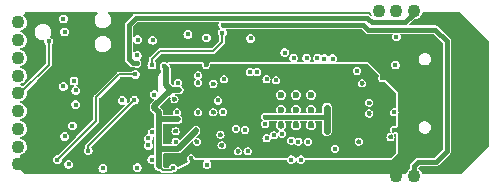
<source format=gbr>
G04 #@! TF.GenerationSoftware,KiCad,Pcbnew,(6.0.2)*
G04 #@! TF.CreationDate,2022-03-09T14:23:31+01:00*
G04 #@! TF.ProjectId,rs-probe,72732d70-726f-4626-952e-6b696361645f,rev?*
G04 #@! TF.SameCoordinates,Original*
G04 #@! TF.FileFunction,Copper,L3,Inr*
G04 #@! TF.FilePolarity,Positive*
%FSLAX46Y46*%
G04 Gerber Fmt 4.6, Leading zero omitted, Abs format (unit mm)*
G04 Created by KiCad (PCBNEW (6.0.2)) date 2022-03-09 14:23:31*
%MOMM*%
%LPD*%
G01*
G04 APERTURE LIST*
G04 #@! TA.AperFunction,ComponentPad*
%ADD10O,2.100000X1.000000*%
G04 #@! TD*
G04 #@! TA.AperFunction,ComponentPad*
%ADD11O,1.600000X1.000000*%
G04 #@! TD*
G04 #@! TA.AperFunction,ComponentPad*
%ADD12C,0.600000*%
G04 #@! TD*
G04 #@! TA.AperFunction,ComponentPad*
%ADD13C,1.100000*%
G04 #@! TD*
G04 #@! TA.AperFunction,ViaPad*
%ADD14C,0.450000*%
G04 #@! TD*
G04 #@! TA.AperFunction,Conductor*
%ADD15C,0.200000*%
G04 #@! TD*
G04 #@! TA.AperFunction,Conductor*
%ADD16C,0.400000*%
G04 #@! TD*
G04 #@! TA.AperFunction,Conductor*
%ADD17C,0.500000*%
G04 #@! TD*
G04 #@! TA.AperFunction,Conductor*
%ADD18C,0.600000*%
G04 #@! TD*
G04 APERTURE END LIST*
D10*
X182370000Y-90320000D03*
X182370000Y-81680000D03*
D11*
X186550000Y-90320000D03*
X186550000Y-81680000D03*
D12*
X170725000Y-88675000D03*
X173275000Y-87400000D03*
X172000000Y-88675000D03*
X170725000Y-87400000D03*
X172000000Y-87400000D03*
X173275000Y-88675000D03*
X173275000Y-86125000D03*
X172000000Y-86125000D03*
X170725000Y-86125000D03*
D13*
X148500000Y-80000000D03*
X148500000Y-81500000D03*
X148500000Y-83000000D03*
X148500000Y-84500000D03*
X148500000Y-86000000D03*
X148500000Y-87500000D03*
X148500000Y-89000000D03*
X148500000Y-90500000D03*
X148500000Y-92000000D03*
X179000000Y-79000000D03*
X180500000Y-79000000D03*
X182000000Y-79000000D03*
X182000000Y-93000000D03*
X180500000Y-93000000D03*
D14*
X175100000Y-83050000D03*
X180500000Y-81200000D03*
X165750000Y-80850000D03*
X159400000Y-82300000D03*
X156500000Y-81400000D03*
X158300000Y-87400000D03*
X163700000Y-85100000D03*
X184100000Y-92600000D03*
X165200000Y-81174500D03*
X162900000Y-80274500D03*
X154350000Y-79500000D03*
X162350000Y-81650000D03*
X180900000Y-82200000D03*
X183000000Y-79400000D03*
X167100000Y-90900000D03*
X150500000Y-92500000D03*
X163100000Y-91500000D03*
X161800000Y-89200000D03*
X165000000Y-85200000D03*
X177600000Y-85150000D03*
X178200000Y-86800000D03*
X151800000Y-92600000D03*
X163700000Y-87600000D03*
X161700000Y-86500000D03*
X168871502Y-81550000D03*
X149800000Y-79400000D03*
X180500000Y-82900000D03*
X180300000Y-89100000D03*
X182600000Y-85500000D03*
X188100000Y-90300000D03*
X169300000Y-92200000D03*
X166900000Y-89000000D03*
X180800000Y-89900000D03*
X159500000Y-85500000D03*
X177150000Y-84100000D03*
X149900000Y-87500000D03*
X165812878Y-87583254D03*
X175300000Y-90700000D03*
X158000000Y-89550000D03*
X163600000Y-90100000D03*
X164400000Y-83600000D03*
X177300000Y-90100000D03*
X165900000Y-84800000D03*
X165700000Y-90400000D03*
X178200000Y-87700000D03*
X179300000Y-84700000D03*
X157000000Y-92250000D03*
X180000000Y-89700000D03*
X151500000Y-79400000D03*
X149400000Y-92600000D03*
X156214812Y-84185188D03*
X185800000Y-92600000D03*
X188100000Y-81700000D03*
X165600000Y-89500000D03*
X152100000Y-87500000D03*
X152100000Y-86200000D03*
X150850000Y-86230000D03*
X165000000Y-87600000D03*
X185800000Y-79400000D03*
X180500000Y-92000000D03*
X160200000Y-80711694D03*
X161100000Y-89600000D03*
X171000000Y-84800000D03*
X169400000Y-89200000D03*
X178800000Y-85850000D03*
X161050000Y-92050011D03*
X162200000Y-84000000D03*
X169400000Y-87300000D03*
X164600000Y-90100000D03*
X180200000Y-90800000D03*
X176000000Y-91100000D03*
X178300000Y-88400000D03*
X164300000Y-85200000D03*
X175100000Y-84000000D03*
X164300000Y-87600000D03*
X152300000Y-79700000D03*
X161000000Y-87100000D03*
X161600000Y-83900000D03*
X171000000Y-90000000D03*
X180300000Y-87600000D03*
X180400000Y-83600000D03*
X152400000Y-89650000D03*
X151800000Y-91600000D03*
X158400000Y-84400000D03*
X158300000Y-86575000D03*
X154400000Y-90850000D03*
X169400000Y-88600000D03*
X167700000Y-89100000D03*
X153350000Y-86950000D03*
X158550000Y-92300000D03*
X153200000Y-84950000D03*
X155650000Y-92350000D03*
X153350000Y-85750000D03*
X151050000Y-81600000D03*
X153050000Y-88750000D03*
X158500000Y-83450000D03*
X152300000Y-85400000D03*
X152750000Y-92000000D03*
X158600011Y-81450000D03*
X159850000Y-81500000D03*
X171800000Y-83000000D03*
X157300000Y-86600000D03*
X173000000Y-90100000D03*
X173800000Y-83000000D03*
X174400000Y-83050000D03*
X165800000Y-80200000D03*
X164400000Y-81300000D03*
X171050000Y-82550000D03*
X172900000Y-83000000D03*
X152400000Y-80800000D03*
X159800000Y-83600000D03*
X158544288Y-82793290D03*
X164459519Y-92024500D03*
X162000000Y-88200000D03*
X160400000Y-89500000D03*
X161600000Y-92300000D03*
X162014812Y-90685188D03*
X160000000Y-87200000D03*
X163500000Y-89100000D03*
X162100000Y-85700000D03*
X160827782Y-83697812D03*
X162850000Y-81000000D03*
X168150000Y-81350000D03*
X174600000Y-89200000D03*
X169400000Y-88000000D03*
X174600000Y-87200000D03*
X170800000Y-89400000D03*
X167900000Y-90900000D03*
X172400000Y-91600000D03*
X159800000Y-91600000D03*
X172200000Y-90100000D03*
X161800000Y-90100000D03*
X169500000Y-84800000D03*
X159500000Y-90400000D03*
X159500000Y-89800000D03*
X170300000Y-84900000D03*
X165400000Y-86600000D03*
X168700000Y-84200000D03*
X168124500Y-84200000D03*
X163700000Y-84474500D03*
X171600000Y-91600000D03*
X159825500Y-89300000D03*
X161900000Y-87600000D03*
X171600000Y-90000000D03*
X160000000Y-86100000D03*
X170100000Y-89550000D03*
X162000000Y-85100000D03*
X169500000Y-89800000D03*
D15*
X165750000Y-81650000D02*
X165000000Y-82400000D01*
X165750000Y-80850000D02*
X165750000Y-81650000D01*
X165000000Y-82400000D02*
X160500000Y-82400000D01*
X160500000Y-82400000D02*
X159800000Y-83100000D01*
X159800000Y-83100000D02*
X159800000Y-83600000D01*
D16*
X165800000Y-80200000D02*
X177700000Y-80200000D01*
X184800000Y-90850000D02*
X183850000Y-91800000D01*
X177700000Y-80200000D02*
X178100000Y-80600000D01*
X178100000Y-80600000D02*
X183800000Y-80600000D01*
X183800000Y-80600000D02*
X184800000Y-81600000D01*
X183850000Y-91800000D02*
X182350000Y-91800000D01*
X182350000Y-91800000D02*
X182000000Y-92150000D01*
X184800000Y-81600000D02*
X184800000Y-90850000D01*
X182000000Y-92150000D02*
X182000000Y-92750480D01*
X158500000Y-83450000D02*
X158200000Y-83450000D01*
X181950480Y-79249520D02*
X182000000Y-79249520D01*
X158200000Y-83450000D02*
X157850000Y-83100000D01*
X157850000Y-83100000D02*
X157850000Y-80200000D01*
X157850000Y-80200000D02*
X158450000Y-79600000D01*
X158450000Y-79600000D02*
X178000000Y-79600000D01*
X178400000Y-80000000D02*
X181200000Y-80000000D01*
X178000000Y-79600000D02*
X178400000Y-80000000D01*
X181200000Y-80000000D02*
X181950480Y-79249520D01*
D15*
X157000000Y-84400000D02*
X158400000Y-84400000D01*
X151800000Y-91600000D02*
X155100000Y-88300000D01*
X155100000Y-88300000D02*
X155100000Y-86300000D01*
X155100000Y-86300000D02*
X157000000Y-84400000D01*
X154400000Y-90475000D02*
X154400000Y-90850000D01*
X158300000Y-86575000D02*
X154400000Y-90475000D01*
X151050000Y-83599520D02*
X148649520Y-86000000D01*
X151050000Y-81600000D02*
X151050000Y-83599520D01*
D17*
X162014812Y-90685188D02*
X162027294Y-90685188D01*
X161400000Y-85700000D02*
X161000000Y-85300000D01*
X163500000Y-89212482D02*
X163500000Y-89100000D01*
X160000000Y-87100000D02*
X161400000Y-85700000D01*
X162014812Y-90685188D02*
X162000000Y-90700000D01*
X160400000Y-89500000D02*
X160400000Y-88300000D01*
D15*
X161400000Y-92500000D02*
X160750000Y-92500000D01*
X160750000Y-92500000D02*
X160400000Y-92150000D01*
D17*
X162000000Y-88200000D02*
X160500000Y-88200000D01*
X162000000Y-90700000D02*
X160400000Y-90700000D01*
X161400000Y-85700000D02*
X162100000Y-85700000D01*
X160400000Y-88300000D02*
X160400000Y-87600000D01*
D15*
X161600000Y-92300000D02*
X161400000Y-92500000D01*
D17*
X162027294Y-90685188D02*
X163500000Y-89212482D01*
D16*
X161000000Y-83870030D02*
X160827782Y-83697812D01*
D17*
X160400000Y-90700000D02*
X160400000Y-92150000D01*
X160400000Y-87600000D02*
X160000000Y-87200000D01*
X160400000Y-89500000D02*
X160400000Y-90700000D01*
X161000000Y-85300000D02*
X161000000Y-83870030D01*
D16*
X160000000Y-87200000D02*
X160000000Y-87100000D01*
X160500000Y-88200000D02*
X160400000Y-88300000D01*
D18*
X174600000Y-88100000D02*
X174600000Y-87200000D01*
D16*
X169400000Y-88000000D02*
X169419521Y-88019521D01*
X174519521Y-88019521D02*
X174600000Y-88100000D01*
D18*
X174600000Y-89200000D02*
X174600000Y-88100000D01*
D16*
X169419521Y-88019521D02*
X174519521Y-88019521D01*
G04 #@! TA.AperFunction,Conductor*
G36*
X164043054Y-83514352D02*
G01*
X164057406Y-83549000D01*
X164056662Y-83557508D01*
X164051818Y-83584982D01*
X164049170Y-83600000D01*
X164070328Y-83719991D01*
X164131249Y-83825509D01*
X164224585Y-83903828D01*
X164228611Y-83905293D01*
X164228612Y-83905294D01*
X164335048Y-83944033D01*
X164339079Y-83945500D01*
X164460921Y-83945500D01*
X164464952Y-83944033D01*
X164571388Y-83905294D01*
X164571389Y-83905293D01*
X164575415Y-83903828D01*
X164668751Y-83825509D01*
X164729672Y-83719991D01*
X164750830Y-83600000D01*
X164748182Y-83584982D01*
X164743338Y-83557508D01*
X164751456Y-83520894D01*
X164783086Y-83500744D01*
X164791594Y-83500000D01*
X177979704Y-83500000D01*
X178014352Y-83514352D01*
X178983888Y-84483888D01*
X178998240Y-84518536D01*
X178991676Y-84543033D01*
X178970328Y-84580009D01*
X178949170Y-84700000D01*
X178970328Y-84819991D01*
X179031249Y-84925509D01*
X179124585Y-85003828D01*
X179128611Y-85005293D01*
X179128612Y-85005294D01*
X179196517Y-85030009D01*
X179239079Y-85045500D01*
X179360921Y-85045500D01*
X179364952Y-85044033D01*
X179466913Y-85006923D01*
X179504381Y-85008559D01*
X179518320Y-85018320D01*
X180485648Y-85985648D01*
X180500000Y-86020296D01*
X180500000Y-87235141D01*
X180485648Y-87269789D01*
X180451000Y-87284141D01*
X180434241Y-87281186D01*
X180364952Y-87255967D01*
X180364951Y-87255967D01*
X180360921Y-87254500D01*
X180239079Y-87254500D01*
X180235049Y-87255967D01*
X180235048Y-87255967D01*
X180128612Y-87294706D01*
X180128611Y-87294707D01*
X180124585Y-87296172D01*
X180031249Y-87374491D01*
X179970328Y-87480009D01*
X179969584Y-87484228D01*
X179968988Y-87487608D01*
X179949170Y-87600000D01*
X179970328Y-87719991D01*
X180031249Y-87825509D01*
X180124585Y-87903828D01*
X180128611Y-87905293D01*
X180128612Y-87905294D01*
X180193069Y-87928754D01*
X180239079Y-87945500D01*
X180360921Y-87945500D01*
X180410962Y-87927287D01*
X180434241Y-87918814D01*
X180471708Y-87920450D01*
X180497045Y-87948100D01*
X180500000Y-87964859D01*
X180500000Y-88735141D01*
X180485648Y-88769789D01*
X180451000Y-88784141D01*
X180434241Y-88781186D01*
X180364952Y-88755967D01*
X180364951Y-88755967D01*
X180360921Y-88754500D01*
X180239079Y-88754500D01*
X180235049Y-88755967D01*
X180235048Y-88755967D01*
X180128612Y-88794706D01*
X180128611Y-88794707D01*
X180124585Y-88796172D01*
X180031249Y-88874491D01*
X179970328Y-88980009D01*
X179949170Y-89100000D01*
X179949914Y-89104219D01*
X179967777Y-89205521D01*
X179970328Y-89219991D01*
X180004980Y-89280009D01*
X180005552Y-89281000D01*
X180010447Y-89318182D01*
X179987617Y-89347935D01*
X179963117Y-89354500D01*
X179939079Y-89354500D01*
X179935049Y-89355967D01*
X179935048Y-89355967D01*
X179828612Y-89394706D01*
X179828611Y-89394707D01*
X179824585Y-89396172D01*
X179731249Y-89474491D01*
X179670328Y-89580009D01*
X179649170Y-89700000D01*
X179670328Y-89819991D01*
X179731249Y-89925509D01*
X179824585Y-90003828D01*
X179828611Y-90005293D01*
X179828612Y-90005294D01*
X179935048Y-90044033D01*
X179939079Y-90045500D01*
X180060921Y-90045500D01*
X180064952Y-90044033D01*
X180171388Y-90005294D01*
X180171389Y-90005293D01*
X180175415Y-90003828D01*
X180268751Y-89925509D01*
X180329672Y-89819991D01*
X180350830Y-89700000D01*
X180329672Y-89580009D01*
X180294448Y-89518999D01*
X180289553Y-89481818D01*
X180312383Y-89452065D01*
X180336883Y-89445500D01*
X180360921Y-89445500D01*
X180369535Y-89442365D01*
X180434241Y-89418814D01*
X180471708Y-89420450D01*
X180497045Y-89448100D01*
X180500000Y-89464859D01*
X180500000Y-89715487D01*
X180493435Y-89739986D01*
X180470328Y-89780009D01*
X180449170Y-89900000D01*
X180470328Y-90019991D01*
X180472471Y-90023702D01*
X180472471Y-90023703D01*
X180493435Y-90060013D01*
X180500000Y-90084513D01*
X180500000Y-90979704D01*
X180485648Y-91014352D01*
X180014352Y-91485648D01*
X179979704Y-91500000D01*
X172769504Y-91500000D01*
X172734856Y-91485648D01*
X172727069Y-91475500D01*
X172699250Y-91427317D01*
X172668751Y-91374491D01*
X172575415Y-91296172D01*
X172571389Y-91294707D01*
X172571388Y-91294706D01*
X172464952Y-91255967D01*
X172464951Y-91255967D01*
X172460921Y-91254500D01*
X172339079Y-91254500D01*
X172335049Y-91255967D01*
X172335048Y-91255967D01*
X172228612Y-91294706D01*
X172228611Y-91294707D01*
X172224585Y-91296172D01*
X172131249Y-91374491D01*
X172100750Y-91427317D01*
X172072931Y-91475500D01*
X172043178Y-91498330D01*
X172030496Y-91500000D01*
X171969504Y-91500000D01*
X171934856Y-91485648D01*
X171927069Y-91475500D01*
X171899250Y-91427317D01*
X171868751Y-91374491D01*
X171775415Y-91296172D01*
X171771389Y-91294707D01*
X171771388Y-91294706D01*
X171664952Y-91255967D01*
X171664951Y-91255967D01*
X171660921Y-91254500D01*
X171539079Y-91254500D01*
X171535049Y-91255967D01*
X171535048Y-91255967D01*
X171428612Y-91294706D01*
X171428611Y-91294707D01*
X171424585Y-91296172D01*
X171331249Y-91374491D01*
X171300750Y-91427317D01*
X171272931Y-91475500D01*
X171243178Y-91498330D01*
X171230496Y-91500000D01*
X163500000Y-91500000D01*
X163500000Y-91499943D01*
X163466506Y-91494506D01*
X163444012Y-91461334D01*
X163430416Y-91384228D01*
X163429672Y-91380009D01*
X163368751Y-91274491D01*
X163275415Y-91196172D01*
X163271389Y-91194707D01*
X163271388Y-91194706D01*
X163164952Y-91155967D01*
X163164951Y-91155967D01*
X163160921Y-91154500D01*
X163039079Y-91154500D01*
X163035049Y-91155967D01*
X163035048Y-91155967D01*
X162928612Y-91194706D01*
X162928611Y-91194707D01*
X162924585Y-91196172D01*
X162831249Y-91274491D01*
X162770328Y-91380009D01*
X162749170Y-91500000D01*
X162770328Y-91619991D01*
X162831249Y-91725509D01*
X162848558Y-91740033D01*
X162855366Y-91745746D01*
X162872683Y-91779012D01*
X162861405Y-91814779D01*
X162845782Y-91827109D01*
X162005472Y-92247264D01*
X161968065Y-92249922D01*
X161939733Y-92225350D01*
X161935305Y-92211947D01*
X161930418Y-92184233D01*
X161930416Y-92184227D01*
X161929672Y-92180009D01*
X161868751Y-92074491D01*
X161775415Y-91996172D01*
X161771389Y-91994707D01*
X161771388Y-91994706D01*
X161664952Y-91955967D01*
X161664951Y-91955967D01*
X161660921Y-91954500D01*
X161539079Y-91954500D01*
X161535049Y-91955967D01*
X161535048Y-91955967D01*
X161428612Y-91994706D01*
X161428611Y-91994707D01*
X161424585Y-91996172D01*
X161331249Y-92074491D01*
X161270328Y-92180009D01*
X161262745Y-92223018D01*
X161259925Y-92239009D01*
X161239774Y-92270638D01*
X161211669Y-92279500D01*
X160861630Y-92279500D01*
X160826982Y-92265148D01*
X160784852Y-92223018D01*
X160770500Y-92188370D01*
X160770500Y-91119500D01*
X160784852Y-91084852D01*
X160819500Y-91070500D01*
X161955234Y-91070500D01*
X161965547Y-91071598D01*
X161978342Y-91074353D01*
X161978344Y-91074353D01*
X161982306Y-91075206D01*
X162019196Y-91070840D01*
X162024954Y-91070500D01*
X162030778Y-91070500D01*
X162051080Y-91067120D01*
X162053369Y-91066795D01*
X162100768Y-91061186D01*
X162100770Y-91061185D01*
X162104795Y-91060709D01*
X162108449Y-91058954D01*
X162112336Y-91057825D01*
X162112391Y-91058016D01*
X162113909Y-91057536D01*
X162113844Y-91057347D01*
X162117672Y-91056037D01*
X162121671Y-91055371D01*
X162167260Y-91030773D01*
X162169273Y-91029747D01*
X162215985Y-91007316D01*
X162218343Y-91005334D01*
X162220927Y-91003666D01*
X162226289Y-91000663D01*
X162243279Y-90992504D01*
X162245638Y-90990522D01*
X162245640Y-90990520D01*
X162246634Y-90989684D01*
X162247449Y-90988999D01*
X162247469Y-90989022D01*
X162250899Y-90986582D01*
X162250752Y-90986392D01*
X162253948Y-90983913D01*
X162257516Y-90981988D01*
X162294231Y-90942270D01*
X162295565Y-90940883D01*
X162336448Y-90900000D01*
X166749170Y-90900000D01*
X166749914Y-90904219D01*
X166766920Y-91000661D01*
X166770328Y-91019991D01*
X166772471Y-91023702D01*
X166772471Y-91023703D01*
X166776559Y-91030784D01*
X166831249Y-91125509D01*
X166924585Y-91203828D01*
X166928611Y-91205293D01*
X166928612Y-91205294D01*
X167035048Y-91244033D01*
X167039079Y-91245500D01*
X167160921Y-91245500D01*
X167164952Y-91244033D01*
X167271388Y-91205294D01*
X167271389Y-91205293D01*
X167275415Y-91203828D01*
X167368751Y-91125509D01*
X167423441Y-91030784D01*
X167427529Y-91023703D01*
X167427529Y-91023702D01*
X167429672Y-91019991D01*
X167433081Y-91000661D01*
X167450086Y-90904219D01*
X167450830Y-90900000D01*
X167549170Y-90900000D01*
X167549914Y-90904219D01*
X167566920Y-91000661D01*
X167570328Y-91019991D01*
X167572471Y-91023702D01*
X167572471Y-91023703D01*
X167576559Y-91030784D01*
X167631249Y-91125509D01*
X167724585Y-91203828D01*
X167728611Y-91205293D01*
X167728612Y-91205294D01*
X167835048Y-91244033D01*
X167839079Y-91245500D01*
X167960921Y-91245500D01*
X167964952Y-91244033D01*
X168071388Y-91205294D01*
X168071389Y-91205293D01*
X168075415Y-91203828D01*
X168168751Y-91125509D01*
X168223441Y-91030784D01*
X168227529Y-91023703D01*
X168227529Y-91023702D01*
X168229672Y-91019991D01*
X168233081Y-91000661D01*
X168250086Y-90904219D01*
X168250830Y-90900000D01*
X168229672Y-90780009D01*
X168183479Y-90700000D01*
X174949170Y-90700000D01*
X174970328Y-90819991D01*
X175031249Y-90925509D01*
X175124585Y-91003828D01*
X175128611Y-91005293D01*
X175128612Y-91005294D01*
X175235048Y-91044033D01*
X175239079Y-91045500D01*
X175360921Y-91045500D01*
X175364952Y-91044033D01*
X175471388Y-91005294D01*
X175471389Y-91005293D01*
X175475415Y-91003828D01*
X175568751Y-90925509D01*
X175629672Y-90819991D01*
X175650830Y-90700000D01*
X175629672Y-90580009D01*
X175568751Y-90474491D01*
X175475415Y-90396172D01*
X175471389Y-90394707D01*
X175471388Y-90394706D01*
X175364952Y-90355967D01*
X175364951Y-90355967D01*
X175360921Y-90354500D01*
X175239079Y-90354500D01*
X175235049Y-90355967D01*
X175235048Y-90355967D01*
X175128612Y-90394706D01*
X175128611Y-90394707D01*
X175124585Y-90396172D01*
X175031249Y-90474491D01*
X174970328Y-90580009D01*
X174949170Y-90700000D01*
X168183479Y-90700000D01*
X168168751Y-90674491D01*
X168075415Y-90596172D01*
X168071389Y-90594707D01*
X168071388Y-90594706D01*
X167964952Y-90555967D01*
X167964951Y-90555967D01*
X167960921Y-90554500D01*
X167839079Y-90554500D01*
X167835049Y-90555967D01*
X167835048Y-90555967D01*
X167728612Y-90594706D01*
X167728611Y-90594707D01*
X167724585Y-90596172D01*
X167631249Y-90674491D01*
X167570328Y-90780009D01*
X167549170Y-90900000D01*
X167450830Y-90900000D01*
X167429672Y-90780009D01*
X167368751Y-90674491D01*
X167275415Y-90596172D01*
X167271389Y-90594707D01*
X167271388Y-90594706D01*
X167164952Y-90555967D01*
X167164951Y-90555967D01*
X167160921Y-90554500D01*
X167039079Y-90554500D01*
X167035049Y-90555967D01*
X167035048Y-90555967D01*
X166928612Y-90594706D01*
X166928611Y-90594707D01*
X166924585Y-90596172D01*
X166831249Y-90674491D01*
X166770328Y-90780009D01*
X166749170Y-90900000D01*
X162336448Y-90900000D01*
X163166266Y-90070183D01*
X163200914Y-90055831D01*
X163235562Y-90070183D01*
X163247998Y-90100207D01*
X163249170Y-90100000D01*
X163270328Y-90219991D01*
X163331249Y-90325509D01*
X163424585Y-90403828D01*
X163428611Y-90405293D01*
X163428612Y-90405294D01*
X163535048Y-90444033D01*
X163539079Y-90445500D01*
X163660921Y-90445500D01*
X163664952Y-90444033D01*
X163771388Y-90405294D01*
X163771389Y-90405293D01*
X163775415Y-90403828D01*
X163779977Y-90400000D01*
X165349170Y-90400000D01*
X165370328Y-90519991D01*
X165431249Y-90625509D01*
X165524585Y-90703828D01*
X165528611Y-90705293D01*
X165528612Y-90705294D01*
X165595039Y-90729471D01*
X165639079Y-90745500D01*
X165760921Y-90745500D01*
X165804961Y-90729471D01*
X165871388Y-90705294D01*
X165871389Y-90705293D01*
X165875415Y-90703828D01*
X165968751Y-90625509D01*
X166029672Y-90519991D01*
X166050830Y-90400000D01*
X166029672Y-90280009D01*
X165968751Y-90174491D01*
X165875415Y-90096172D01*
X165871389Y-90094707D01*
X165871388Y-90094706D01*
X165764952Y-90055967D01*
X165764951Y-90055967D01*
X165760921Y-90054500D01*
X165639079Y-90054500D01*
X165635049Y-90055967D01*
X165635048Y-90055967D01*
X165528612Y-90094706D01*
X165528611Y-90094707D01*
X165524585Y-90096172D01*
X165431249Y-90174491D01*
X165370328Y-90280009D01*
X165349170Y-90400000D01*
X163779977Y-90400000D01*
X163868751Y-90325509D01*
X163929672Y-90219991D01*
X163950830Y-90100000D01*
X163933197Y-90000000D01*
X163930416Y-89984228D01*
X163929672Y-89980009D01*
X163868751Y-89874491D01*
X163775415Y-89796172D01*
X163771389Y-89794707D01*
X163771388Y-89794706D01*
X163664952Y-89755967D01*
X163664951Y-89755967D01*
X163660921Y-89754500D01*
X163600244Y-89754500D01*
X163565596Y-89740148D01*
X163551244Y-89705500D01*
X163565596Y-89670852D01*
X163602726Y-89633723D01*
X163730331Y-89506118D01*
X163737905Y-89500000D01*
X165249170Y-89500000D01*
X165270328Y-89619991D01*
X165331249Y-89725509D01*
X165424585Y-89803828D01*
X165428611Y-89805293D01*
X165428612Y-89805294D01*
X165535048Y-89844033D01*
X165539079Y-89845500D01*
X165660921Y-89845500D01*
X165664952Y-89844033D01*
X165771388Y-89805294D01*
X165771389Y-89805293D01*
X165775415Y-89803828D01*
X165868751Y-89725509D01*
X165929672Y-89619991D01*
X165950830Y-89500000D01*
X165939210Y-89434099D01*
X165930416Y-89384228D01*
X165929672Y-89380009D01*
X165868751Y-89274491D01*
X165775415Y-89196172D01*
X165771389Y-89194707D01*
X165771388Y-89194706D01*
X165664952Y-89155967D01*
X165664951Y-89155967D01*
X165660921Y-89154500D01*
X165539079Y-89154500D01*
X165535049Y-89155967D01*
X165535048Y-89155967D01*
X165428612Y-89194706D01*
X165428611Y-89194707D01*
X165424585Y-89196172D01*
X165331249Y-89274491D01*
X165270328Y-89380009D01*
X165269584Y-89384228D01*
X165260790Y-89434099D01*
X165249170Y-89500000D01*
X163737905Y-89500000D01*
X163738392Y-89499607D01*
X163752799Y-89490304D01*
X163775795Y-89461134D01*
X163779627Y-89456822D01*
X163783747Y-89452702D01*
X163795725Y-89435940D01*
X163797108Y-89434099D01*
X163826655Y-89396619D01*
X163826655Y-89396618D01*
X163829161Y-89393440D01*
X163830502Y-89389621D01*
X163832455Y-89386069D01*
X163832628Y-89386164D01*
X163833362Y-89384751D01*
X163833185Y-89384664D01*
X163834968Y-89381024D01*
X163837320Y-89377733D01*
X163843830Y-89355967D01*
X163852159Y-89328115D01*
X163852873Y-89325919D01*
X163867513Y-89284229D01*
X163870030Y-89277063D01*
X163870492Y-89271735D01*
X163870500Y-89271636D01*
X163870527Y-89271638D01*
X163871225Y-89267490D01*
X163870993Y-89267461D01*
X163871501Y-89263440D01*
X163872661Y-89259560D01*
X163872078Y-89244706D01*
X163870538Y-89205521D01*
X163870500Y-89203597D01*
X163870500Y-89069222D01*
X163869658Y-89064160D01*
X163858978Y-89000000D01*
X166549170Y-89000000D01*
X166549914Y-89004219D01*
X166564736Y-89088275D01*
X166570328Y-89119991D01*
X166631249Y-89225509D01*
X166724585Y-89303828D01*
X166728611Y-89305293D01*
X166728612Y-89305294D01*
X166835048Y-89344033D01*
X166839079Y-89345500D01*
X166960921Y-89345500D01*
X166964952Y-89344033D01*
X167071388Y-89305294D01*
X167071389Y-89305293D01*
X167075415Y-89303828D01*
X167168751Y-89225509D01*
X167229672Y-89119991D01*
X167233197Y-89100000D01*
X167349170Y-89100000D01*
X167349914Y-89104219D01*
X167367777Y-89205521D01*
X167370328Y-89219991D01*
X167431249Y-89325509D01*
X167524585Y-89403828D01*
X167528611Y-89405293D01*
X167528612Y-89405294D01*
X167635048Y-89444033D01*
X167639079Y-89445500D01*
X167760921Y-89445500D01*
X167764952Y-89444033D01*
X167871388Y-89405294D01*
X167871389Y-89405293D01*
X167875415Y-89403828D01*
X167968751Y-89325509D01*
X168029672Y-89219991D01*
X168032224Y-89205521D01*
X168050086Y-89104219D01*
X168050830Y-89100000D01*
X168029672Y-88980009D01*
X167968751Y-88874491D01*
X167875415Y-88796172D01*
X167871389Y-88794707D01*
X167871388Y-88794706D01*
X167764952Y-88755967D01*
X167764951Y-88755967D01*
X167760921Y-88754500D01*
X167639079Y-88754500D01*
X167635049Y-88755967D01*
X167635048Y-88755967D01*
X167528612Y-88794706D01*
X167528611Y-88794707D01*
X167524585Y-88796172D01*
X167431249Y-88874491D01*
X167370328Y-88980009D01*
X167349170Y-89100000D01*
X167233197Y-89100000D01*
X167235265Y-89088275D01*
X167250086Y-89004219D01*
X167250830Y-89000000D01*
X167229672Y-88880009D01*
X167168751Y-88774491D01*
X167075415Y-88696172D01*
X167071389Y-88694707D01*
X167071388Y-88694706D01*
X166964952Y-88655967D01*
X166964951Y-88655967D01*
X166960921Y-88654500D01*
X166839079Y-88654500D01*
X166835049Y-88655967D01*
X166835048Y-88655967D01*
X166728612Y-88694706D01*
X166728611Y-88694707D01*
X166724585Y-88696172D01*
X166631249Y-88774491D01*
X166570328Y-88880009D01*
X166549170Y-89000000D01*
X163858978Y-89000000D01*
X163856036Y-88982324D01*
X163855371Y-88978329D01*
X163851813Y-88971735D01*
X163798724Y-88873343D01*
X163798723Y-88873341D01*
X163796800Y-88869778D01*
X163745307Y-88822178D01*
X163709200Y-88788801D01*
X163709199Y-88788801D01*
X163706226Y-88786052D01*
X163593414Y-88736178D01*
X163589382Y-88735829D01*
X163589379Y-88735828D01*
X163474564Y-88725884D01*
X163474561Y-88725884D01*
X163470529Y-88725535D01*
X163466600Y-88726511D01*
X163466599Y-88726511D01*
X163431857Y-88735141D01*
X163350822Y-88755270D01*
X163247201Y-88822178D01*
X163170839Y-88919042D01*
X163129970Y-89035419D01*
X163129500Y-89040846D01*
X163129500Y-89040861D01*
X163115244Y-89073272D01*
X162203682Y-89984834D01*
X162169034Y-89999186D01*
X162134386Y-89984834D01*
X162126599Y-89974686D01*
X162096062Y-89921795D01*
X162068751Y-89874491D01*
X161975415Y-89796172D01*
X161971389Y-89794707D01*
X161971388Y-89794706D01*
X161864952Y-89755967D01*
X161864951Y-89755967D01*
X161860921Y-89754500D01*
X161739079Y-89754500D01*
X161735049Y-89755967D01*
X161735048Y-89755967D01*
X161628612Y-89794706D01*
X161628611Y-89794707D01*
X161624585Y-89796172D01*
X161531249Y-89874491D01*
X161470328Y-89980009D01*
X161469584Y-89984228D01*
X161466803Y-90000000D01*
X161449170Y-90100000D01*
X161470328Y-90219991D01*
X161472471Y-90223702D01*
X161472471Y-90223703D01*
X161491118Y-90256000D01*
X161496013Y-90293182D01*
X161473183Y-90322935D01*
X161448683Y-90329500D01*
X160819500Y-90329500D01*
X160784852Y-90315148D01*
X160770500Y-90280500D01*
X160770500Y-89200000D01*
X161449170Y-89200000D01*
X161449973Y-89204554D01*
X161462759Y-89277063D01*
X161470328Y-89319991D01*
X161472471Y-89323702D01*
X161472471Y-89323703D01*
X161490205Y-89354420D01*
X161531249Y-89425509D01*
X161624585Y-89503828D01*
X161628611Y-89505293D01*
X161628612Y-89505294D01*
X161735048Y-89544033D01*
X161739079Y-89545500D01*
X161860921Y-89545500D01*
X161864952Y-89544033D01*
X161971388Y-89505294D01*
X161971389Y-89505293D01*
X161975415Y-89503828D01*
X162068751Y-89425509D01*
X162109795Y-89354420D01*
X162127529Y-89323703D01*
X162127529Y-89323702D01*
X162129672Y-89319991D01*
X162137242Y-89277063D01*
X162150027Y-89204554D01*
X162150830Y-89200000D01*
X162129672Y-89080009D01*
X162068751Y-88974491D01*
X161975415Y-88896172D01*
X161971389Y-88894707D01*
X161971388Y-88894706D01*
X161864952Y-88855967D01*
X161864951Y-88855967D01*
X161860921Y-88854500D01*
X161739079Y-88854500D01*
X161735049Y-88855967D01*
X161735048Y-88855967D01*
X161628612Y-88894706D01*
X161628611Y-88894707D01*
X161624585Y-88896172D01*
X161531249Y-88974491D01*
X161470328Y-89080009D01*
X161449170Y-89200000D01*
X160770500Y-89200000D01*
X160770500Y-88619500D01*
X160778577Y-88600000D01*
X169049170Y-88600000D01*
X169070328Y-88719991D01*
X169072471Y-88723702D01*
X169072471Y-88723703D01*
X169079674Y-88736178D01*
X169131249Y-88825509D01*
X169224585Y-88903828D01*
X169228611Y-88905293D01*
X169228612Y-88905294D01*
X169335048Y-88944033D01*
X169339079Y-88945500D01*
X169460921Y-88945500D01*
X169464952Y-88944033D01*
X169571388Y-88905294D01*
X169571389Y-88905293D01*
X169575415Y-88903828D01*
X169668751Y-88825509D01*
X169720326Y-88736178D01*
X169727529Y-88723703D01*
X169727529Y-88723702D01*
X169729672Y-88719991D01*
X169750830Y-88600000D01*
X169729672Y-88480009D01*
X169691285Y-88413521D01*
X169686390Y-88376339D01*
X169709220Y-88346586D01*
X169733720Y-88340021D01*
X170347005Y-88340021D01*
X170381653Y-88354373D01*
X170396005Y-88389021D01*
X170384072Y-88417828D01*
X170385560Y-88418909D01*
X170383293Y-88422029D01*
X170380567Y-88424755D01*
X170320095Y-88543438D01*
X170319492Y-88547243D01*
X170319492Y-88547244D01*
X170318205Y-88555371D01*
X170299258Y-88675000D01*
X170299861Y-88678807D01*
X170316847Y-88786052D01*
X170320095Y-88806562D01*
X170321845Y-88809996D01*
X170375787Y-88915863D01*
X170380567Y-88925245D01*
X170474755Y-89019433D01*
X170478188Y-89021182D01*
X170478192Y-89021185D01*
X170558917Y-89062316D01*
X170583274Y-89090833D01*
X170580331Y-89128220D01*
X170568169Y-89143511D01*
X170531249Y-89174491D01*
X170470328Y-89280009D01*
X170465870Y-89305294D01*
X170463933Y-89316277D01*
X170443782Y-89347907D01*
X170407169Y-89356025D01*
X170375539Y-89335874D01*
X170373243Y-89332271D01*
X170370896Y-89328205D01*
X170370894Y-89328202D01*
X170368751Y-89324491D01*
X170275415Y-89246172D01*
X170271389Y-89244707D01*
X170271388Y-89244706D01*
X170164952Y-89205967D01*
X170164951Y-89205967D01*
X170160921Y-89204500D01*
X170039079Y-89204500D01*
X170035049Y-89205967D01*
X170035048Y-89205967D01*
X169928612Y-89244706D01*
X169928611Y-89244707D01*
X169924585Y-89246172D01*
X169831249Y-89324491D01*
X169770328Y-89430009D01*
X169769584Y-89434228D01*
X169769281Y-89435944D01*
X169762971Y-89471735D01*
X169762670Y-89473440D01*
X169742519Y-89505069D01*
X169705905Y-89513187D01*
X169682917Y-89502467D01*
X169678698Y-89498927D01*
X169678699Y-89498927D01*
X169675415Y-89496172D01*
X169671389Y-89494707D01*
X169671388Y-89494706D01*
X169564952Y-89455967D01*
X169564951Y-89455967D01*
X169560921Y-89454500D01*
X169439079Y-89454500D01*
X169435049Y-89455967D01*
X169435048Y-89455967D01*
X169328612Y-89494706D01*
X169328611Y-89494707D01*
X169324585Y-89496172D01*
X169231249Y-89574491D01*
X169170328Y-89680009D01*
X169149170Y-89800000D01*
X169158150Y-89850925D01*
X169166010Y-89895500D01*
X169170328Y-89919991D01*
X169231249Y-90025509D01*
X169324585Y-90103828D01*
X169328611Y-90105293D01*
X169328612Y-90105294D01*
X169435048Y-90144033D01*
X169439079Y-90145500D01*
X169560921Y-90145500D01*
X169564952Y-90144033D01*
X169671388Y-90105294D01*
X169671389Y-90105293D01*
X169675415Y-90103828D01*
X169768751Y-90025509D01*
X169783479Y-90000000D01*
X171249170Y-90000000D01*
X171270328Y-90119991D01*
X171331249Y-90225509D01*
X171424585Y-90303828D01*
X171428611Y-90305293D01*
X171428612Y-90305294D01*
X171535048Y-90344033D01*
X171539079Y-90345500D01*
X171660921Y-90345500D01*
X171664952Y-90344033D01*
X171771388Y-90305294D01*
X171771389Y-90305293D01*
X171775415Y-90303828D01*
X171827226Y-90260353D01*
X171862993Y-90249075D01*
X171896259Y-90266392D01*
X171901154Y-90273383D01*
X171931249Y-90325509D01*
X172024585Y-90403828D01*
X172028611Y-90405293D01*
X172028612Y-90405294D01*
X172135048Y-90444033D01*
X172139079Y-90445500D01*
X172260921Y-90445500D01*
X172264952Y-90444033D01*
X172371388Y-90405294D01*
X172371389Y-90405293D01*
X172375415Y-90403828D01*
X172468751Y-90325509D01*
X172529672Y-90219991D01*
X172550830Y-90100000D01*
X172649170Y-90100000D01*
X172670328Y-90219991D01*
X172731249Y-90325509D01*
X172824585Y-90403828D01*
X172828611Y-90405293D01*
X172828612Y-90405294D01*
X172935048Y-90444033D01*
X172939079Y-90445500D01*
X173060921Y-90445500D01*
X173064952Y-90444033D01*
X173171388Y-90405294D01*
X173171389Y-90405293D01*
X173175415Y-90403828D01*
X173268751Y-90325509D01*
X173329672Y-90219991D01*
X173350830Y-90100000D01*
X176949170Y-90100000D01*
X176970328Y-90219991D01*
X177031249Y-90325509D01*
X177124585Y-90403828D01*
X177128611Y-90405293D01*
X177128612Y-90405294D01*
X177235048Y-90444033D01*
X177239079Y-90445500D01*
X177360921Y-90445500D01*
X177364952Y-90444033D01*
X177471388Y-90405294D01*
X177471389Y-90405293D01*
X177475415Y-90403828D01*
X177568751Y-90325509D01*
X177629672Y-90219991D01*
X177650830Y-90100000D01*
X177633197Y-90000000D01*
X177630416Y-89984228D01*
X177629672Y-89980009D01*
X177568751Y-89874491D01*
X177475415Y-89796172D01*
X177471389Y-89794707D01*
X177471388Y-89794706D01*
X177364952Y-89755967D01*
X177364951Y-89755967D01*
X177360921Y-89754500D01*
X177239079Y-89754500D01*
X177235049Y-89755967D01*
X177235048Y-89755967D01*
X177128612Y-89794706D01*
X177128611Y-89794707D01*
X177124585Y-89796172D01*
X177031249Y-89874491D01*
X176970328Y-89980009D01*
X176969584Y-89984228D01*
X176966803Y-90000000D01*
X176949170Y-90100000D01*
X173350830Y-90100000D01*
X173333197Y-90000000D01*
X173330416Y-89984228D01*
X173329672Y-89980009D01*
X173268751Y-89874491D01*
X173175415Y-89796172D01*
X173171389Y-89794707D01*
X173171388Y-89794706D01*
X173064952Y-89755967D01*
X173064951Y-89755967D01*
X173060921Y-89754500D01*
X172939079Y-89754500D01*
X172935049Y-89755967D01*
X172935048Y-89755967D01*
X172828612Y-89794706D01*
X172828611Y-89794707D01*
X172824585Y-89796172D01*
X172731249Y-89874491D01*
X172670328Y-89980009D01*
X172669584Y-89984228D01*
X172666803Y-90000000D01*
X172649170Y-90100000D01*
X172550830Y-90100000D01*
X172533197Y-90000000D01*
X172530416Y-89984228D01*
X172529672Y-89980009D01*
X172468751Y-89874491D01*
X172375415Y-89796172D01*
X172371389Y-89794707D01*
X172371388Y-89794706D01*
X172264952Y-89755967D01*
X172264951Y-89755967D01*
X172260921Y-89754500D01*
X172139079Y-89754500D01*
X172135049Y-89755967D01*
X172135048Y-89755967D01*
X172028612Y-89794706D01*
X172028611Y-89794707D01*
X172024585Y-89796172D01*
X172015461Y-89803828D01*
X171972774Y-89839647D01*
X171937007Y-89850925D01*
X171903741Y-89833608D01*
X171898846Y-89826617D01*
X171868751Y-89774491D01*
X171775415Y-89696172D01*
X171771389Y-89694707D01*
X171771388Y-89694706D01*
X171664952Y-89655967D01*
X171664951Y-89655967D01*
X171660921Y-89654500D01*
X171539079Y-89654500D01*
X171535049Y-89655967D01*
X171535048Y-89655967D01*
X171428612Y-89694706D01*
X171428611Y-89694707D01*
X171424585Y-89696172D01*
X171331249Y-89774491D01*
X171270328Y-89880009D01*
X171249170Y-90000000D01*
X169783479Y-90000000D01*
X169829672Y-89919991D01*
X169837330Y-89876560D01*
X169857481Y-89844931D01*
X169894095Y-89836813D01*
X169917083Y-89847533D01*
X169924585Y-89853828D01*
X169928611Y-89855293D01*
X169928612Y-89855294D01*
X169992690Y-89878616D01*
X170039079Y-89895500D01*
X170160921Y-89895500D01*
X170207310Y-89878616D01*
X170271388Y-89855294D01*
X170271389Y-89855293D01*
X170275415Y-89853828D01*
X170368751Y-89775509D01*
X170429672Y-89669991D01*
X170436067Y-89633723D01*
X170456218Y-89602093D01*
X170492831Y-89593975D01*
X170524461Y-89614126D01*
X170526757Y-89617729D01*
X170529104Y-89621795D01*
X170529106Y-89621798D01*
X170531249Y-89625509D01*
X170624585Y-89703828D01*
X170628611Y-89705293D01*
X170628612Y-89705294D01*
X170723932Y-89739987D01*
X170739079Y-89745500D01*
X170860921Y-89745500D01*
X170876068Y-89739987D01*
X170971388Y-89705294D01*
X170971389Y-89705293D01*
X170975415Y-89703828D01*
X171068751Y-89625509D01*
X171129672Y-89519991D01*
X171150830Y-89400000D01*
X171129672Y-89280009D01*
X171068751Y-89174491D01*
X170975415Y-89096172D01*
X170976573Y-89094793D01*
X170957748Y-89070254D01*
X170962648Y-89033073D01*
X170974664Y-89019729D01*
X170975245Y-89019433D01*
X171069433Y-88925245D01*
X171074214Y-88915863D01*
X171128155Y-88809996D01*
X171129905Y-88806562D01*
X171133154Y-88786052D01*
X171150139Y-88678807D01*
X171150742Y-88675000D01*
X171131795Y-88555371D01*
X171130508Y-88547244D01*
X171130508Y-88547243D01*
X171129905Y-88543438D01*
X171069433Y-88424755D01*
X171066707Y-88422029D01*
X171064440Y-88418909D01*
X171065928Y-88417828D01*
X171053995Y-88389021D01*
X171068347Y-88354373D01*
X171102995Y-88340021D01*
X171622005Y-88340021D01*
X171656653Y-88354373D01*
X171671005Y-88389021D01*
X171659072Y-88417828D01*
X171660560Y-88418909D01*
X171658293Y-88422029D01*
X171655567Y-88424755D01*
X171595095Y-88543438D01*
X171594492Y-88547243D01*
X171594492Y-88547244D01*
X171593205Y-88555371D01*
X171574258Y-88675000D01*
X171574861Y-88678807D01*
X171591847Y-88786052D01*
X171595095Y-88806562D01*
X171596845Y-88809996D01*
X171650787Y-88915863D01*
X171655567Y-88925245D01*
X171749755Y-89019433D01*
X171753188Y-89021182D01*
X171753189Y-89021183D01*
X171753193Y-89021185D01*
X171868438Y-89079905D01*
X171872243Y-89080508D01*
X171872244Y-89080508D01*
X171996193Y-89100139D01*
X172000000Y-89100742D01*
X172003807Y-89100139D01*
X172127756Y-89080508D01*
X172127757Y-89080508D01*
X172131562Y-89079905D01*
X172246807Y-89021185D01*
X172246811Y-89021183D01*
X172246812Y-89021182D01*
X172250245Y-89019433D01*
X172344433Y-88925245D01*
X172349214Y-88915863D01*
X172403155Y-88809996D01*
X172404905Y-88806562D01*
X172408154Y-88786052D01*
X172425139Y-88678807D01*
X172425742Y-88675000D01*
X172406795Y-88555371D01*
X172405508Y-88547244D01*
X172405508Y-88547243D01*
X172404905Y-88543438D01*
X172344433Y-88424755D01*
X172341707Y-88422029D01*
X172339440Y-88418909D01*
X172340928Y-88417828D01*
X172328995Y-88389021D01*
X172343347Y-88354373D01*
X172377995Y-88340021D01*
X172897005Y-88340021D01*
X172931653Y-88354373D01*
X172946005Y-88389021D01*
X172934072Y-88417828D01*
X172935560Y-88418909D01*
X172933293Y-88422029D01*
X172930567Y-88424755D01*
X172870095Y-88543438D01*
X172869492Y-88547243D01*
X172869492Y-88547244D01*
X172868205Y-88555371D01*
X172849258Y-88675000D01*
X172849861Y-88678807D01*
X172866847Y-88786052D01*
X172870095Y-88806562D01*
X172871845Y-88809996D01*
X172925787Y-88915863D01*
X172930567Y-88925245D01*
X173024755Y-89019433D01*
X173028188Y-89021182D01*
X173028189Y-89021183D01*
X173028193Y-89021185D01*
X173143438Y-89079905D01*
X173147243Y-89080508D01*
X173147244Y-89080508D01*
X173271193Y-89100139D01*
X173275000Y-89100742D01*
X173278807Y-89100139D01*
X173402756Y-89080508D01*
X173402757Y-89080508D01*
X173406562Y-89079905D01*
X173521807Y-89021185D01*
X173521811Y-89021183D01*
X173521812Y-89021182D01*
X173525245Y-89019433D01*
X173619433Y-88925245D01*
X173624214Y-88915863D01*
X173678155Y-88809996D01*
X173679905Y-88806562D01*
X173683154Y-88786052D01*
X173700139Y-88678807D01*
X173700742Y-88675000D01*
X173681795Y-88555371D01*
X173680508Y-88547244D01*
X173680508Y-88547243D01*
X173679905Y-88543438D01*
X173619433Y-88424755D01*
X173616707Y-88422029D01*
X173614440Y-88418909D01*
X173615928Y-88417828D01*
X173603995Y-88389021D01*
X173618347Y-88354373D01*
X173652995Y-88340021D01*
X174130500Y-88340021D01*
X174165148Y-88354373D01*
X174179500Y-88389021D01*
X174179500Y-89233097D01*
X174186644Y-89278205D01*
X174193539Y-89321735D01*
X174195095Y-89331562D01*
X174207530Y-89355967D01*
X174244368Y-89428265D01*
X174255567Y-89450245D01*
X174349755Y-89544433D01*
X174353188Y-89546182D01*
X174353189Y-89546183D01*
X174379247Y-89559460D01*
X174468438Y-89604905D01*
X174472243Y-89605508D01*
X174472244Y-89605508D01*
X174596193Y-89625139D01*
X174600000Y-89625742D01*
X174603807Y-89625139D01*
X174727756Y-89605508D01*
X174727757Y-89605508D01*
X174731562Y-89604905D01*
X174820753Y-89559460D01*
X174846811Y-89546183D01*
X174846812Y-89546182D01*
X174850245Y-89544433D01*
X174944433Y-89450245D01*
X174955633Y-89428265D01*
X174992470Y-89355967D01*
X175004905Y-89331562D01*
X175006462Y-89321735D01*
X175013356Y-89278205D01*
X175020500Y-89233097D01*
X175020500Y-87700000D01*
X177849170Y-87700000D01*
X177870328Y-87819991D01*
X177931249Y-87925509D01*
X178024585Y-88003828D01*
X178028611Y-88005293D01*
X178028612Y-88005294D01*
X178135048Y-88044033D01*
X178139079Y-88045500D01*
X178260921Y-88045500D01*
X178264952Y-88044033D01*
X178371388Y-88005294D01*
X178371389Y-88005293D01*
X178375415Y-88003828D01*
X178468751Y-87925509D01*
X178529672Y-87819991D01*
X178550830Y-87700000D01*
X178529672Y-87580009D01*
X178524608Y-87571237D01*
X178483033Y-87499228D01*
X178468751Y-87474491D01*
X178375415Y-87396172D01*
X178371389Y-87394707D01*
X178371388Y-87394706D01*
X178264952Y-87355967D01*
X178264951Y-87355967D01*
X178260921Y-87354500D01*
X178139079Y-87354500D01*
X178135049Y-87355967D01*
X178135048Y-87355967D01*
X178028612Y-87394706D01*
X178028611Y-87394707D01*
X178024585Y-87396172D01*
X177931249Y-87474491D01*
X177916967Y-87499228D01*
X177875393Y-87571237D01*
X177870328Y-87580009D01*
X177849170Y-87700000D01*
X175020500Y-87700000D01*
X175020500Y-87166903D01*
X175004905Y-87068438D01*
X174944433Y-86949755D01*
X174850245Y-86855567D01*
X174846812Y-86853818D01*
X174846811Y-86853817D01*
X174783964Y-86821795D01*
X174741189Y-86800000D01*
X177849170Y-86800000D01*
X177870328Y-86919991D01*
X177872471Y-86923702D01*
X177872471Y-86923703D01*
X177884209Y-86944033D01*
X177931249Y-87025509D01*
X178024585Y-87103828D01*
X178028611Y-87105293D01*
X178028612Y-87105294D01*
X178135048Y-87144033D01*
X178139079Y-87145500D01*
X178260921Y-87145500D01*
X178264952Y-87144033D01*
X178371388Y-87105294D01*
X178371389Y-87105293D01*
X178375415Y-87103828D01*
X178468751Y-87025509D01*
X178515791Y-86944033D01*
X178527529Y-86923703D01*
X178527529Y-86923702D01*
X178529672Y-86919991D01*
X178550830Y-86800000D01*
X178529672Y-86680009D01*
X178468751Y-86574491D01*
X178375415Y-86496172D01*
X178371389Y-86494707D01*
X178371388Y-86494706D01*
X178264952Y-86455967D01*
X178264951Y-86455967D01*
X178260921Y-86454500D01*
X178139079Y-86454500D01*
X178135049Y-86455967D01*
X178135048Y-86455967D01*
X178028612Y-86494706D01*
X178028611Y-86494707D01*
X178024585Y-86496172D01*
X177931249Y-86574491D01*
X177870328Y-86680009D01*
X177849170Y-86800000D01*
X174741189Y-86800000D01*
X174731562Y-86795095D01*
X174727757Y-86794492D01*
X174727756Y-86794492D01*
X174603807Y-86774861D01*
X174600000Y-86774258D01*
X174596193Y-86774861D01*
X174472244Y-86794492D01*
X174472243Y-86794492D01*
X174468438Y-86795095D01*
X174416036Y-86821795D01*
X174353189Y-86853817D01*
X174353188Y-86853818D01*
X174349755Y-86855567D01*
X174255567Y-86949755D01*
X174195095Y-87068438D01*
X174179500Y-87166903D01*
X174179500Y-87650021D01*
X174165148Y-87684669D01*
X174130500Y-87699021D01*
X173674541Y-87699021D01*
X173639893Y-87684669D01*
X173625541Y-87650021D01*
X173630882Y-87627775D01*
X173633999Y-87621658D01*
X173679905Y-87531562D01*
X173685664Y-87495204D01*
X173700139Y-87403807D01*
X173700742Y-87400000D01*
X173684298Y-87296172D01*
X173680508Y-87272244D01*
X173680508Y-87272243D01*
X173679905Y-87268438D01*
X173629151Y-87168827D01*
X173621183Y-87153189D01*
X173621182Y-87153188D01*
X173619433Y-87149755D01*
X173525245Y-87055567D01*
X173521812Y-87053818D01*
X173521811Y-87053817D01*
X173458964Y-87021795D01*
X173406562Y-86995095D01*
X173402757Y-86994492D01*
X173402756Y-86994492D01*
X173278807Y-86974861D01*
X173275000Y-86974258D01*
X173271193Y-86974861D01*
X173147244Y-86994492D01*
X173147243Y-86994492D01*
X173143438Y-86995095D01*
X173091036Y-87021795D01*
X173028189Y-87053817D01*
X173028188Y-87053818D01*
X173024755Y-87055567D01*
X172930567Y-87149755D01*
X172928818Y-87153188D01*
X172928817Y-87153189D01*
X172920849Y-87168827D01*
X172870095Y-87268438D01*
X172869492Y-87272243D01*
X172869492Y-87272244D01*
X172865702Y-87296172D01*
X172849258Y-87400000D01*
X172849861Y-87403807D01*
X172864337Y-87495204D01*
X172870095Y-87531562D01*
X172916001Y-87621658D01*
X172919118Y-87627775D01*
X172922061Y-87665163D01*
X172897705Y-87693680D01*
X172875459Y-87699021D01*
X172399541Y-87699021D01*
X172364893Y-87684669D01*
X172350541Y-87650021D01*
X172355882Y-87627775D01*
X172358999Y-87621658D01*
X172404905Y-87531562D01*
X172410664Y-87495204D01*
X172425139Y-87403807D01*
X172425742Y-87400000D01*
X172409298Y-87296172D01*
X172405508Y-87272244D01*
X172405508Y-87272243D01*
X172404905Y-87268438D01*
X172354151Y-87168827D01*
X172346183Y-87153189D01*
X172346182Y-87153188D01*
X172344433Y-87149755D01*
X172250245Y-87055567D01*
X172246812Y-87053818D01*
X172246811Y-87053817D01*
X172183964Y-87021795D01*
X172131562Y-86995095D01*
X172127757Y-86994492D01*
X172127756Y-86994492D01*
X172003807Y-86974861D01*
X172000000Y-86974258D01*
X171996193Y-86974861D01*
X171872244Y-86994492D01*
X171872243Y-86994492D01*
X171868438Y-86995095D01*
X171816036Y-87021795D01*
X171753189Y-87053817D01*
X171753188Y-87053818D01*
X171749755Y-87055567D01*
X171655567Y-87149755D01*
X171653818Y-87153188D01*
X171653817Y-87153189D01*
X171645849Y-87168827D01*
X171595095Y-87268438D01*
X171594492Y-87272243D01*
X171594492Y-87272244D01*
X171590702Y-87296172D01*
X171574258Y-87400000D01*
X171574861Y-87403807D01*
X171589337Y-87495204D01*
X171595095Y-87531562D01*
X171641001Y-87621658D01*
X171644118Y-87627775D01*
X171647061Y-87665163D01*
X171622705Y-87693680D01*
X171600459Y-87699021D01*
X171124541Y-87699021D01*
X171089893Y-87684669D01*
X171075541Y-87650021D01*
X171080882Y-87627775D01*
X171083999Y-87621658D01*
X171129905Y-87531562D01*
X171135664Y-87495204D01*
X171150139Y-87403807D01*
X171150742Y-87400000D01*
X171134298Y-87296172D01*
X171130508Y-87272244D01*
X171130508Y-87272243D01*
X171129905Y-87268438D01*
X171079151Y-87168827D01*
X171071183Y-87153189D01*
X171071182Y-87153188D01*
X171069433Y-87149755D01*
X170975245Y-87055567D01*
X170971812Y-87053818D01*
X170971811Y-87053817D01*
X170908964Y-87021795D01*
X170856562Y-86995095D01*
X170852757Y-86994492D01*
X170852756Y-86994492D01*
X170728807Y-86974861D01*
X170725000Y-86974258D01*
X170721193Y-86974861D01*
X170597244Y-86994492D01*
X170597243Y-86994492D01*
X170593438Y-86995095D01*
X170541036Y-87021795D01*
X170478189Y-87053817D01*
X170478188Y-87053818D01*
X170474755Y-87055567D01*
X170380567Y-87149755D01*
X170378818Y-87153188D01*
X170378817Y-87153189D01*
X170370849Y-87168827D01*
X170320095Y-87268438D01*
X170319492Y-87272243D01*
X170319492Y-87272244D01*
X170315702Y-87296172D01*
X170299258Y-87400000D01*
X170299861Y-87403807D01*
X170314337Y-87495204D01*
X170320095Y-87531562D01*
X170366001Y-87621658D01*
X170369118Y-87627775D01*
X170372061Y-87665163D01*
X170347705Y-87693680D01*
X170325459Y-87699021D01*
X169591883Y-87699021D01*
X169575124Y-87696066D01*
X169464952Y-87655967D01*
X169464951Y-87655967D01*
X169460921Y-87654500D01*
X169339079Y-87654500D01*
X169335049Y-87655967D01*
X169335048Y-87655967D01*
X169228612Y-87694706D01*
X169228611Y-87694707D01*
X169224585Y-87696172D01*
X169131249Y-87774491D01*
X169070328Y-87880009D01*
X169069584Y-87884228D01*
X169063197Y-87920450D01*
X169049170Y-88000000D01*
X169070328Y-88119991D01*
X169131249Y-88225509D01*
X169175290Y-88262464D01*
X169192607Y-88295730D01*
X169181329Y-88331497D01*
X169175291Y-88337535D01*
X169131249Y-88374491D01*
X169070328Y-88480009D01*
X169049170Y-88600000D01*
X160778577Y-88600000D01*
X160784852Y-88584852D01*
X160819500Y-88570500D01*
X162030778Y-88570500D01*
X162032765Y-88570169D01*
X162032768Y-88570169D01*
X162117676Y-88556036D01*
X162121671Y-88555371D01*
X162150151Y-88540004D01*
X162226657Y-88498724D01*
X162226659Y-88498723D01*
X162230222Y-88496800D01*
X162313948Y-88406226D01*
X162363822Y-88293414D01*
X162364171Y-88289382D01*
X162364172Y-88289379D01*
X162374116Y-88174564D01*
X162374116Y-88174561D01*
X162374465Y-88170529D01*
X162361912Y-88119991D01*
X162345706Y-88054751D01*
X162344730Y-88050822D01*
X162277822Y-87947201D01*
X162222804Y-87903828D01*
X162187887Y-87876301D01*
X162169563Y-87843580D01*
X162175788Y-87813321D01*
X162227529Y-87723703D01*
X162227529Y-87723702D01*
X162229672Y-87719991D01*
X162250830Y-87600000D01*
X163349170Y-87600000D01*
X163370328Y-87719991D01*
X163431249Y-87825509D01*
X163524585Y-87903828D01*
X163528611Y-87905293D01*
X163528612Y-87905294D01*
X163593069Y-87928754D01*
X163639079Y-87945500D01*
X163760921Y-87945500D01*
X163806931Y-87928754D01*
X163871388Y-87905294D01*
X163871389Y-87905293D01*
X163875415Y-87903828D01*
X163968751Y-87825509D01*
X164029672Y-87719991D01*
X164050830Y-87600000D01*
X164649170Y-87600000D01*
X164670328Y-87719991D01*
X164731249Y-87825509D01*
X164824585Y-87903828D01*
X164828611Y-87905293D01*
X164828612Y-87905294D01*
X164893069Y-87928754D01*
X164939079Y-87945500D01*
X165060921Y-87945500D01*
X165106931Y-87928754D01*
X165171388Y-87905294D01*
X165171389Y-87905293D01*
X165175415Y-87903828D01*
X165268751Y-87825509D01*
X165329672Y-87719991D01*
X165350830Y-87600000D01*
X165347877Y-87583254D01*
X165462048Y-87583254D01*
X165483206Y-87703245D01*
X165544127Y-87808763D01*
X165637463Y-87887082D01*
X165641489Y-87888547D01*
X165641490Y-87888548D01*
X165732837Y-87921795D01*
X165751957Y-87928754D01*
X165873799Y-87928754D01*
X165892919Y-87921795D01*
X165984266Y-87888548D01*
X165984267Y-87888547D01*
X165988293Y-87887082D01*
X166081629Y-87808763D01*
X166142550Y-87703245D01*
X166163708Y-87583254D01*
X166142550Y-87463263D01*
X166081629Y-87357745D01*
X165988293Y-87279426D01*
X165984267Y-87277961D01*
X165984266Y-87277960D01*
X165877830Y-87239221D01*
X165877829Y-87239221D01*
X165873799Y-87237754D01*
X165751957Y-87237754D01*
X165747927Y-87239221D01*
X165747926Y-87239221D01*
X165641490Y-87277960D01*
X165641489Y-87277961D01*
X165637463Y-87279426D01*
X165544127Y-87357745D01*
X165483206Y-87463263D01*
X165462048Y-87583254D01*
X165347877Y-87583254D01*
X165331012Y-87487608D01*
X165330416Y-87484228D01*
X165329672Y-87480009D01*
X165268751Y-87374491D01*
X165175415Y-87296172D01*
X165171389Y-87294707D01*
X165171388Y-87294706D01*
X165064952Y-87255967D01*
X165064951Y-87255967D01*
X165060921Y-87254500D01*
X164939079Y-87254500D01*
X164935049Y-87255967D01*
X164935048Y-87255967D01*
X164828612Y-87294706D01*
X164828611Y-87294707D01*
X164824585Y-87296172D01*
X164731249Y-87374491D01*
X164670328Y-87480009D01*
X164669584Y-87484228D01*
X164668988Y-87487608D01*
X164649170Y-87600000D01*
X164050830Y-87600000D01*
X164031012Y-87487608D01*
X164030416Y-87484228D01*
X164029672Y-87480009D01*
X163968751Y-87374491D01*
X163875415Y-87296172D01*
X163871389Y-87294707D01*
X163871388Y-87294706D01*
X163764952Y-87255967D01*
X163764951Y-87255967D01*
X163760921Y-87254500D01*
X163639079Y-87254500D01*
X163635049Y-87255967D01*
X163635048Y-87255967D01*
X163528612Y-87294706D01*
X163528611Y-87294707D01*
X163524585Y-87296172D01*
X163431249Y-87374491D01*
X163370328Y-87480009D01*
X163369584Y-87484228D01*
X163368988Y-87487608D01*
X163349170Y-87600000D01*
X162250830Y-87600000D01*
X162231012Y-87487608D01*
X162230416Y-87484228D01*
X162229672Y-87480009D01*
X162168751Y-87374491D01*
X162075415Y-87296172D01*
X162071389Y-87294707D01*
X162071388Y-87294706D01*
X161964952Y-87255967D01*
X161964951Y-87255967D01*
X161960921Y-87254500D01*
X161839079Y-87254500D01*
X161835049Y-87255967D01*
X161835048Y-87255967D01*
X161728612Y-87294706D01*
X161728611Y-87294707D01*
X161724585Y-87296172D01*
X161631249Y-87374491D01*
X161570328Y-87480009D01*
X161569584Y-87484228D01*
X161568988Y-87487608D01*
X161549170Y-87600000D01*
X161570328Y-87719991D01*
X161572471Y-87723702D01*
X161572471Y-87723703D01*
X161591118Y-87756000D01*
X161596013Y-87793182D01*
X161573183Y-87822935D01*
X161548683Y-87829500D01*
X160819500Y-87829500D01*
X160784852Y-87815148D01*
X160770500Y-87780500D01*
X160770500Y-87644761D01*
X160771598Y-87634448D01*
X160774352Y-87621658D01*
X160774352Y-87621656D01*
X160775205Y-87617694D01*
X160770840Y-87580813D01*
X160770500Y-87575054D01*
X160770500Y-87569222D01*
X160767117Y-87548898D01*
X160766792Y-87546611D01*
X160761184Y-87499228D01*
X160760708Y-87495204D01*
X160758954Y-87491551D01*
X160757825Y-87487664D01*
X160758016Y-87487608D01*
X160757537Y-87486092D01*
X160757349Y-87486156D01*
X160756035Y-87482320D01*
X160755371Y-87478329D01*
X160730762Y-87432720D01*
X160729753Y-87430741D01*
X160707316Y-87384015D01*
X160703811Y-87379845D01*
X160703834Y-87379825D01*
X160701394Y-87376395D01*
X160701204Y-87376542D01*
X160698725Y-87373346D01*
X160696800Y-87369778D01*
X160657081Y-87333062D01*
X160655694Y-87331728D01*
X160514352Y-87190386D01*
X160500000Y-87155738D01*
X160500000Y-87144262D01*
X160514352Y-87109614D01*
X161287601Y-86336365D01*
X161322249Y-86322013D01*
X161356897Y-86336365D01*
X161371249Y-86371013D01*
X161369685Y-86379896D01*
X161370328Y-86380009D01*
X161349170Y-86500000D01*
X161370328Y-86619991D01*
X161431249Y-86725509D01*
X161524585Y-86803828D01*
X161528611Y-86805293D01*
X161528612Y-86805294D01*
X161635048Y-86844033D01*
X161639079Y-86845500D01*
X161760921Y-86845500D01*
X161764952Y-86844033D01*
X161871388Y-86805294D01*
X161871389Y-86805293D01*
X161875415Y-86803828D01*
X161968751Y-86725509D01*
X162029672Y-86619991D01*
X162033197Y-86600000D01*
X165049170Y-86600000D01*
X165070328Y-86719991D01*
X165131249Y-86825509D01*
X165224585Y-86903828D01*
X165228611Y-86905293D01*
X165228612Y-86905294D01*
X165335048Y-86944033D01*
X165339079Y-86945500D01*
X165460921Y-86945500D01*
X165464952Y-86944033D01*
X165571388Y-86905294D01*
X165571389Y-86905293D01*
X165575415Y-86903828D01*
X165668751Y-86825509D01*
X165729672Y-86719991D01*
X165750830Y-86600000D01*
X165729672Y-86480009D01*
X165668751Y-86374491D01*
X165575415Y-86296172D01*
X165571389Y-86294707D01*
X165571388Y-86294706D01*
X165464952Y-86255967D01*
X165464951Y-86255967D01*
X165460921Y-86254500D01*
X165339079Y-86254500D01*
X165335049Y-86255967D01*
X165335048Y-86255967D01*
X165228612Y-86294706D01*
X165228611Y-86294707D01*
X165224585Y-86296172D01*
X165131249Y-86374491D01*
X165070328Y-86480009D01*
X165049170Y-86600000D01*
X162033197Y-86600000D01*
X162050830Y-86500000D01*
X162029672Y-86380009D01*
X162026922Y-86375245D01*
X161982859Y-86298927D01*
X161968751Y-86274491D01*
X161875415Y-86196172D01*
X161871389Y-86194707D01*
X161871388Y-86194706D01*
X161791267Y-86165545D01*
X161763617Y-86140208D01*
X161762953Y-86125000D01*
X170299258Y-86125000D01*
X170299861Y-86128807D01*
X170303875Y-86154148D01*
X170320095Y-86256562D01*
X170321845Y-86259996D01*
X170378779Y-86371735D01*
X170380567Y-86375245D01*
X170474755Y-86469433D01*
X170478188Y-86471182D01*
X170478189Y-86471183D01*
X170503792Y-86484228D01*
X170593438Y-86529905D01*
X170597243Y-86530508D01*
X170597244Y-86530508D01*
X170721193Y-86550139D01*
X170725000Y-86550742D01*
X170728807Y-86550139D01*
X170852756Y-86530508D01*
X170852757Y-86530508D01*
X170856562Y-86529905D01*
X170946208Y-86484228D01*
X170971811Y-86471183D01*
X170971812Y-86471182D01*
X170975245Y-86469433D01*
X171069433Y-86375245D01*
X171071222Y-86371735D01*
X171128155Y-86259996D01*
X171129905Y-86256562D01*
X171146126Y-86154148D01*
X171150139Y-86128807D01*
X171150742Y-86125000D01*
X171574258Y-86125000D01*
X171574861Y-86128807D01*
X171578875Y-86154148D01*
X171595095Y-86256562D01*
X171596845Y-86259996D01*
X171653779Y-86371735D01*
X171655567Y-86375245D01*
X171749755Y-86469433D01*
X171753188Y-86471182D01*
X171753189Y-86471183D01*
X171778792Y-86484228D01*
X171868438Y-86529905D01*
X171872243Y-86530508D01*
X171872244Y-86530508D01*
X171996193Y-86550139D01*
X172000000Y-86550742D01*
X172003807Y-86550139D01*
X172127756Y-86530508D01*
X172127757Y-86530508D01*
X172131562Y-86529905D01*
X172221208Y-86484228D01*
X172246811Y-86471183D01*
X172246812Y-86471182D01*
X172250245Y-86469433D01*
X172344433Y-86375245D01*
X172346222Y-86371735D01*
X172403155Y-86259996D01*
X172404905Y-86256562D01*
X172421126Y-86154148D01*
X172425139Y-86128807D01*
X172425742Y-86125000D01*
X172849258Y-86125000D01*
X172849861Y-86128807D01*
X172853875Y-86154148D01*
X172870095Y-86256562D01*
X172871845Y-86259996D01*
X172928779Y-86371735D01*
X172930567Y-86375245D01*
X173024755Y-86469433D01*
X173028188Y-86471182D01*
X173028189Y-86471183D01*
X173053792Y-86484228D01*
X173143438Y-86529905D01*
X173147243Y-86530508D01*
X173147244Y-86530508D01*
X173271193Y-86550139D01*
X173275000Y-86550742D01*
X173278807Y-86550139D01*
X173402756Y-86530508D01*
X173402757Y-86530508D01*
X173406562Y-86529905D01*
X173496208Y-86484228D01*
X173521811Y-86471183D01*
X173521812Y-86471182D01*
X173525245Y-86469433D01*
X173619433Y-86375245D01*
X173621222Y-86371735D01*
X173678155Y-86259996D01*
X173679905Y-86256562D01*
X173696126Y-86154148D01*
X173700139Y-86128807D01*
X173700742Y-86125000D01*
X173689714Y-86055371D01*
X173680508Y-85997244D01*
X173680508Y-85997243D01*
X173679905Y-85993438D01*
X173619433Y-85874755D01*
X173525245Y-85780567D01*
X173521812Y-85778818D01*
X173521811Y-85778817D01*
X173435124Y-85734648D01*
X173406562Y-85720095D01*
X173402757Y-85719492D01*
X173402756Y-85719492D01*
X173278807Y-85699861D01*
X173275000Y-85699258D01*
X173271193Y-85699861D01*
X173147244Y-85719492D01*
X173147243Y-85719492D01*
X173143438Y-85720095D01*
X173114876Y-85734648D01*
X173028189Y-85778817D01*
X173028188Y-85778818D01*
X173024755Y-85780567D01*
X172930567Y-85874755D01*
X172870095Y-85993438D01*
X172869492Y-85997243D01*
X172869492Y-85997244D01*
X172860286Y-86055371D01*
X172849258Y-86125000D01*
X172425742Y-86125000D01*
X172414714Y-86055371D01*
X172405508Y-85997244D01*
X172405508Y-85997243D01*
X172404905Y-85993438D01*
X172344433Y-85874755D01*
X172250245Y-85780567D01*
X172246812Y-85778818D01*
X172246811Y-85778817D01*
X172160124Y-85734648D01*
X172131562Y-85720095D01*
X172127757Y-85719492D01*
X172127756Y-85719492D01*
X172003807Y-85699861D01*
X172000000Y-85699258D01*
X171996193Y-85699861D01*
X171872244Y-85719492D01*
X171872243Y-85719492D01*
X171868438Y-85720095D01*
X171839876Y-85734648D01*
X171753189Y-85778817D01*
X171753188Y-85778818D01*
X171749755Y-85780567D01*
X171655567Y-85874755D01*
X171595095Y-85993438D01*
X171594492Y-85997243D01*
X171594492Y-85997244D01*
X171585286Y-86055371D01*
X171574258Y-86125000D01*
X171150742Y-86125000D01*
X171139714Y-86055371D01*
X171130508Y-85997244D01*
X171130508Y-85997243D01*
X171129905Y-85993438D01*
X171069433Y-85874755D01*
X170975245Y-85780567D01*
X170971812Y-85778818D01*
X170971811Y-85778817D01*
X170885124Y-85734648D01*
X170856562Y-85720095D01*
X170852757Y-85719492D01*
X170852756Y-85719492D01*
X170728807Y-85699861D01*
X170725000Y-85699258D01*
X170721193Y-85699861D01*
X170597244Y-85719492D01*
X170597243Y-85719492D01*
X170593438Y-85720095D01*
X170564876Y-85734648D01*
X170478189Y-85778817D01*
X170478188Y-85778818D01*
X170474755Y-85780567D01*
X170380567Y-85874755D01*
X170320095Y-85993438D01*
X170319492Y-85997243D01*
X170319492Y-85997244D01*
X170310286Y-86055371D01*
X170299258Y-86125000D01*
X161762953Y-86125000D01*
X161761981Y-86102741D01*
X161787318Y-86075091D01*
X161808026Y-86070500D01*
X162130778Y-86070500D01*
X162132765Y-86070169D01*
X162132768Y-86070169D01*
X162217676Y-86056036D01*
X162221671Y-86055371D01*
X162225235Y-86053448D01*
X162326657Y-85998724D01*
X162326659Y-85998723D01*
X162330222Y-85996800D01*
X162413948Y-85906226D01*
X162463822Y-85793414D01*
X162464171Y-85789382D01*
X162464172Y-85789379D01*
X162474116Y-85674564D01*
X162474116Y-85674561D01*
X162474465Y-85670529D01*
X162444730Y-85550822D01*
X162377822Y-85447201D01*
X162322804Y-85403828D01*
X162287887Y-85376301D01*
X162269563Y-85343580D01*
X162275788Y-85313321D01*
X162327529Y-85223703D01*
X162327529Y-85223702D01*
X162329672Y-85219991D01*
X162350830Y-85100000D01*
X163349170Y-85100000D01*
X163370328Y-85219991D01*
X163431249Y-85325509D01*
X163524585Y-85403828D01*
X163528611Y-85405293D01*
X163528612Y-85405294D01*
X163635048Y-85444033D01*
X163639079Y-85445500D01*
X163760921Y-85445500D01*
X163764952Y-85444033D01*
X163871388Y-85405294D01*
X163871389Y-85405293D01*
X163875415Y-85403828D01*
X163968751Y-85325509D01*
X164029672Y-85219991D01*
X164033197Y-85200000D01*
X164649170Y-85200000D01*
X164651951Y-85215772D01*
X164661512Y-85269991D01*
X164670328Y-85319991D01*
X164672471Y-85323702D01*
X164672471Y-85323703D01*
X164675818Y-85329500D01*
X164731249Y-85425509D01*
X164824585Y-85503828D01*
X164828611Y-85505293D01*
X164828612Y-85505294D01*
X164935048Y-85544033D01*
X164939079Y-85545500D01*
X165060921Y-85545500D01*
X165064952Y-85544033D01*
X165171388Y-85505294D01*
X165171389Y-85505293D01*
X165175415Y-85503828D01*
X165268751Y-85425509D01*
X165324182Y-85329500D01*
X165327529Y-85323703D01*
X165327529Y-85323702D01*
X165329672Y-85319991D01*
X165338489Y-85269991D01*
X165348049Y-85215772D01*
X165350830Y-85200000D01*
X165329672Y-85080009D01*
X165268751Y-84974491D01*
X165175415Y-84896172D01*
X165171389Y-84894707D01*
X165171388Y-84894706D01*
X165064952Y-84855967D01*
X165064951Y-84855967D01*
X165060921Y-84854500D01*
X164939079Y-84854500D01*
X164935049Y-84855967D01*
X164935048Y-84855967D01*
X164828612Y-84894706D01*
X164828611Y-84894707D01*
X164824585Y-84896172D01*
X164731249Y-84974491D01*
X164670328Y-85080009D01*
X164649170Y-85200000D01*
X164033197Y-85200000D01*
X164050830Y-85100000D01*
X164039232Y-85034228D01*
X164030416Y-84984228D01*
X164029672Y-84980009D01*
X163968751Y-84874491D01*
X163909515Y-84824785D01*
X163896612Y-84800000D01*
X165549170Y-84800000D01*
X165570328Y-84919991D01*
X165631249Y-85025509D01*
X165724585Y-85103828D01*
X165728611Y-85105293D01*
X165728612Y-85105294D01*
X165835048Y-85144033D01*
X165839079Y-85145500D01*
X165960921Y-85145500D01*
X165964952Y-85144033D01*
X166071388Y-85105294D01*
X166071389Y-85105293D01*
X166075415Y-85103828D01*
X166168751Y-85025509D01*
X166229672Y-84919991D01*
X166250830Y-84800000D01*
X169149170Y-84800000D01*
X169170328Y-84919991D01*
X169231249Y-85025509D01*
X169324585Y-85103828D01*
X169328611Y-85105293D01*
X169328612Y-85105294D01*
X169435048Y-85144033D01*
X169439079Y-85145500D01*
X169560921Y-85145500D01*
X169564952Y-85144033D01*
X169671388Y-85105294D01*
X169671389Y-85105293D01*
X169675415Y-85103828D01*
X169768751Y-85025509D01*
X169829672Y-84919991D01*
X169833197Y-84900000D01*
X169949170Y-84900000D01*
X169970328Y-85019991D01*
X170031249Y-85125509D01*
X170124585Y-85203828D01*
X170128611Y-85205293D01*
X170128612Y-85205294D01*
X170235048Y-85244033D01*
X170239079Y-85245500D01*
X170360921Y-85245500D01*
X170364952Y-85244033D01*
X170471388Y-85205294D01*
X170471389Y-85205293D01*
X170475415Y-85203828D01*
X170539564Y-85150000D01*
X177249170Y-85150000D01*
X177258176Y-85201073D01*
X177266010Y-85245500D01*
X177270328Y-85269991D01*
X177331249Y-85375509D01*
X177424585Y-85453828D01*
X177428611Y-85455293D01*
X177428612Y-85455294D01*
X177535048Y-85494033D01*
X177539079Y-85495500D01*
X177660921Y-85495500D01*
X177664952Y-85494033D01*
X177771388Y-85455294D01*
X177771389Y-85455293D01*
X177775415Y-85453828D01*
X177868751Y-85375509D01*
X177929672Y-85269991D01*
X177933991Y-85245500D01*
X177941824Y-85201073D01*
X177950830Y-85150000D01*
X177939232Y-85084228D01*
X177930416Y-85034228D01*
X177929672Y-85030009D01*
X177868751Y-84924491D01*
X177775415Y-84846172D01*
X177771389Y-84844707D01*
X177771388Y-84844706D01*
X177664952Y-84805967D01*
X177664951Y-84805967D01*
X177660921Y-84804500D01*
X177539079Y-84804500D01*
X177535049Y-84805967D01*
X177535048Y-84805967D01*
X177428612Y-84844706D01*
X177428611Y-84844707D01*
X177424585Y-84846172D01*
X177331249Y-84924491D01*
X177270328Y-85030009D01*
X177269584Y-85034228D01*
X177260768Y-85084228D01*
X177249170Y-85150000D01*
X170539564Y-85150000D01*
X170568751Y-85125509D01*
X170629672Y-85019991D01*
X170650830Y-84900000D01*
X170634249Y-84805967D01*
X170630416Y-84784228D01*
X170629672Y-84780009D01*
X170568751Y-84674491D01*
X170475415Y-84596172D01*
X170471389Y-84594707D01*
X170471388Y-84594706D01*
X170364952Y-84555967D01*
X170364951Y-84555967D01*
X170360921Y-84554500D01*
X170239079Y-84554500D01*
X170235049Y-84555967D01*
X170235048Y-84555967D01*
X170128612Y-84594706D01*
X170128611Y-84594707D01*
X170124585Y-84596172D01*
X170031249Y-84674491D01*
X169970328Y-84780009D01*
X169969584Y-84784228D01*
X169965751Y-84805967D01*
X169949170Y-84900000D01*
X169833197Y-84900000D01*
X169850830Y-84800000D01*
X169829672Y-84680009D01*
X169768751Y-84574491D01*
X169675415Y-84496172D01*
X169671389Y-84494707D01*
X169671388Y-84494706D01*
X169564952Y-84455967D01*
X169564951Y-84455967D01*
X169560921Y-84454500D01*
X169439079Y-84454500D01*
X169435049Y-84455967D01*
X169435048Y-84455967D01*
X169328612Y-84494706D01*
X169328611Y-84494707D01*
X169324585Y-84496172D01*
X169231249Y-84574491D01*
X169170328Y-84680009D01*
X169149170Y-84800000D01*
X166250830Y-84800000D01*
X166229672Y-84680009D01*
X166168751Y-84574491D01*
X166075415Y-84496172D01*
X166071389Y-84494707D01*
X166071388Y-84494706D01*
X165964952Y-84455967D01*
X165964951Y-84455967D01*
X165960921Y-84454500D01*
X165839079Y-84454500D01*
X165835049Y-84455967D01*
X165835048Y-84455967D01*
X165728612Y-84494706D01*
X165728611Y-84494707D01*
X165724585Y-84496172D01*
X165631249Y-84574491D01*
X165570328Y-84680009D01*
X165549170Y-84800000D01*
X163896612Y-84800000D01*
X163892198Y-84791521D01*
X163903476Y-84755753D01*
X163909515Y-84749714D01*
X163968751Y-84700009D01*
X164029672Y-84594491D01*
X164050830Y-84474500D01*
X164029672Y-84354509D01*
X163968751Y-84248991D01*
X163910366Y-84200000D01*
X167773670Y-84200000D01*
X167794828Y-84319991D01*
X167855749Y-84425509D01*
X167949085Y-84503828D01*
X167953111Y-84505293D01*
X167953112Y-84505294D01*
X168059548Y-84544033D01*
X168063579Y-84545500D01*
X168185421Y-84545500D01*
X168189452Y-84544033D01*
X168295888Y-84505294D01*
X168295889Y-84505293D01*
X168299915Y-84503828D01*
X168380753Y-84435996D01*
X168416520Y-84424718D01*
X168443747Y-84435996D01*
X168524585Y-84503828D01*
X168528611Y-84505293D01*
X168528612Y-84505294D01*
X168635048Y-84544033D01*
X168639079Y-84545500D01*
X168760921Y-84545500D01*
X168764952Y-84544033D01*
X168871388Y-84505294D01*
X168871389Y-84505293D01*
X168875415Y-84503828D01*
X168968751Y-84425509D01*
X169029672Y-84319991D01*
X169050830Y-84200000D01*
X169033197Y-84100000D01*
X176799170Y-84100000D01*
X176820328Y-84219991D01*
X176881249Y-84325509D01*
X176974585Y-84403828D01*
X176978611Y-84405293D01*
X176978612Y-84405294D01*
X177075080Y-84440405D01*
X177089079Y-84445500D01*
X177210921Y-84445500D01*
X177224920Y-84440405D01*
X177321388Y-84405294D01*
X177321389Y-84405293D01*
X177325415Y-84403828D01*
X177418751Y-84325509D01*
X177479672Y-84219991D01*
X177500830Y-84100000D01*
X177490251Y-84040005D01*
X177480416Y-83984228D01*
X177479672Y-83980009D01*
X177470432Y-83964004D01*
X177432859Y-83898927D01*
X177418751Y-83874491D01*
X177325415Y-83796172D01*
X177321389Y-83794707D01*
X177321388Y-83794706D01*
X177214952Y-83755967D01*
X177214951Y-83755967D01*
X177210921Y-83754500D01*
X177089079Y-83754500D01*
X177085049Y-83755967D01*
X177085048Y-83755967D01*
X176978612Y-83794706D01*
X176978611Y-83794707D01*
X176974585Y-83796172D01*
X176881249Y-83874491D01*
X176867141Y-83898927D01*
X176829569Y-83964004D01*
X176820328Y-83980009D01*
X176819584Y-83984228D01*
X176809749Y-84040005D01*
X176799170Y-84100000D01*
X169033197Y-84100000D01*
X169029672Y-84080009D01*
X168968751Y-83974491D01*
X168875415Y-83896172D01*
X168871389Y-83894707D01*
X168871388Y-83894706D01*
X168764952Y-83855967D01*
X168764951Y-83855967D01*
X168760921Y-83854500D01*
X168639079Y-83854500D01*
X168635049Y-83855967D01*
X168635048Y-83855967D01*
X168528612Y-83894706D01*
X168528611Y-83894707D01*
X168524585Y-83896172D01*
X168467547Y-83944033D01*
X168443747Y-83964004D01*
X168407980Y-83975282D01*
X168380753Y-83964004D01*
X168356953Y-83944033D01*
X168299915Y-83896172D01*
X168295889Y-83894707D01*
X168295888Y-83894706D01*
X168189452Y-83855967D01*
X168189451Y-83855967D01*
X168185421Y-83854500D01*
X168063579Y-83854500D01*
X168059549Y-83855967D01*
X168059548Y-83855967D01*
X167953112Y-83894706D01*
X167953111Y-83894707D01*
X167949085Y-83896172D01*
X167855749Y-83974491D01*
X167794828Y-84080009D01*
X167773670Y-84200000D01*
X163910366Y-84200000D01*
X163875415Y-84170672D01*
X163871389Y-84169207D01*
X163871388Y-84169206D01*
X163764952Y-84130467D01*
X163764951Y-84130467D01*
X163760921Y-84129000D01*
X163639079Y-84129000D01*
X163635049Y-84130467D01*
X163635048Y-84130467D01*
X163528612Y-84169206D01*
X163528611Y-84169207D01*
X163524585Y-84170672D01*
X163431249Y-84248991D01*
X163370328Y-84354509D01*
X163349170Y-84474500D01*
X163370328Y-84594491D01*
X163431249Y-84700009D01*
X163490485Y-84749714D01*
X163507802Y-84782979D01*
X163496524Y-84818747D01*
X163490488Y-84824783D01*
X163431249Y-84874491D01*
X163370328Y-84980009D01*
X163369584Y-84984228D01*
X163360768Y-85034228D01*
X163349170Y-85100000D01*
X162350830Y-85100000D01*
X162339232Y-85034228D01*
X162330416Y-84984228D01*
X162329672Y-84980009D01*
X162268751Y-84874491D01*
X162175415Y-84796172D01*
X162171389Y-84794707D01*
X162171388Y-84794706D01*
X162064952Y-84755967D01*
X162064951Y-84755967D01*
X162060921Y-84754500D01*
X161939079Y-84754500D01*
X161935049Y-84755967D01*
X161935048Y-84755967D01*
X161828612Y-84794706D01*
X161828611Y-84794707D01*
X161824585Y-84796172D01*
X161731249Y-84874491D01*
X161670328Y-84980009D01*
X161669584Y-84984228D01*
X161660768Y-85034228D01*
X161649170Y-85100000D01*
X161670328Y-85219991D01*
X161672471Y-85223702D01*
X161672471Y-85223703D01*
X161691118Y-85256000D01*
X161696013Y-85293182D01*
X161673183Y-85322935D01*
X161648683Y-85329500D01*
X161573762Y-85329500D01*
X161539114Y-85315148D01*
X161384852Y-85160886D01*
X161370500Y-85126238D01*
X161370500Y-83839252D01*
X161368213Y-83825509D01*
X161356036Y-83752354D01*
X161355371Y-83748359D01*
X161342067Y-83723703D01*
X161298724Y-83643373D01*
X161298723Y-83643371D01*
X161296800Y-83639808D01*
X161237490Y-83584982D01*
X161221789Y-83550924D01*
X161234769Y-83515739D01*
X161270751Y-83500000D01*
X164008406Y-83500000D01*
X164043054Y-83514352D01*
G37*
G04 #@! TD.AperFunction*
G04 #@! TA.AperFunction,Conductor*
G36*
X155210812Y-79164352D02*
G01*
X155225164Y-79199000D01*
X155210812Y-79233648D01*
X155203918Y-79239382D01*
X155189092Y-79249572D01*
X155176480Y-79258240D01*
X155126073Y-79314815D01*
X155073131Y-79374236D01*
X155064448Y-79383981D01*
X154985644Y-79532816D01*
X154984926Y-79535674D01*
X154984925Y-79535677D01*
X154978002Y-79563240D01*
X154944617Y-79696153D01*
X154944169Y-79781706D01*
X154943922Y-79828917D01*
X154943735Y-79864561D01*
X154944424Y-79867430D01*
X154944424Y-79867432D01*
X154978490Y-80009323D01*
X154983050Y-80028318D01*
X154984406Y-80030945D01*
X155050765Y-80159513D01*
X155060291Y-80177970D01*
X155171000Y-80304878D01*
X155173415Y-80306576D01*
X155173417Y-80306577D01*
X155228347Y-80345182D01*
X155308784Y-80401714D01*
X155311532Y-80402785D01*
X155311535Y-80402787D01*
X155407433Y-80440176D01*
X155465691Y-80462890D01*
X155594135Y-80479800D01*
X155682227Y-80479800D01*
X155807190Y-80464678D01*
X155916257Y-80423465D01*
X155961964Y-80406194D01*
X155961965Y-80406193D01*
X155964729Y-80405149D01*
X156090233Y-80318892D01*
X156101083Y-80311435D01*
X156103520Y-80309760D01*
X156195503Y-80206521D01*
X156213584Y-80186228D01*
X156213585Y-80186227D01*
X156215552Y-80184019D01*
X156294356Y-80035184D01*
X156296755Y-80025636D01*
X156321855Y-79925703D01*
X156335383Y-79871847D01*
X156335831Y-79786294D01*
X156336250Y-79706392D01*
X156336250Y-79706388D01*
X156336265Y-79703439D01*
X156335440Y-79700000D01*
X156297640Y-79542556D01*
X156296950Y-79539682D01*
X156263687Y-79475236D01*
X156221062Y-79392651D01*
X156221061Y-79392650D01*
X156219709Y-79390030D01*
X156109000Y-79263122D01*
X156074803Y-79239088D01*
X156054709Y-79207425D01*
X156062889Y-79170825D01*
X156094554Y-79150730D01*
X156102979Y-79150000D01*
X158438920Y-79150000D01*
X158458803Y-79158236D01*
X158459080Y-79157835D01*
X158485659Y-79150000D01*
X178029733Y-79150000D01*
X178037374Y-79153165D01*
X178046619Y-79150000D01*
X178274677Y-79150000D01*
X178309325Y-79164352D01*
X178320693Y-79182160D01*
X178321032Y-79183086D01*
X178371266Y-79320356D01*
X178400763Y-79364252D01*
X178408000Y-79375022D01*
X178415412Y-79411785D01*
X178394658Y-79443022D01*
X178357895Y-79450434D01*
X178332681Y-79436999D01*
X178277987Y-79382305D01*
X178271470Y-79374236D01*
X178265024Y-79364252D01*
X178265020Y-79364248D01*
X178262825Y-79360848D01*
X178235342Y-79339182D01*
X178231040Y-79335358D01*
X178227254Y-79331572D01*
X178222184Y-79327949D01*
X178211449Y-79320277D01*
X178209613Y-79318900D01*
X178171189Y-79288608D01*
X178167370Y-79287267D01*
X178163818Y-79285314D01*
X178163947Y-79285079D01*
X178163380Y-79284784D01*
X178163262Y-79285025D01*
X178159626Y-79283244D01*
X178156331Y-79280889D01*
X178109441Y-79266866D01*
X178107246Y-79266152D01*
X178064008Y-79250968D01*
X178064006Y-79250967D01*
X178061094Y-79249945D01*
X178057226Y-79249610D01*
X178057008Y-79249591D01*
X178057005Y-79249591D01*
X178056795Y-79249573D01*
X178056791Y-79249572D01*
X178055956Y-79249500D01*
X178055962Y-79249433D01*
X178052470Y-79248844D01*
X178052435Y-79249124D01*
X178048417Y-79248616D01*
X178044536Y-79247456D01*
X178040487Y-79247615D01*
X178040479Y-79247614D01*
X178036995Y-79245627D01*
X178031657Y-79247962D01*
X177993479Y-79249462D01*
X177991555Y-79249500D01*
X158492626Y-79249500D01*
X158482313Y-79248402D01*
X158475346Y-79246902D01*
X158463344Y-79238607D01*
X158444680Y-79247660D01*
X158432004Y-79249160D01*
X158426247Y-79249500D01*
X158420885Y-79249500D01*
X158401693Y-79252694D01*
X158399448Y-79253014D01*
X158350861Y-79258764D01*
X158347208Y-79260518D01*
X158343322Y-79261647D01*
X158343247Y-79261389D01*
X158342637Y-79261583D01*
X158342723Y-79261835D01*
X158338890Y-79263147D01*
X158334897Y-79263812D01*
X158331335Y-79265734D01*
X158331332Y-79265735D01*
X158291814Y-79287058D01*
X158289757Y-79288106D01*
X158245674Y-79309274D01*
X158241726Y-79312592D01*
X158241681Y-79312538D01*
X158238796Y-79314589D01*
X158238971Y-79314815D01*
X158235766Y-79317301D01*
X158232206Y-79319222D01*
X158229460Y-79322192D01*
X158229458Y-79322194D01*
X158197518Y-79356747D01*
X158196184Y-79358134D01*
X157632305Y-79922013D01*
X157624236Y-79928530D01*
X157614252Y-79934976D01*
X157614248Y-79934980D01*
X157610848Y-79937175D01*
X157589182Y-79964658D01*
X157585358Y-79968960D01*
X157581572Y-79972746D01*
X157580395Y-79974393D01*
X157570277Y-79988551D01*
X157568900Y-79990387D01*
X157538608Y-80028811D01*
X157537267Y-80032630D01*
X157535314Y-80036182D01*
X157535079Y-80036053D01*
X157534784Y-80036620D01*
X157535025Y-80036738D01*
X157533244Y-80040374D01*
X157530889Y-80043669D01*
X157529729Y-80047548D01*
X157516866Y-80090559D01*
X157516152Y-80092754D01*
X157505818Y-80122182D01*
X157499945Y-80138906D01*
X157499500Y-80144044D01*
X157499433Y-80144038D01*
X157498844Y-80147530D01*
X157499124Y-80147565D01*
X157498616Y-80151583D01*
X157497456Y-80155464D01*
X157497615Y-80159512D01*
X157497615Y-80159513D01*
X157499462Y-80206521D01*
X157499500Y-80208445D01*
X157499500Y-83057374D01*
X157498402Y-83067687D01*
X157495049Y-83083261D01*
X157497366Y-83102837D01*
X157499160Y-83117994D01*
X157499500Y-83123753D01*
X157499500Y-83129115D01*
X157502694Y-83148308D01*
X157503014Y-83150554D01*
X157508764Y-83199138D01*
X157510518Y-83202791D01*
X157511647Y-83206677D01*
X157511389Y-83206752D01*
X157511583Y-83207362D01*
X157511835Y-83207276D01*
X157513147Y-83211108D01*
X157513812Y-83215103D01*
X157526397Y-83238426D01*
X157537051Y-83258172D01*
X157538096Y-83260224D01*
X157559274Y-83304326D01*
X157562034Y-83307610D01*
X157562592Y-83308274D01*
X157562538Y-83308319D01*
X157564589Y-83311204D01*
X157564815Y-83311029D01*
X157567301Y-83314234D01*
X157569222Y-83317794D01*
X157572192Y-83320540D01*
X157572194Y-83320542D01*
X157606747Y-83352482D01*
X157608134Y-83353816D01*
X157922013Y-83667695D01*
X157928530Y-83675764D01*
X157934976Y-83685748D01*
X157934980Y-83685752D01*
X157937175Y-83689152D01*
X157964658Y-83710818D01*
X157968960Y-83714642D01*
X157972747Y-83718429D01*
X157974392Y-83719604D01*
X157974396Y-83719608D01*
X157988560Y-83729730D01*
X157990383Y-83731098D01*
X158028811Y-83761392D01*
X158032631Y-83762734D01*
X158036181Y-83764685D01*
X158036051Y-83764921D01*
X158036620Y-83765216D01*
X158036738Y-83764975D01*
X158040374Y-83766756D01*
X158043669Y-83769111D01*
X158047548Y-83770271D01*
X158090559Y-83783134D01*
X158092754Y-83783848D01*
X158135992Y-83799032D01*
X158135994Y-83799033D01*
X158138906Y-83800055D01*
X158142774Y-83800390D01*
X158142992Y-83800409D01*
X158142995Y-83800409D01*
X158143205Y-83800427D01*
X158143209Y-83800428D01*
X158144044Y-83800500D01*
X158144038Y-83800567D01*
X158147530Y-83801156D01*
X158147565Y-83800876D01*
X158151583Y-83801384D01*
X158155464Y-83802544D01*
X158159512Y-83802385D01*
X158159513Y-83802385D01*
X158206521Y-83800538D01*
X158208445Y-83800500D01*
X158349021Y-83800500D01*
X158371263Y-83805839D01*
X158382518Y-83811574D01*
X158500000Y-83830181D01*
X158503807Y-83829578D01*
X158613676Y-83812177D01*
X158613677Y-83812177D01*
X158617482Y-83811574D01*
X158689506Y-83774876D01*
X158720031Y-83759323D01*
X158720032Y-83759322D01*
X158723465Y-83757573D01*
X158807573Y-83673465D01*
X158812433Y-83663928D01*
X158842837Y-83604256D01*
X158861574Y-83567482D01*
X158872934Y-83495760D01*
X158879578Y-83453807D01*
X158880181Y-83450000D01*
X158873060Y-83405037D01*
X158862177Y-83336324D01*
X158862177Y-83336323D01*
X158861574Y-83332518D01*
X158831485Y-83273465D01*
X158809323Y-83229969D01*
X158809322Y-83229968D01*
X158807573Y-83226535D01*
X158758164Y-83177126D01*
X158743812Y-83142478D01*
X158758164Y-83107830D01*
X158764010Y-83102837D01*
X158764318Y-83102613D01*
X158767753Y-83100863D01*
X158851861Y-83016755D01*
X158856834Y-83006996D01*
X158891563Y-82938835D01*
X158905862Y-82910772D01*
X158914720Y-82854847D01*
X158923866Y-82797097D01*
X158924469Y-82793290D01*
X158908138Y-82690176D01*
X158906465Y-82679614D01*
X158906465Y-82679613D01*
X158905862Y-82675808D01*
X158859624Y-82585060D01*
X158853611Y-82573259D01*
X158853610Y-82573258D01*
X158851861Y-82569825D01*
X158767753Y-82485717D01*
X158764320Y-82483968D01*
X158764319Y-82483967D01*
X158714761Y-82458716D01*
X158661770Y-82431716D01*
X158657965Y-82431113D01*
X158657964Y-82431113D01*
X158548095Y-82413712D01*
X158544288Y-82413109D01*
X158540481Y-82413712D01*
X158430612Y-82431113D01*
X158430611Y-82431113D01*
X158426806Y-82431716D01*
X158373814Y-82458717D01*
X158324257Y-82483967D01*
X158324256Y-82483968D01*
X158320823Y-82485717D01*
X158284148Y-82522392D01*
X158249500Y-82536744D01*
X158214852Y-82522392D01*
X158200500Y-82487744D01*
X158200500Y-81696703D01*
X158214852Y-81662055D01*
X158249500Y-81647703D01*
X158284148Y-81662055D01*
X158289142Y-81667901D01*
X158290685Y-81670025D01*
X158292438Y-81673465D01*
X158376546Y-81757573D01*
X158379979Y-81759322D01*
X158379980Y-81759323D01*
X158429537Y-81784573D01*
X158482529Y-81811574D01*
X158486334Y-81812177D01*
X158486335Y-81812177D01*
X158596204Y-81829578D01*
X158600011Y-81830181D01*
X158603818Y-81829578D01*
X158713687Y-81812177D01*
X158713688Y-81812177D01*
X158717493Y-81811574D01*
X158770485Y-81784573D01*
X158820042Y-81759323D01*
X158820043Y-81759322D01*
X158823476Y-81757573D01*
X158907584Y-81673465D01*
X158913867Y-81661135D01*
X158942547Y-81604847D01*
X158961585Y-81567482D01*
X158962433Y-81562132D01*
X158972273Y-81500000D01*
X159469819Y-81500000D01*
X159470422Y-81503807D01*
X159486857Y-81607573D01*
X159488426Y-81617482D01*
X159495985Y-81632317D01*
X159539379Y-81717482D01*
X159542427Y-81723465D01*
X159626535Y-81807573D01*
X159629968Y-81809322D01*
X159629969Y-81809323D01*
X159650985Y-81820031D01*
X159732518Y-81861574D01*
X159736323Y-81862177D01*
X159736324Y-81862177D01*
X159846193Y-81879578D01*
X159850000Y-81880181D01*
X159853807Y-81879578D01*
X159963676Y-81862177D01*
X159963677Y-81862177D01*
X159967482Y-81861574D01*
X160049015Y-81820031D01*
X160070031Y-81809323D01*
X160070032Y-81809322D01*
X160073465Y-81807573D01*
X160157573Y-81723465D01*
X160160622Y-81717482D01*
X160204015Y-81632317D01*
X160211574Y-81617482D01*
X160213144Y-81607573D01*
X160229578Y-81503807D01*
X160230181Y-81500000D01*
X160218059Y-81423465D01*
X160212177Y-81386324D01*
X160212177Y-81386323D01*
X160211574Y-81382518D01*
X160167589Y-81296193D01*
X160159323Y-81279969D01*
X160159322Y-81279968D01*
X160157573Y-81276535D01*
X160073465Y-81192427D01*
X160070032Y-81190678D01*
X160070031Y-81190677D01*
X160014096Y-81162177D01*
X159967482Y-81138426D01*
X159963677Y-81137823D01*
X159963676Y-81137823D01*
X159853807Y-81120422D01*
X159850000Y-81119819D01*
X159846193Y-81120422D01*
X159736324Y-81137823D01*
X159736323Y-81137823D01*
X159732518Y-81138426D01*
X159685904Y-81162177D01*
X159629969Y-81190677D01*
X159629968Y-81190678D01*
X159626535Y-81192427D01*
X159542427Y-81276535D01*
X159540678Y-81279968D01*
X159540677Y-81279969D01*
X159532411Y-81296193D01*
X159488426Y-81382518D01*
X159487823Y-81386323D01*
X159487823Y-81386324D01*
X159481941Y-81423465D01*
X159469819Y-81500000D01*
X158972273Y-81500000D01*
X158979589Y-81453807D01*
X158980192Y-81450000D01*
X158975218Y-81418592D01*
X158962188Y-81336324D01*
X158962188Y-81336323D01*
X158961585Y-81332518D01*
X158912572Y-81236324D01*
X158909334Y-81229969D01*
X158909333Y-81229968D01*
X158907584Y-81226535D01*
X158823476Y-81142427D01*
X158820043Y-81140678D01*
X158820042Y-81140677D01*
X158749721Y-81104847D01*
X158717493Y-81088426D01*
X158713688Y-81087823D01*
X158713687Y-81087823D01*
X158603818Y-81070422D01*
X158600011Y-81069819D01*
X158596204Y-81070422D01*
X158486335Y-81087823D01*
X158486334Y-81087823D01*
X158482529Y-81088426D01*
X158450301Y-81104847D01*
X158379980Y-81140677D01*
X158379979Y-81140678D01*
X158376546Y-81142427D01*
X158292438Y-81226535D01*
X158290685Y-81229975D01*
X158289142Y-81232099D01*
X158257165Y-81251694D01*
X158220698Y-81242939D01*
X158201103Y-81210962D01*
X158200500Y-81203297D01*
X158200500Y-81000000D01*
X162469819Y-81000000D01*
X162470422Y-81003807D01*
X162486857Y-81107573D01*
X162488426Y-81117482D01*
X162501136Y-81142427D01*
X162527399Y-81193970D01*
X162542427Y-81223465D01*
X162626535Y-81307573D01*
X162629968Y-81309322D01*
X162629969Y-81309323D01*
X162668425Y-81328917D01*
X162732518Y-81361574D01*
X162736323Y-81362177D01*
X162736324Y-81362177D01*
X162846193Y-81379578D01*
X162850000Y-81380181D01*
X162853807Y-81379578D01*
X162963676Y-81362177D01*
X162963677Y-81362177D01*
X162967482Y-81361574D01*
X163031575Y-81328917D01*
X163070031Y-81309323D01*
X163070032Y-81309322D01*
X163073465Y-81307573D01*
X163081038Y-81300000D01*
X164019819Y-81300000D01*
X164020422Y-81303807D01*
X164035413Y-81398456D01*
X164038426Y-81417482D01*
X164059992Y-81459807D01*
X164088001Y-81514778D01*
X164092427Y-81523465D01*
X164176535Y-81607573D01*
X164179968Y-81609322D01*
X164179969Y-81609323D01*
X164202302Y-81620702D01*
X164282518Y-81661574D01*
X164286323Y-81662177D01*
X164286324Y-81662177D01*
X164396193Y-81679578D01*
X164400000Y-81680181D01*
X164403807Y-81679578D01*
X164513676Y-81662177D01*
X164513677Y-81662177D01*
X164517482Y-81661574D01*
X164597698Y-81620702D01*
X164620031Y-81609323D01*
X164620032Y-81609322D01*
X164623465Y-81607573D01*
X164707573Y-81523465D01*
X164712000Y-81514778D01*
X164740008Y-81459807D01*
X164761574Y-81417482D01*
X164764588Y-81398456D01*
X164779578Y-81303807D01*
X164780181Y-81300000D01*
X164768949Y-81229084D01*
X164762177Y-81186324D01*
X164762177Y-81186323D01*
X164761574Y-81182518D01*
X164721999Y-81104847D01*
X164709323Y-81079969D01*
X164709322Y-81079968D01*
X164707573Y-81076535D01*
X164623465Y-80992427D01*
X164620032Y-80990678D01*
X164620031Y-80990677D01*
X164542468Y-80951157D01*
X164517482Y-80938426D01*
X164513677Y-80937823D01*
X164513676Y-80937823D01*
X164406926Y-80920916D01*
X164400000Y-80919819D01*
X164393074Y-80920916D01*
X164286324Y-80937823D01*
X164286323Y-80937823D01*
X164282518Y-80938426D01*
X164257532Y-80951157D01*
X164179969Y-80990677D01*
X164179968Y-80990678D01*
X164176535Y-80992427D01*
X164092427Y-81076535D01*
X164090678Y-81079968D01*
X164090677Y-81079969D01*
X164078001Y-81104847D01*
X164038426Y-81182518D01*
X164037823Y-81186323D01*
X164037823Y-81186324D01*
X164031051Y-81229084D01*
X164019819Y-81300000D01*
X163081038Y-81300000D01*
X163157573Y-81223465D01*
X163172602Y-81193970D01*
X163198864Y-81142427D01*
X163211574Y-81117482D01*
X163213144Y-81107573D01*
X163229578Y-81003807D01*
X163230181Y-81000000D01*
X163222665Y-80952543D01*
X163212177Y-80886324D01*
X163212177Y-80886323D01*
X163211574Y-80882518D01*
X163157573Y-80776535D01*
X163073465Y-80692427D01*
X163070032Y-80690678D01*
X163070031Y-80690677D01*
X163018830Y-80664589D01*
X162967482Y-80638426D01*
X162963677Y-80637823D01*
X162963676Y-80637823D01*
X162853807Y-80620422D01*
X162850000Y-80619819D01*
X162846193Y-80620422D01*
X162736324Y-80637823D01*
X162736323Y-80637823D01*
X162732518Y-80638426D01*
X162681170Y-80664589D01*
X162629969Y-80690677D01*
X162629968Y-80690678D01*
X162626535Y-80692427D01*
X162542427Y-80776535D01*
X162488426Y-80882518D01*
X162487823Y-80886323D01*
X162487823Y-80886324D01*
X162477335Y-80952543D01*
X162469819Y-81000000D01*
X158200500Y-81000000D01*
X158200500Y-80365478D01*
X158214852Y-80330830D01*
X158580830Y-79964852D01*
X158615478Y-79950500D01*
X165425732Y-79950500D01*
X165460380Y-79964852D01*
X165474732Y-79999500D01*
X165469391Y-80021745D01*
X165438426Y-80082518D01*
X165437823Y-80086323D01*
X165437823Y-80086324D01*
X165425227Y-80165852D01*
X165419819Y-80200000D01*
X165420422Y-80203807D01*
X165432447Y-80279729D01*
X165438426Y-80317482D01*
X165462881Y-80365478D01*
X165483095Y-80405149D01*
X165492427Y-80423465D01*
X165535546Y-80466584D01*
X165549898Y-80501232D01*
X165535546Y-80535880D01*
X165529873Y-80540726D01*
X165526535Y-80542427D01*
X165442427Y-80626535D01*
X165440678Y-80629968D01*
X165440677Y-80629969D01*
X165417427Y-80675601D01*
X165388426Y-80732518D01*
X165387823Y-80736323D01*
X165387823Y-80736324D01*
X165374351Y-80821385D01*
X165369819Y-80850000D01*
X165370422Y-80853807D01*
X165385722Y-80950407D01*
X165388426Y-80967482D01*
X165415201Y-81020031D01*
X165432404Y-81053793D01*
X165442427Y-81073465D01*
X165485148Y-81116186D01*
X165499500Y-81150834D01*
X165499500Y-81525944D01*
X165485148Y-81560592D01*
X164910592Y-82135148D01*
X164875944Y-82149500D01*
X160529497Y-82149500D01*
X160519937Y-82148558D01*
X160500000Y-82144592D01*
X160475327Y-82149500D01*
X160475324Y-82149500D01*
X160443987Y-82155734D01*
X160402260Y-82164034D01*
X160319399Y-82219399D01*
X160316719Y-82223410D01*
X160308101Y-82236308D01*
X160302007Y-82243733D01*
X159643733Y-82902007D01*
X159636308Y-82908101D01*
X159630208Y-82912177D01*
X159619399Y-82919399D01*
X159591784Y-82960729D01*
X159564034Y-83002259D01*
X159544592Y-83100000D01*
X159548070Y-83117482D01*
X159548558Y-83119937D01*
X159549500Y-83129497D01*
X159549500Y-83299166D01*
X159535148Y-83333814D01*
X159492427Y-83376535D01*
X159490678Y-83379968D01*
X159490677Y-83379969D01*
X159477364Y-83406097D01*
X159438426Y-83482518D01*
X159437823Y-83486323D01*
X159437823Y-83486324D01*
X159431691Y-83525039D01*
X159419819Y-83600000D01*
X159420422Y-83603807D01*
X159435914Y-83701619D01*
X159438426Y-83717482D01*
X159440175Y-83720914D01*
X159440175Y-83720915D01*
X159488309Y-83815382D01*
X159492427Y-83823465D01*
X159576535Y-83907573D01*
X159579968Y-83909322D01*
X159579969Y-83909323D01*
X159610981Y-83925124D01*
X159682518Y-83961574D01*
X159686323Y-83962177D01*
X159686324Y-83962177D01*
X159796193Y-83979578D01*
X159800000Y-83980181D01*
X159803807Y-83979578D01*
X159913676Y-83962177D01*
X159913677Y-83962177D01*
X159917482Y-83961574D01*
X159989019Y-83925124D01*
X160020031Y-83909323D01*
X160020032Y-83909322D01*
X160023465Y-83907573D01*
X160107573Y-83823465D01*
X160111692Y-83815382D01*
X160159825Y-83720915D01*
X160159825Y-83720914D01*
X160161574Y-83717482D01*
X160164087Y-83701619D01*
X160179578Y-83603807D01*
X160180181Y-83600000D01*
X160168309Y-83525039D01*
X160162177Y-83486324D01*
X160162177Y-83486323D01*
X160161574Y-83482518D01*
X160122636Y-83406097D01*
X160109323Y-83379969D01*
X160109322Y-83379968D01*
X160107573Y-83376535D01*
X160064852Y-83333814D01*
X160050500Y-83299166D01*
X160050500Y-83224056D01*
X160064852Y-83189408D01*
X160589408Y-82664852D01*
X160624056Y-82650500D01*
X164970503Y-82650500D01*
X164980060Y-82651442D01*
X165000000Y-82655408D01*
X165004736Y-82654466D01*
X165093006Y-82636908D01*
X165093007Y-82636908D01*
X165097741Y-82635966D01*
X165127536Y-82616057D01*
X165180601Y-82580601D01*
X165191899Y-82563692D01*
X165197993Y-82556267D01*
X165204260Y-82550000D01*
X170669819Y-82550000D01*
X170670422Y-82553807D01*
X170686442Y-82654953D01*
X170688426Y-82667482D01*
X170715426Y-82720473D01*
X170735217Y-82759314D01*
X170742427Y-82773465D01*
X170826535Y-82857573D01*
X170829968Y-82859322D01*
X170829969Y-82859323D01*
X170868753Y-82879084D01*
X170932518Y-82911574D01*
X170936323Y-82912177D01*
X170936324Y-82912177D01*
X171046193Y-82929578D01*
X171050000Y-82930181D01*
X171053807Y-82929578D01*
X171163676Y-82912177D01*
X171163677Y-82912177D01*
X171167482Y-82911574D01*
X171231247Y-82879084D01*
X171270031Y-82859323D01*
X171270032Y-82859322D01*
X171273465Y-82857573D01*
X171357573Y-82773465D01*
X171364784Y-82759314D01*
X171384574Y-82720473D01*
X171411574Y-82667482D01*
X171413559Y-82654953D01*
X171429578Y-82553807D01*
X171430181Y-82550000D01*
X171421283Y-82493818D01*
X171412177Y-82436324D01*
X171412177Y-82436323D01*
X171411574Y-82432518D01*
X171365331Y-82341760D01*
X171359323Y-82329969D01*
X171359322Y-82329968D01*
X171357573Y-82326535D01*
X171273465Y-82242427D01*
X171270032Y-82240678D01*
X171270031Y-82240677D01*
X171214125Y-82212192D01*
X171167482Y-82188426D01*
X171163677Y-82187823D01*
X171163676Y-82187823D01*
X171053807Y-82170422D01*
X171050000Y-82169819D01*
X171046193Y-82170422D01*
X170936324Y-82187823D01*
X170936323Y-82187823D01*
X170932518Y-82188426D01*
X170885875Y-82212192D01*
X170829969Y-82240677D01*
X170829968Y-82240678D01*
X170826535Y-82242427D01*
X170742427Y-82326535D01*
X170740678Y-82329968D01*
X170740677Y-82329969D01*
X170734669Y-82341760D01*
X170688426Y-82432518D01*
X170687823Y-82436323D01*
X170687823Y-82436324D01*
X170678717Y-82493818D01*
X170669819Y-82550000D01*
X165204260Y-82550000D01*
X165906267Y-81847993D01*
X165913692Y-81841899D01*
X165926590Y-81833281D01*
X165930601Y-81830601D01*
X165970759Y-81770500D01*
X165974115Y-81765478D01*
X165983284Y-81751756D01*
X165983285Y-81751753D01*
X165985966Y-81747741D01*
X166005408Y-81650000D01*
X166001442Y-81630060D01*
X166000500Y-81620503D01*
X166000500Y-81350000D01*
X167769819Y-81350000D01*
X167770422Y-81353807D01*
X167784366Y-81441845D01*
X167788426Y-81467482D01*
X167813336Y-81516371D01*
X167839379Y-81567482D01*
X167842427Y-81573465D01*
X167926535Y-81657573D01*
X167929968Y-81659322D01*
X167929969Y-81659323D01*
X167950985Y-81670031D01*
X168032518Y-81711574D01*
X168036323Y-81712177D01*
X168036324Y-81712177D01*
X168085914Y-81720031D01*
X168137196Y-81728153D01*
X168146193Y-81729578D01*
X168150000Y-81730181D01*
X168153807Y-81729578D01*
X168162805Y-81728153D01*
X168214086Y-81720031D01*
X168263676Y-81712177D01*
X168263677Y-81712177D01*
X168267482Y-81711574D01*
X168349015Y-81670031D01*
X168370031Y-81659323D01*
X168370032Y-81659322D01*
X168373465Y-81657573D01*
X168457573Y-81573465D01*
X168460622Y-81567482D01*
X168486664Y-81516371D01*
X168511574Y-81467482D01*
X168515635Y-81441845D01*
X168529578Y-81353807D01*
X168530181Y-81350000D01*
X168521066Y-81292449D01*
X168512177Y-81236324D01*
X168512177Y-81236323D01*
X168511574Y-81232518D01*
X168477960Y-81166547D01*
X168459323Y-81129969D01*
X168459322Y-81129968D01*
X168457573Y-81126535D01*
X168373465Y-81042427D01*
X168370032Y-81040678D01*
X168370031Y-81040677D01*
X168289216Y-80999500D01*
X168267482Y-80988426D01*
X168263677Y-80987823D01*
X168263676Y-80987823D01*
X168153807Y-80970422D01*
X168150000Y-80969819D01*
X168146193Y-80970422D01*
X168036324Y-80987823D01*
X168036323Y-80987823D01*
X168032518Y-80988426D01*
X168010784Y-80999500D01*
X167929969Y-81040677D01*
X167929968Y-81040678D01*
X167926535Y-81042427D01*
X167842427Y-81126535D01*
X167840678Y-81129968D01*
X167840677Y-81129969D01*
X167822040Y-81166547D01*
X167788426Y-81232518D01*
X167787823Y-81236323D01*
X167787823Y-81236324D01*
X167778934Y-81292449D01*
X167769819Y-81350000D01*
X166000500Y-81350000D01*
X166000500Y-81150834D01*
X166014852Y-81116186D01*
X166057573Y-81073465D01*
X166067597Y-81053793D01*
X166084799Y-81020031D01*
X166111574Y-80967482D01*
X166114279Y-80950407D01*
X166129578Y-80853807D01*
X166130181Y-80850000D01*
X166125649Y-80821385D01*
X166112177Y-80736324D01*
X166112177Y-80736323D01*
X166111574Y-80732518D01*
X166057573Y-80626535D01*
X166057675Y-80626483D01*
X166049355Y-80591839D01*
X166068947Y-80559860D01*
X166097752Y-80550500D01*
X177534522Y-80550500D01*
X177569170Y-80564852D01*
X177822013Y-80817695D01*
X177828530Y-80825764D01*
X177834976Y-80835748D01*
X177834980Y-80835752D01*
X177837175Y-80839152D01*
X177864658Y-80860818D01*
X177868960Y-80864642D01*
X177872746Y-80868428D01*
X177874393Y-80869605D01*
X177888551Y-80879723D01*
X177890387Y-80881100D01*
X177928811Y-80911392D01*
X177932630Y-80912733D01*
X177936182Y-80914686D01*
X177936053Y-80914921D01*
X177936619Y-80915216D01*
X177936737Y-80914975D01*
X177940376Y-80916758D01*
X177943669Y-80919111D01*
X177947546Y-80920270D01*
X177947547Y-80920271D01*
X177990553Y-80933132D01*
X177992749Y-80933846D01*
X178038906Y-80950055D01*
X178041975Y-80950321D01*
X178041976Y-80950321D01*
X178042387Y-80950356D01*
X178044044Y-80950500D01*
X178044038Y-80950567D01*
X178047529Y-80951157D01*
X178047565Y-80950875D01*
X178051582Y-80951382D01*
X178055463Y-80952543D01*
X178059512Y-80952384D01*
X178106506Y-80950538D01*
X178108429Y-80950500D01*
X180125732Y-80950500D01*
X180160380Y-80964852D01*
X180174732Y-80999500D01*
X180169391Y-81021745D01*
X180138426Y-81082518D01*
X180137823Y-81086323D01*
X180137823Y-81086324D01*
X180128506Y-81145153D01*
X180119819Y-81200000D01*
X180120422Y-81203807D01*
X180136857Y-81307573D01*
X180138426Y-81317482D01*
X180160000Y-81359824D01*
X180190564Y-81419808D01*
X180192427Y-81423465D01*
X180276535Y-81507573D01*
X180279968Y-81509322D01*
X180279969Y-81509323D01*
X180293802Y-81516371D01*
X180382518Y-81561574D01*
X180386323Y-81562177D01*
X180386324Y-81562177D01*
X180496193Y-81579578D01*
X180500000Y-81580181D01*
X180503807Y-81579578D01*
X180613676Y-81562177D01*
X180613677Y-81562177D01*
X180617482Y-81561574D01*
X180706198Y-81516371D01*
X180720031Y-81509323D01*
X180720032Y-81509322D01*
X180723465Y-81507573D01*
X180807573Y-81423465D01*
X180809437Y-81419808D01*
X180840000Y-81359824D01*
X180861574Y-81317482D01*
X180863144Y-81307573D01*
X180879578Y-81203807D01*
X180880181Y-81200000D01*
X180871494Y-81145153D01*
X180862177Y-81086324D01*
X180862177Y-81086323D01*
X180861574Y-81082518D01*
X180830609Y-81021746D01*
X180827666Y-80984358D01*
X180852022Y-80955841D01*
X180874268Y-80950500D01*
X183634522Y-80950500D01*
X183669170Y-80964852D01*
X184435148Y-81730830D01*
X184449500Y-81765478D01*
X184449500Y-90684522D01*
X184435148Y-90719170D01*
X183719170Y-91435148D01*
X183684522Y-91449500D01*
X182392631Y-91449500D01*
X182382319Y-91448402D01*
X182376358Y-91447119D01*
X182370703Y-91445901D01*
X182370702Y-91445901D01*
X182366740Y-91445048D01*
X182335112Y-91448792D01*
X182332000Y-91449160D01*
X182326240Y-91449500D01*
X182320885Y-91449500D01*
X182301700Y-91452693D01*
X182299448Y-91453013D01*
X182250862Y-91458764D01*
X182247208Y-91460519D01*
X182243324Y-91461647D01*
X182243249Y-91461389D01*
X182242638Y-91461583D01*
X182242724Y-91461835D01*
X182238892Y-91463147D01*
X182234897Y-91463812D01*
X182231333Y-91465735D01*
X182191828Y-91487051D01*
X182189776Y-91488096D01*
X182145674Y-91509274D01*
X182141726Y-91512592D01*
X182141681Y-91512538D01*
X182138796Y-91514589D01*
X182138971Y-91514815D01*
X182135766Y-91517301D01*
X182132206Y-91519222D01*
X182129460Y-91522192D01*
X182129458Y-91522194D01*
X182097518Y-91556747D01*
X182096184Y-91558134D01*
X181782305Y-91872013D01*
X181774236Y-91878530D01*
X181764252Y-91884976D01*
X181764248Y-91884980D01*
X181760848Y-91887175D01*
X181739182Y-91914658D01*
X181735358Y-91918960D01*
X181731572Y-91922746D01*
X181730395Y-91924393D01*
X181720277Y-91938551D01*
X181718900Y-91940387D01*
X181688608Y-91978811D01*
X181687267Y-91982630D01*
X181685314Y-91986182D01*
X181685079Y-91986053D01*
X181684784Y-91986620D01*
X181685025Y-91986738D01*
X181683244Y-91990374D01*
X181680889Y-91993669D01*
X181679729Y-91997548D01*
X181666866Y-92040559D01*
X181666152Y-92042754D01*
X181651172Y-92085411D01*
X181649945Y-92088906D01*
X181649500Y-92094044D01*
X181649433Y-92094038D01*
X181648844Y-92097530D01*
X181649124Y-92097565D01*
X181648616Y-92101583D01*
X181647456Y-92105464D01*
X181647615Y-92109512D01*
X181647615Y-92109513D01*
X181649462Y-92156521D01*
X181649500Y-92158445D01*
X181649500Y-92362714D01*
X181635148Y-92397362D01*
X181622974Y-92406256D01*
X181603369Y-92416375D01*
X181475604Y-92527831D01*
X181473906Y-92530246D01*
X181473905Y-92530248D01*
X181452188Y-92561149D01*
X181378113Y-92666547D01*
X181377042Y-92669295D01*
X181377040Y-92669298D01*
X181318752Y-92818799D01*
X181292794Y-92845868D01*
X181273099Y-92850000D01*
X161421956Y-92850000D01*
X161403393Y-92842311D01*
X161378044Y-92850000D01*
X160771962Y-92850000D01*
X160753393Y-92842308D01*
X160728038Y-92850000D01*
X149082428Y-92850000D01*
X149047780Y-92835648D01*
X148664352Y-92452220D01*
X148650000Y-92417572D01*
X148650000Y-92000000D01*
X152369819Y-92000000D01*
X152370422Y-92003807D01*
X152386523Y-92105464D01*
X152388426Y-92117482D01*
X152402659Y-92145416D01*
X152422022Y-92183417D01*
X152442427Y-92223465D01*
X152526535Y-92307573D01*
X152529968Y-92309322D01*
X152529969Y-92309323D01*
X152542049Y-92315478D01*
X152632518Y-92361574D01*
X152636323Y-92362177D01*
X152636324Y-92362177D01*
X152746193Y-92379578D01*
X152750000Y-92380181D01*
X152753807Y-92379578D01*
X152863676Y-92362177D01*
X152863677Y-92362177D01*
X152867482Y-92361574D01*
X152890197Y-92350000D01*
X155269819Y-92350000D01*
X155270422Y-92353807D01*
X155280332Y-92416375D01*
X155288426Y-92467482D01*
X155315056Y-92519746D01*
X155338696Y-92566142D01*
X155342427Y-92573465D01*
X155426535Y-92657573D01*
X155429968Y-92659322D01*
X155429969Y-92659323D01*
X155452180Y-92670640D01*
X155532518Y-92711574D01*
X155536323Y-92712177D01*
X155536324Y-92712177D01*
X155646193Y-92729578D01*
X155650000Y-92730181D01*
X155653807Y-92729578D01*
X155763676Y-92712177D01*
X155763677Y-92712177D01*
X155767482Y-92711574D01*
X155847820Y-92670640D01*
X155870031Y-92659323D01*
X155870032Y-92659322D01*
X155873465Y-92657573D01*
X155957573Y-92573465D01*
X155961305Y-92566142D01*
X155984944Y-92519746D01*
X156011574Y-92467482D01*
X156019669Y-92416375D01*
X156029578Y-92353807D01*
X156030181Y-92350000D01*
X156022262Y-92300000D01*
X158169819Y-92300000D01*
X158170422Y-92303807D01*
X158186721Y-92406714D01*
X158188426Y-92417482D01*
X158198813Y-92437868D01*
X158240676Y-92520028D01*
X158242427Y-92523465D01*
X158326535Y-92607573D01*
X158329968Y-92609322D01*
X158329969Y-92609323D01*
X158379527Y-92634574D01*
X158432518Y-92661574D01*
X158436323Y-92662177D01*
X158436324Y-92662177D01*
X158546193Y-92679578D01*
X158550000Y-92680181D01*
X158553807Y-92679578D01*
X158663676Y-92662177D01*
X158663677Y-92662177D01*
X158667482Y-92661574D01*
X158720473Y-92634574D01*
X158770031Y-92609323D01*
X158770032Y-92609322D01*
X158773465Y-92607573D01*
X158857573Y-92523465D01*
X158859325Y-92520028D01*
X158901187Y-92437868D01*
X158911574Y-92417482D01*
X158913280Y-92406714D01*
X158929578Y-92303807D01*
X158930181Y-92300000D01*
X158911574Y-92182518D01*
X158872313Y-92105464D01*
X158859323Y-92079969D01*
X158859322Y-92079968D01*
X158857573Y-92076535D01*
X158773465Y-91992427D01*
X158770032Y-91990678D01*
X158770031Y-91990677D01*
X158713419Y-91961832D01*
X158667482Y-91938426D01*
X158663677Y-91937823D01*
X158663676Y-91937823D01*
X158553807Y-91920422D01*
X158550000Y-91919819D01*
X158546193Y-91920422D01*
X158436324Y-91937823D01*
X158436323Y-91937823D01*
X158432518Y-91938426D01*
X158386581Y-91961832D01*
X158329969Y-91990677D01*
X158329968Y-91990678D01*
X158326535Y-91992427D01*
X158242427Y-92076535D01*
X158240678Y-92079968D01*
X158240677Y-92079969D01*
X158227687Y-92105464D01*
X158188426Y-92182518D01*
X158169819Y-92300000D01*
X156022262Y-92300000D01*
X156019226Y-92280830D01*
X156012177Y-92236324D01*
X156012177Y-92236323D01*
X156011574Y-92232518D01*
X155984348Y-92179084D01*
X155959323Y-92129969D01*
X155959322Y-92129968D01*
X155957573Y-92126535D01*
X155873465Y-92042427D01*
X155870032Y-92040678D01*
X155870031Y-92040677D01*
X155790197Y-92000000D01*
X155767482Y-91988426D01*
X155763677Y-91987823D01*
X155763676Y-91987823D01*
X155653807Y-91970422D01*
X155650000Y-91969819D01*
X155646193Y-91970422D01*
X155536324Y-91987823D01*
X155536323Y-91987823D01*
X155532518Y-91988426D01*
X155509803Y-92000000D01*
X155429969Y-92040677D01*
X155429968Y-92040678D01*
X155426535Y-92042427D01*
X155342427Y-92126535D01*
X155340678Y-92129968D01*
X155340677Y-92129969D01*
X155315652Y-92179084D01*
X155288426Y-92232518D01*
X155287823Y-92236323D01*
X155287823Y-92236324D01*
X155280774Y-92280830D01*
X155269819Y-92350000D01*
X152890197Y-92350000D01*
X152957951Y-92315478D01*
X152970031Y-92309323D01*
X152970032Y-92309322D01*
X152973465Y-92307573D01*
X153057573Y-92223465D01*
X153077979Y-92183417D01*
X153097341Y-92145416D01*
X153111574Y-92117482D01*
X153113478Y-92105464D01*
X153129578Y-92003807D01*
X153130181Y-92000000D01*
X153122760Y-91953142D01*
X153112177Y-91886324D01*
X153112177Y-91886323D01*
X153111574Y-91882518D01*
X153071806Y-91804469D01*
X153059323Y-91779969D01*
X153059322Y-91779968D01*
X153057573Y-91776535D01*
X152973465Y-91692427D01*
X152970032Y-91690678D01*
X152970031Y-91690677D01*
X152888564Y-91649168D01*
X152867482Y-91638426D01*
X152863677Y-91637823D01*
X152863676Y-91637823D01*
X152753807Y-91620422D01*
X152750000Y-91619819D01*
X152746193Y-91620422D01*
X152636324Y-91637823D01*
X152636323Y-91637823D01*
X152632518Y-91638426D01*
X152611436Y-91649168D01*
X152529969Y-91690677D01*
X152529968Y-91690678D01*
X152526535Y-91692427D01*
X152442427Y-91776535D01*
X152440678Y-91779968D01*
X152440677Y-91779969D01*
X152428194Y-91804469D01*
X152388426Y-91882518D01*
X152387823Y-91886323D01*
X152387823Y-91886324D01*
X152377240Y-91953142D01*
X152369819Y-92000000D01*
X148650000Y-92000000D01*
X148650000Y-91600000D01*
X151419819Y-91600000D01*
X151420422Y-91603807D01*
X151434181Y-91690677D01*
X151438426Y-91717482D01*
X151446663Y-91733648D01*
X151490676Y-91820028D01*
X151492427Y-91823465D01*
X151576535Y-91907573D01*
X151579968Y-91909322D01*
X151579969Y-91909323D01*
X151616127Y-91927746D01*
X151682518Y-91961574D01*
X151686323Y-91962177D01*
X151686324Y-91962177D01*
X151796193Y-91979578D01*
X151800000Y-91980181D01*
X151803807Y-91979578D01*
X151913676Y-91962177D01*
X151913677Y-91962177D01*
X151917482Y-91961574D01*
X151983873Y-91927746D01*
X152020031Y-91909323D01*
X152020032Y-91909322D01*
X152023465Y-91907573D01*
X152107573Y-91823465D01*
X152109325Y-91820028D01*
X152153337Y-91733648D01*
X152161574Y-91717482D01*
X152165820Y-91690677D01*
X152179578Y-91603807D01*
X152180181Y-91600000D01*
X152179578Y-91596193D01*
X152179578Y-91594978D01*
X152193930Y-91560330D01*
X152904260Y-90850000D01*
X154019819Y-90850000D01*
X154020422Y-90853807D01*
X154037413Y-90961083D01*
X154038426Y-90967482D01*
X154056244Y-91002452D01*
X154071890Y-91033158D01*
X154092427Y-91073465D01*
X154176535Y-91157573D01*
X154179968Y-91159322D01*
X154179969Y-91159323D01*
X154211917Y-91175601D01*
X154282518Y-91211574D01*
X154286323Y-91212177D01*
X154286324Y-91212177D01*
X154396193Y-91229578D01*
X154400000Y-91230181D01*
X154403807Y-91229578D01*
X154513676Y-91212177D01*
X154513677Y-91212177D01*
X154517482Y-91211574D01*
X154588083Y-91175601D01*
X154620031Y-91159323D01*
X154620032Y-91159322D01*
X154623465Y-91157573D01*
X154707573Y-91073465D01*
X154728111Y-91033158D01*
X154743756Y-91002452D01*
X154761574Y-90967482D01*
X154762588Y-90961083D01*
X154779578Y-90853807D01*
X154780181Y-90850000D01*
X154769075Y-90779878D01*
X154762177Y-90736324D01*
X154762177Y-90736323D01*
X154761574Y-90732518D01*
X154707573Y-90626535D01*
X154689797Y-90608759D01*
X154675445Y-90574111D01*
X154689797Y-90539463D01*
X154829260Y-90400000D01*
X159119819Y-90400000D01*
X159120422Y-90403807D01*
X159135606Y-90499674D01*
X159138426Y-90517482D01*
X159192427Y-90623465D01*
X159276535Y-90707573D01*
X159279968Y-90709322D01*
X159279969Y-90709323D01*
X159299295Y-90719170D01*
X159382518Y-90761574D01*
X159386323Y-90762177D01*
X159386324Y-90762177D01*
X159496193Y-90779578D01*
X159500000Y-90780181D01*
X159503807Y-90779578D01*
X159613676Y-90762177D01*
X159613677Y-90762177D01*
X159617482Y-90761574D01*
X159700705Y-90719170D01*
X159720031Y-90709323D01*
X159720032Y-90709322D01*
X159723465Y-90707573D01*
X159807573Y-90623465D01*
X159861574Y-90517482D01*
X159864395Y-90499674D01*
X159879578Y-90403807D01*
X159880181Y-90400000D01*
X159861574Y-90282518D01*
X159807573Y-90176535D01*
X159765686Y-90134648D01*
X159751334Y-90100000D01*
X159765686Y-90065352D01*
X159807573Y-90023465D01*
X159809488Y-90019708D01*
X159845281Y-89949458D01*
X159861574Y-89917482D01*
X159865691Y-89891491D01*
X159879578Y-89803807D01*
X159880181Y-89800000D01*
X159867995Y-89723060D01*
X159876750Y-89686595D01*
X159908726Y-89667000D01*
X159942836Y-89661597D01*
X159979302Y-89670352D01*
X159998897Y-89702329D01*
X159999500Y-89709994D01*
X159999500Y-90664623D01*
X159998897Y-90672288D01*
X159994508Y-90700000D01*
X159995111Y-90703807D01*
X159998897Y-90727712D01*
X159999500Y-90735377D01*
X159999500Y-91200256D01*
X159985148Y-91234904D01*
X159950500Y-91249256D01*
X159928258Y-91243917D01*
X159917482Y-91238426D01*
X159800000Y-91219819D01*
X159796193Y-91220422D01*
X159686324Y-91237823D01*
X159686323Y-91237823D01*
X159682518Y-91238426D01*
X159661263Y-91249256D01*
X159579969Y-91290677D01*
X159579968Y-91290678D01*
X159576535Y-91292427D01*
X159492427Y-91376535D01*
X159438426Y-91482518D01*
X159437823Y-91486323D01*
X159437823Y-91486324D01*
X159433311Y-91514815D01*
X159419819Y-91600000D01*
X159420422Y-91603807D01*
X159434181Y-91690677D01*
X159438426Y-91717482D01*
X159446663Y-91733648D01*
X159490676Y-91820028D01*
X159492427Y-91823465D01*
X159576535Y-91907573D01*
X159579968Y-91909322D01*
X159579969Y-91909323D01*
X159616127Y-91927746D01*
X159682518Y-91961574D01*
X159686323Y-91962177D01*
X159686324Y-91962177D01*
X159796193Y-91979578D01*
X159800000Y-91980181D01*
X159917482Y-91961574D01*
X159928257Y-91956084D01*
X159965642Y-91953142D01*
X159994160Y-91977499D01*
X159999500Y-91999744D01*
X159999500Y-92181519D01*
X160014354Y-92275304D01*
X160024998Y-92296193D01*
X160069903Y-92384324D01*
X160071950Y-92388342D01*
X160161658Y-92478050D01*
X160165091Y-92479799D01*
X160165092Y-92479800D01*
X160218177Y-92506848D01*
X160274696Y-92535646D01*
X160278501Y-92536249D01*
X160278502Y-92536249D01*
X160377582Y-92551941D01*
X160380434Y-92552393D01*
X160396193Y-92554889D01*
X160400000Y-92555492D01*
X160403807Y-92554889D01*
X160403808Y-92554889D01*
X160419568Y-92552393D01*
X160456035Y-92561149D01*
X160461881Y-92566142D01*
X160552009Y-92656270D01*
X160558103Y-92663695D01*
X160569399Y-92680601D01*
X160590316Y-92694577D01*
X160590317Y-92694578D01*
X160652260Y-92735966D01*
X160704849Y-92746427D01*
X160737598Y-92752942D01*
X160748621Y-92760308D01*
X160762401Y-92752942D01*
X160769944Y-92751442D01*
X160779502Y-92750500D01*
X161370503Y-92750500D01*
X161380062Y-92751442D01*
X161387603Y-92752942D01*
X161398622Y-92760305D01*
X161412397Y-92752942D01*
X161424674Y-92750500D01*
X161497741Y-92735966D01*
X161534246Y-92711574D01*
X161569773Y-92687836D01*
X161596720Y-92679662D01*
X161600000Y-92680181D01*
X161603807Y-92679578D01*
X161713676Y-92662177D01*
X161713677Y-92662177D01*
X161717482Y-92661574D01*
X161770473Y-92634574D01*
X161820031Y-92609323D01*
X161820032Y-92609322D01*
X161823465Y-92607573D01*
X161907573Y-92523465D01*
X161909323Y-92520031D01*
X161909325Y-92520028D01*
X161957844Y-92424803D01*
X161986361Y-92400446D01*
X161998029Y-92398171D01*
X162003291Y-92397797D01*
X162013703Y-92397058D01*
X162013707Y-92397057D01*
X162016104Y-92396887D01*
X162018425Y-92396251D01*
X162018427Y-92396251D01*
X162047307Y-92388342D01*
X162072554Y-92381428D01*
X162912864Y-91961273D01*
X162938710Y-91944856D01*
X162954333Y-91932526D01*
X162962742Y-91925372D01*
X162996737Y-91872013D01*
X163002736Y-91862597D01*
X163002737Y-91862594D01*
X163004462Y-91859887D01*
X163015740Y-91824120D01*
X163019811Y-91801035D01*
X163021703Y-91790305D01*
X163021703Y-91790303D01*
X163022540Y-91785556D01*
X163009726Y-91727753D01*
X163006430Y-91712884D01*
X163006429Y-91712882D01*
X163005735Y-91709750D01*
X163004254Y-91706906D01*
X163004253Y-91706902D01*
X162989530Y-91678620D01*
X162989530Y-91678619D01*
X162988418Y-91676484D01*
X162978682Y-91664352D01*
X162953297Y-91632723D01*
X162953296Y-91632722D01*
X162951788Y-91630843D01*
X162951048Y-91630222D01*
X162944319Y-91621353D01*
X162943782Y-91620422D01*
X162920444Y-91579999D01*
X162917777Y-91575380D01*
X162911956Y-91559389D01*
X162909510Y-91545519D01*
X162902984Y-91508507D01*
X162902984Y-91491491D01*
X162903671Y-91487598D01*
X162911956Y-91440611D01*
X162917776Y-91424621D01*
X162943610Y-91379877D01*
X162954547Y-91366843D01*
X162994124Y-91333633D01*
X163008862Y-91325124D01*
X163057408Y-91307455D01*
X163074167Y-91304500D01*
X163125833Y-91304500D01*
X163142592Y-91307455D01*
X163191138Y-91325124D01*
X163205876Y-91333633D01*
X163245453Y-91366843D01*
X163256391Y-91379879D01*
X163282223Y-91424621D01*
X163288044Y-91440611D01*
X163296291Y-91487381D01*
X163319864Y-91545519D01*
X163342358Y-91578691D01*
X163371661Y-91610714D01*
X163442471Y-91642568D01*
X163455693Y-91644714D01*
X163468349Y-91646769D01*
X163468351Y-91646769D01*
X163475965Y-91648005D01*
X163476147Y-91646886D01*
X163489102Y-91647080D01*
X163500000Y-91650000D01*
X164184685Y-91650000D01*
X164219333Y-91664352D01*
X164233685Y-91699000D01*
X164219333Y-91733648D01*
X164151946Y-91801035D01*
X164150197Y-91804468D01*
X164150196Y-91804469D01*
X164139128Y-91826191D01*
X164097945Y-91907018D01*
X164097342Y-91910823D01*
X164097342Y-91910824D01*
X164092693Y-91940176D01*
X164079338Y-92024500D01*
X164079941Y-92028307D01*
X164094609Y-92120916D01*
X164097945Y-92141982D01*
X164109598Y-92164852D01*
X164146015Y-92236324D01*
X164151946Y-92247965D01*
X164236054Y-92332073D01*
X164239487Y-92333822D01*
X164239488Y-92333823D01*
X164263766Y-92346193D01*
X164342037Y-92386074D01*
X164345842Y-92386677D01*
X164345843Y-92386677D01*
X164455712Y-92404078D01*
X164459519Y-92404681D01*
X164463326Y-92404078D01*
X164573195Y-92386677D01*
X164573196Y-92386677D01*
X164577001Y-92386074D01*
X164655272Y-92346193D01*
X164679550Y-92333823D01*
X164679551Y-92333822D01*
X164682984Y-92332073D01*
X164767092Y-92247965D01*
X164773024Y-92236324D01*
X164809440Y-92164852D01*
X164821093Y-92141982D01*
X164824430Y-92120916D01*
X164839097Y-92028307D01*
X164839700Y-92024500D01*
X164826345Y-91940176D01*
X164821696Y-91910824D01*
X164821696Y-91910823D01*
X164821093Y-91907018D01*
X164779910Y-91826191D01*
X164768842Y-91804469D01*
X164768841Y-91804468D01*
X164767092Y-91801035D01*
X164699705Y-91733648D01*
X164685353Y-91699000D01*
X164699705Y-91664352D01*
X164734353Y-91650000D01*
X171185888Y-91650000D01*
X171220536Y-91664352D01*
X171234285Y-91691334D01*
X171238426Y-91717482D01*
X171246663Y-91733648D01*
X171290676Y-91820028D01*
X171292427Y-91823465D01*
X171376535Y-91907573D01*
X171379968Y-91909322D01*
X171379969Y-91909323D01*
X171416127Y-91927746D01*
X171482518Y-91961574D01*
X171486323Y-91962177D01*
X171486324Y-91962177D01*
X171596193Y-91979578D01*
X171600000Y-91980181D01*
X171603807Y-91979578D01*
X171713676Y-91962177D01*
X171713677Y-91962177D01*
X171717482Y-91961574D01*
X171783873Y-91927746D01*
X171820031Y-91909323D01*
X171820032Y-91909322D01*
X171823465Y-91907573D01*
X171907573Y-91823465D01*
X171909323Y-91820031D01*
X171909325Y-91820028D01*
X171956341Y-91727753D01*
X171984858Y-91703396D01*
X172022245Y-91706339D01*
X172043659Y-91727753D01*
X172090675Y-91820028D01*
X172090677Y-91820031D01*
X172092427Y-91823465D01*
X172176535Y-91907573D01*
X172179968Y-91909322D01*
X172179969Y-91909323D01*
X172216127Y-91927746D01*
X172282518Y-91961574D01*
X172286323Y-91962177D01*
X172286324Y-91962177D01*
X172396193Y-91979578D01*
X172400000Y-91980181D01*
X172403807Y-91979578D01*
X172513676Y-91962177D01*
X172513677Y-91962177D01*
X172517482Y-91961574D01*
X172583873Y-91927746D01*
X172620031Y-91909323D01*
X172620032Y-91909322D01*
X172623465Y-91907573D01*
X172707573Y-91823465D01*
X172709325Y-91820028D01*
X172753337Y-91733648D01*
X172761574Y-91717482D01*
X172765715Y-91691334D01*
X172785310Y-91659358D01*
X172814112Y-91650000D01*
X179979704Y-91650000D01*
X180017065Y-91642568D01*
X180034742Y-91639052D01*
X180034745Y-91639051D01*
X180037108Y-91638581D01*
X180071756Y-91624229D01*
X180120418Y-91591714D01*
X180591714Y-91120418D01*
X180624229Y-91071756D01*
X180638581Y-91037108D01*
X180640472Y-91027605D01*
X180645475Y-91002452D01*
X180650000Y-90979704D01*
X180650000Y-90084513D01*
X180644889Y-90045689D01*
X180644474Y-90044140D01*
X180638740Y-90022741D01*
X180638739Y-90022739D01*
X180638324Y-90021189D01*
X180635458Y-90014269D01*
X180623953Y-89986496D01*
X180623951Y-89986493D01*
X180623338Y-89985012D01*
X180622539Y-89983628D01*
X180622531Y-89983612D01*
X180617777Y-89975379D01*
X180611957Y-89959388D01*
X180602985Y-89908509D01*
X180602984Y-89891491D01*
X180605235Y-89878729D01*
X180610679Y-89847852D01*
X180611956Y-89840611D01*
X180617776Y-89824621D01*
X180622536Y-89816376D01*
X180622537Y-89816374D01*
X180623339Y-89814985D01*
X180638323Y-89778812D01*
X180644888Y-89754313D01*
X180650000Y-89715487D01*
X180650000Y-89464859D01*
X180649588Y-89460146D01*
X180647814Y-89439871D01*
X180647813Y-89439863D01*
X180647721Y-89438812D01*
X180644766Y-89422053D01*
X180641535Y-89415500D01*
X180609176Y-89349884D01*
X180607636Y-89346761D01*
X180604850Y-89343720D01*
X180583384Y-89320295D01*
X180582299Y-89319111D01*
X180581076Y-89318085D01*
X180581072Y-89318081D01*
X180571783Y-89310287D01*
X180552303Y-89293942D01*
X180478252Y-89270593D01*
X180440785Y-89268957D01*
X180382938Y-89277860D01*
X180380674Y-89278684D01*
X180338150Y-89294161D01*
X180327787Y-89296697D01*
X180299651Y-89300401D01*
X180299645Y-89300402D01*
X180298059Y-89300611D01*
X180296511Y-89301026D01*
X180296505Y-89301027D01*
X180286451Y-89303722D01*
X180273559Y-89307176D01*
X180272781Y-89307440D01*
X180272778Y-89307441D01*
X180258788Y-89312190D01*
X180258786Y-89312191D01*
X180254980Y-89313483D01*
X180246023Y-89320356D01*
X180237067Y-89327228D01*
X180200842Y-89336935D01*
X180168364Y-89318183D01*
X180158657Y-89294750D01*
X180155454Y-89270422D01*
X180154269Y-89261421D01*
X180135465Y-89206015D01*
X180134893Y-89205024D01*
X180134883Y-89205008D01*
X180129214Y-89195188D01*
X180117776Y-89175378D01*
X180111958Y-89159394D01*
X180102984Y-89108506D01*
X180102984Y-89091494D01*
X180111956Y-89040611D01*
X180117776Y-89024622D01*
X180143610Y-88979877D01*
X180154547Y-88966843D01*
X180188412Y-88938426D01*
X180194124Y-88933633D01*
X180208862Y-88925124D01*
X180257408Y-88907455D01*
X180274167Y-88904500D01*
X180325832Y-88904500D01*
X180342591Y-88907455D01*
X180382938Y-88922140D01*
X180383945Y-88922410D01*
X180383952Y-88922412D01*
X180407170Y-88928633D01*
X180407178Y-88928635D01*
X180408194Y-88928907D01*
X180424953Y-88931862D01*
X180503063Y-88923307D01*
X182370606Y-88923307D01*
X182371266Y-88926580D01*
X182371266Y-88926581D01*
X182373751Y-88938904D01*
X182399064Y-89064444D01*
X182400581Y-89067422D01*
X182400582Y-89067424D01*
X182417181Y-89100000D01*
X182464429Y-89192730D01*
X182561884Y-89298712D01*
X182564721Y-89300471D01*
X182671001Y-89366367D01*
X182684250Y-89374582D01*
X182687453Y-89375513D01*
X182687454Y-89375513D01*
X182746079Y-89392545D01*
X182822512Y-89414751D01*
X182825074Y-89414939D01*
X182825079Y-89414940D01*
X182829163Y-89415239D01*
X182832712Y-89415500D01*
X182936070Y-89415500D01*
X182937717Y-89415274D01*
X182937723Y-89415274D01*
X182989780Y-89408143D01*
X183042646Y-89400901D01*
X183101314Y-89375513D01*
X183171717Y-89345047D01*
X183171718Y-89345046D01*
X183174783Y-89343720D01*
X183179443Y-89339947D01*
X183235256Y-89294750D01*
X183286675Y-89253112D01*
X183370079Y-89135751D01*
X183372085Y-89130181D01*
X183417717Y-89003433D01*
X183417718Y-89003431D01*
X183418850Y-89000285D01*
X183429394Y-88856693D01*
X183423794Y-88828917D01*
X183411218Y-88766549D01*
X183400936Y-88715556D01*
X183335571Y-88587270D01*
X183238116Y-88481288D01*
X183216744Y-88468037D01*
X183118584Y-88407175D01*
X183118583Y-88407175D01*
X183115750Y-88405418D01*
X183112547Y-88404487D01*
X183112546Y-88404487D01*
X183025160Y-88379099D01*
X182977488Y-88365249D01*
X182974926Y-88365061D01*
X182974921Y-88365060D01*
X182970837Y-88364761D01*
X182967288Y-88364500D01*
X182863930Y-88364500D01*
X182862283Y-88364726D01*
X182862277Y-88364726D01*
X182810220Y-88371857D01*
X182757354Y-88379099D01*
X182754288Y-88380426D01*
X182754287Y-88380426D01*
X182628283Y-88434953D01*
X182628282Y-88434954D01*
X182625217Y-88436280D01*
X182622622Y-88438381D01*
X182622621Y-88438382D01*
X182609025Y-88449392D01*
X182513325Y-88526888D01*
X182429921Y-88644249D01*
X182428790Y-88647389D01*
X182428789Y-88647392D01*
X182385890Y-88766549D01*
X182381150Y-88779715D01*
X182370606Y-88923307D01*
X180503063Y-88923307D01*
X180508404Y-88922722D01*
X180515413Y-88919819D01*
X180530988Y-88913367D01*
X180543052Y-88908370D01*
X180576961Y-88888793D01*
X180579897Y-88884967D01*
X180579899Y-88884965D01*
X180617487Y-88835979D01*
X180624229Y-88827193D01*
X180638581Y-88792545D01*
X180641760Y-88776567D01*
X180646287Y-88753807D01*
X180650000Y-88735141D01*
X180650000Y-87964859D01*
X180647721Y-87938812D01*
X180644766Y-87922053D01*
X180631672Y-87895500D01*
X180612631Y-87856890D01*
X180610178Y-87819468D01*
X180612919Y-87812972D01*
X180621822Y-87795500D01*
X180661574Y-87717482D01*
X180665691Y-87691491D01*
X180679578Y-87603807D01*
X180680181Y-87600000D01*
X180666775Y-87515358D01*
X180662177Y-87486324D01*
X180662177Y-87486323D01*
X180661574Y-87482518D01*
X180613147Y-87387475D01*
X180610204Y-87350087D01*
X180617932Y-87335399D01*
X180618535Y-87334614D01*
X180620786Y-87331680D01*
X180622276Y-87329739D01*
X180622278Y-87329736D01*
X180624229Y-87327193D01*
X180638581Y-87292545D01*
X180650000Y-87235141D01*
X180650000Y-86020296D01*
X180641802Y-85979084D01*
X180639052Y-85965258D01*
X180639051Y-85965255D01*
X180638581Y-85962892D01*
X180624229Y-85928244D01*
X180591714Y-85879582D01*
X179624386Y-84912254D01*
X179604361Y-84895451D01*
X179590422Y-84885690D01*
X179538007Y-84867896D01*
X179514221Y-84859821D01*
X179514219Y-84859821D01*
X179510924Y-84858702D01*
X179507444Y-84858550D01*
X179481838Y-84857432D01*
X179473456Y-84857066D01*
X179415611Y-84865969D01*
X179413347Y-84866793D01*
X179342593Y-84892545D01*
X179325834Y-84895500D01*
X179274167Y-84895500D01*
X179257408Y-84892545D01*
X179247819Y-84889055D01*
X179208862Y-84874876D01*
X179194124Y-84866367D01*
X179154547Y-84833157D01*
X179143609Y-84820122D01*
X179136904Y-84808509D01*
X179117776Y-84775378D01*
X179111956Y-84759389D01*
X179102984Y-84708509D01*
X179102984Y-84691491D01*
X179107331Y-84666843D01*
X179111956Y-84640611D01*
X179117777Y-84624620D01*
X179120775Y-84619427D01*
X179121580Y-84618033D01*
X179136565Y-84581856D01*
X179143129Y-84557359D01*
X179146957Y-84538114D01*
X179144241Y-84517482D01*
X179137240Y-84464314D01*
X179136821Y-84461132D01*
X179122469Y-84426484D01*
X179089954Y-84377822D01*
X178312132Y-83600000D01*
X180019819Y-83600000D01*
X180020422Y-83603807D01*
X180035914Y-83701619D01*
X180038426Y-83717482D01*
X180040175Y-83720914D01*
X180040175Y-83720915D01*
X180088309Y-83815382D01*
X180092427Y-83823465D01*
X180176535Y-83907573D01*
X180179968Y-83909322D01*
X180179969Y-83909323D01*
X180210981Y-83925124D01*
X180282518Y-83961574D01*
X180286323Y-83962177D01*
X180286324Y-83962177D01*
X180396193Y-83979578D01*
X180400000Y-83980181D01*
X180403807Y-83979578D01*
X180513676Y-83962177D01*
X180513677Y-83962177D01*
X180517482Y-83961574D01*
X180589019Y-83925124D01*
X180620031Y-83909323D01*
X180620032Y-83909322D01*
X180623465Y-83907573D01*
X180707573Y-83823465D01*
X180711692Y-83815382D01*
X180759825Y-83720915D01*
X180759825Y-83720914D01*
X180761574Y-83717482D01*
X180764087Y-83701619D01*
X180779578Y-83603807D01*
X180780181Y-83600000D01*
X180768309Y-83525039D01*
X180762177Y-83486324D01*
X180762177Y-83486323D01*
X180761574Y-83482518D01*
X180722636Y-83406097D01*
X180709323Y-83379969D01*
X180709322Y-83379968D01*
X180707573Y-83376535D01*
X180623465Y-83292427D01*
X180620032Y-83290678D01*
X180620031Y-83290677D01*
X180538254Y-83249010D01*
X180517482Y-83238426D01*
X180513677Y-83237823D01*
X180513676Y-83237823D01*
X180403807Y-83220422D01*
X180400000Y-83219819D01*
X180396193Y-83220422D01*
X180286324Y-83237823D01*
X180286323Y-83237823D01*
X180282518Y-83238426D01*
X180261746Y-83249010D01*
X180179969Y-83290677D01*
X180179968Y-83290678D01*
X180176535Y-83292427D01*
X180092427Y-83376535D01*
X180090678Y-83379968D01*
X180090677Y-83379969D01*
X180077364Y-83406097D01*
X180038426Y-83482518D01*
X180037823Y-83486323D01*
X180037823Y-83486324D01*
X180031691Y-83525039D01*
X180019819Y-83600000D01*
X178312132Y-83600000D01*
X178120418Y-83408286D01*
X178071756Y-83375771D01*
X178037108Y-83361419D01*
X178034745Y-83360949D01*
X178034742Y-83360948D01*
X178014270Y-83356876D01*
X177979704Y-83350000D01*
X175447389Y-83350000D01*
X175412741Y-83335648D01*
X175398389Y-83301000D01*
X175407222Y-83273816D01*
X175407573Y-83273465D01*
X175419338Y-83250376D01*
X175452456Y-83185377D01*
X175461574Y-83167482D01*
X175464253Y-83150571D01*
X175465403Y-83143307D01*
X182370606Y-83143307D01*
X182371266Y-83146580D01*
X182371266Y-83146581D01*
X182380061Y-83190197D01*
X182399064Y-83284444D01*
X182400581Y-83287422D01*
X182400582Y-83287424D01*
X182417362Y-83320356D01*
X182464429Y-83412730D01*
X182466688Y-83415187D01*
X182466689Y-83415188D01*
X182477752Y-83427219D01*
X182561884Y-83518712D01*
X182564721Y-83520471D01*
X182667364Y-83584112D01*
X182684250Y-83594582D01*
X182687453Y-83595513D01*
X182687454Y-83595513D01*
X182717548Y-83604256D01*
X182822512Y-83634751D01*
X182825074Y-83634939D01*
X182825079Y-83634940D01*
X182829163Y-83635239D01*
X182832712Y-83635500D01*
X182936070Y-83635500D01*
X182937717Y-83635274D01*
X182937723Y-83635274D01*
X182989780Y-83628143D01*
X183042646Y-83620901D01*
X183045713Y-83619574D01*
X183171717Y-83565047D01*
X183171718Y-83565046D01*
X183174783Y-83563720D01*
X183286675Y-83473112D01*
X183353405Y-83379214D01*
X183368144Y-83358474D01*
X183368144Y-83358473D01*
X183370079Y-83355751D01*
X183371337Y-83352259D01*
X183417717Y-83223433D01*
X183417718Y-83223431D01*
X183418850Y-83220285D01*
X183429394Y-83076693D01*
X183424780Y-83053807D01*
X183401597Y-82938835D01*
X183400936Y-82935556D01*
X183398198Y-82930181D01*
X183349503Y-82834614D01*
X183335571Y-82807270D01*
X183326217Y-82797097D01*
X183240376Y-82703746D01*
X183238116Y-82701288D01*
X183187362Y-82669819D01*
X183118584Y-82627175D01*
X183118583Y-82627175D01*
X183115750Y-82625418D01*
X183112547Y-82624487D01*
X183112546Y-82624487D01*
X183025160Y-82599099D01*
X182977488Y-82585249D01*
X182974926Y-82585061D01*
X182974921Y-82585060D01*
X182970837Y-82584761D01*
X182967288Y-82584500D01*
X182863930Y-82584500D01*
X182862283Y-82584726D01*
X182862277Y-82584726D01*
X182810220Y-82591857D01*
X182757354Y-82599099D01*
X182754288Y-82600426D01*
X182754287Y-82600426D01*
X182628283Y-82654953D01*
X182628282Y-82654954D01*
X182625217Y-82656280D01*
X182622622Y-82658381D01*
X182622621Y-82658382D01*
X182608498Y-82669819D01*
X182513325Y-82746888D01*
X182429921Y-82864249D01*
X182428790Y-82867389D01*
X182428789Y-82867392D01*
X182382418Y-82996193D01*
X182381150Y-82999715D01*
X182370606Y-83143307D01*
X175465403Y-83143307D01*
X175479578Y-83053807D01*
X175480181Y-83050000D01*
X175474855Y-83016371D01*
X175462177Y-82936324D01*
X175462177Y-82936323D01*
X175461574Y-82932518D01*
X175415573Y-82842236D01*
X175409323Y-82829969D01*
X175409322Y-82829968D01*
X175407573Y-82826535D01*
X175323465Y-82742427D01*
X175320032Y-82740678D01*
X175320031Y-82740677D01*
X175225334Y-82692427D01*
X175217482Y-82688426D01*
X175213677Y-82687823D01*
X175213676Y-82687823D01*
X175106926Y-82670916D01*
X175100000Y-82669819D01*
X175093074Y-82670916D01*
X174986324Y-82687823D01*
X174986323Y-82687823D01*
X174982518Y-82688426D01*
X174974666Y-82692427D01*
X174879969Y-82740677D01*
X174879968Y-82740678D01*
X174876535Y-82742427D01*
X174792427Y-82826535D01*
X174790676Y-82829972D01*
X174789642Y-82831395D01*
X174757666Y-82850991D01*
X174721199Y-82842236D01*
X174710358Y-82831395D01*
X174709324Y-82829972D01*
X174707573Y-82826535D01*
X174623465Y-82742427D01*
X174620032Y-82740678D01*
X174620031Y-82740677D01*
X174525334Y-82692427D01*
X174517482Y-82688426D01*
X174513677Y-82687823D01*
X174513676Y-82687823D01*
X174406926Y-82670916D01*
X174400000Y-82669819D01*
X174393074Y-82670916D01*
X174286324Y-82687823D01*
X174286323Y-82687823D01*
X174282518Y-82688426D01*
X174274666Y-82692427D01*
X174179969Y-82740677D01*
X174179968Y-82740678D01*
X174176535Y-82742427D01*
X174159648Y-82759314D01*
X174125000Y-82773666D01*
X174090352Y-82759314D01*
X174023465Y-82692427D01*
X174020032Y-82690678D01*
X174020031Y-82690677D01*
X173943027Y-82651442D01*
X173917482Y-82638426D01*
X173913677Y-82637823D01*
X173913676Y-82637823D01*
X173803807Y-82620422D01*
X173800000Y-82619819D01*
X173796193Y-82620422D01*
X173686324Y-82637823D01*
X173686323Y-82637823D01*
X173682518Y-82638426D01*
X173656973Y-82651442D01*
X173579969Y-82690677D01*
X173579968Y-82690678D01*
X173576535Y-82692427D01*
X173492427Y-82776535D01*
X173490678Y-82779968D01*
X173490677Y-82779969D01*
X173478019Y-82804812D01*
X173438426Y-82882518D01*
X173437823Y-82886323D01*
X173437823Y-82886324D01*
X173430877Y-82930181D01*
X173419819Y-83000000D01*
X173438426Y-83117482D01*
X173492427Y-83223465D01*
X173535314Y-83266352D01*
X173549666Y-83301000D01*
X173535314Y-83335648D01*
X173500666Y-83350000D01*
X173199334Y-83350000D01*
X173164686Y-83335648D01*
X173150334Y-83301000D01*
X173164686Y-83266352D01*
X173207573Y-83223465D01*
X173261574Y-83117482D01*
X173280181Y-83000000D01*
X173269123Y-82930181D01*
X173262177Y-82886324D01*
X173262177Y-82886323D01*
X173261574Y-82882518D01*
X173221981Y-82804812D01*
X173209323Y-82779969D01*
X173209322Y-82779968D01*
X173207573Y-82776535D01*
X173123465Y-82692427D01*
X173120032Y-82690678D01*
X173120031Y-82690677D01*
X173043027Y-82651442D01*
X173017482Y-82638426D01*
X173013677Y-82637823D01*
X173013676Y-82637823D01*
X172903807Y-82620422D01*
X172900000Y-82619819D01*
X172896193Y-82620422D01*
X172786324Y-82637823D01*
X172786323Y-82637823D01*
X172782518Y-82638426D01*
X172756973Y-82651442D01*
X172679969Y-82690677D01*
X172679968Y-82690678D01*
X172676535Y-82692427D01*
X172592427Y-82776535D01*
X172590678Y-82779968D01*
X172590677Y-82779969D01*
X172578019Y-82804812D01*
X172538426Y-82882518D01*
X172537823Y-82886323D01*
X172537823Y-82886324D01*
X172530877Y-82930181D01*
X172519819Y-83000000D01*
X172538426Y-83117482D01*
X172592427Y-83223465D01*
X172635314Y-83266352D01*
X172649666Y-83301000D01*
X172635314Y-83335648D01*
X172600666Y-83350000D01*
X172099334Y-83350000D01*
X172064686Y-83335648D01*
X172050334Y-83301000D01*
X172064686Y-83266352D01*
X172107573Y-83223465D01*
X172161574Y-83117482D01*
X172180181Y-83000000D01*
X172169123Y-82930181D01*
X172162177Y-82886324D01*
X172162177Y-82886323D01*
X172161574Y-82882518D01*
X172121981Y-82804812D01*
X172109323Y-82779969D01*
X172109322Y-82779968D01*
X172107573Y-82776535D01*
X172023465Y-82692427D01*
X172020032Y-82690678D01*
X172020031Y-82690677D01*
X171943027Y-82651442D01*
X171917482Y-82638426D01*
X171913677Y-82637823D01*
X171913676Y-82637823D01*
X171803807Y-82620422D01*
X171800000Y-82619819D01*
X171796193Y-82620422D01*
X171686324Y-82637823D01*
X171686323Y-82637823D01*
X171682518Y-82638426D01*
X171656973Y-82651442D01*
X171579969Y-82690677D01*
X171579968Y-82690678D01*
X171576535Y-82692427D01*
X171492427Y-82776535D01*
X171490678Y-82779968D01*
X171490677Y-82779969D01*
X171478019Y-82804812D01*
X171438426Y-82882518D01*
X171437823Y-82886323D01*
X171437823Y-82886324D01*
X171430877Y-82930181D01*
X171419819Y-83000000D01*
X171438426Y-83117482D01*
X171492427Y-83223465D01*
X171535314Y-83266352D01*
X171549666Y-83301000D01*
X171535314Y-83335648D01*
X171500666Y-83350000D01*
X164791594Y-83350000D01*
X164778527Y-83350570D01*
X164770019Y-83351314D01*
X164702493Y-83374234D01*
X164700012Y-83375815D01*
X164700009Y-83375816D01*
X164673979Y-83392399D01*
X164670863Y-83394384D01*
X164640867Y-83419553D01*
X164638639Y-83423833D01*
X164638638Y-83423834D01*
X164610630Y-83477634D01*
X164605012Y-83488425D01*
X164604317Y-83491561D01*
X164597907Y-83520471D01*
X164596894Y-83525039D01*
X164595616Y-83583553D01*
X164596035Y-83585927D01*
X164596035Y-83585932D01*
X164597015Y-83591489D01*
X164597016Y-83608507D01*
X164588631Y-83656058D01*
X164588044Y-83659389D01*
X164582224Y-83675378D01*
X164559555Y-83714642D01*
X164556391Y-83720122D01*
X164545453Y-83733157D01*
X164505876Y-83766367D01*
X164491138Y-83774876D01*
X164442592Y-83792545D01*
X164425833Y-83795500D01*
X164374167Y-83795500D01*
X164357408Y-83792545D01*
X164308862Y-83774876D01*
X164294124Y-83766367D01*
X164254547Y-83733157D01*
X164243609Y-83720122D01*
X164240445Y-83714642D01*
X164217776Y-83675378D01*
X164211956Y-83659389D01*
X164211369Y-83656058D01*
X164202984Y-83608507D01*
X164202985Y-83591489D01*
X164204286Y-83584112D01*
X164204290Y-83584087D01*
X164204384Y-83583553D01*
X164204808Y-83580330D01*
X164206023Y-83571101D01*
X164206024Y-83571091D01*
X164206092Y-83570575D01*
X164206836Y-83562067D01*
X164195987Y-83491596D01*
X164194674Y-83488425D01*
X164190804Y-83479084D01*
X164181635Y-83456948D01*
X164162058Y-83423039D01*
X164158232Y-83420103D01*
X164158230Y-83420101D01*
X164117032Y-83388489D01*
X164100458Y-83375771D01*
X164065810Y-83361419D01*
X164063447Y-83360949D01*
X164063444Y-83360948D01*
X164042972Y-83356876D01*
X164008406Y-83350000D01*
X161270751Y-83350000D01*
X161268276Y-83350518D01*
X161268272Y-83350518D01*
X161232505Y-83357999D01*
X161210638Y-83362572D01*
X161208322Y-83363585D01*
X161208319Y-83363586D01*
X161178716Y-83376535D01*
X161174656Y-83378311D01*
X161138852Y-83400414D01*
X161135998Y-83404453D01*
X161134248Y-83406097D01*
X161099170Y-83419365D01*
X161066045Y-83405037D01*
X161051247Y-83390239D01*
X161047814Y-83388490D01*
X161047813Y-83388489D01*
X160995931Y-83362054D01*
X160945264Y-83336238D01*
X160941459Y-83335635D01*
X160941458Y-83335635D01*
X160831589Y-83318234D01*
X160827782Y-83317631D01*
X160823975Y-83318234D01*
X160714106Y-83335635D01*
X160714105Y-83335635D01*
X160710300Y-83336238D01*
X160659633Y-83362054D01*
X160607751Y-83388489D01*
X160607750Y-83388490D01*
X160604317Y-83390239D01*
X160520209Y-83474347D01*
X160518460Y-83477780D01*
X160518459Y-83477781D01*
X160501986Y-83510112D01*
X160466208Y-83580330D01*
X160465605Y-83584135D01*
X160465605Y-83584136D01*
X160453178Y-83662599D01*
X160447601Y-83697812D01*
X160449943Y-83712598D01*
X160465342Y-83809824D01*
X160466208Y-83815294D01*
X160478089Y-83838612D01*
X160511838Y-83904847D01*
X160520209Y-83921277D01*
X160585148Y-83986216D01*
X160599500Y-84020864D01*
X160599500Y-84222772D01*
X160585148Y-84257420D01*
X160560781Y-84269454D01*
X160560922Y-84269869D01*
X160556354Y-84271425D01*
X160556353Y-84271425D01*
X160490466Y-84293867D01*
X160490463Y-84293869D01*
X160487423Y-84294904D01*
X160484754Y-84296692D01*
X160484751Y-84296693D01*
X160458266Y-84314430D01*
X160458262Y-84314433D01*
X160456263Y-84315772D01*
X160414922Y-84357200D01*
X160413585Y-84359206D01*
X160386389Y-84400000D01*
X160383422Y-84404450D01*
X160364667Y-84444185D01*
X160356437Y-84471365D01*
X160350000Y-84514835D01*
X160350000Y-85800666D01*
X160335648Y-85835314D01*
X160301000Y-85849666D01*
X160266352Y-85835314D01*
X160223465Y-85792427D01*
X160220032Y-85790678D01*
X160220031Y-85790677D01*
X160164096Y-85762177D01*
X160117482Y-85738426D01*
X160113677Y-85737823D01*
X160113676Y-85737823D01*
X160003807Y-85720422D01*
X160000000Y-85719819D01*
X159996193Y-85720422D01*
X159886324Y-85737823D01*
X159886323Y-85737823D01*
X159882518Y-85738426D01*
X159835904Y-85762177D01*
X159779969Y-85790677D01*
X159779968Y-85790678D01*
X159776535Y-85792427D01*
X159692427Y-85876535D01*
X159690678Y-85879968D01*
X159690677Y-85879969D01*
X159667100Y-85926242D01*
X159638426Y-85982518D01*
X159637823Y-85986323D01*
X159637823Y-85986324D01*
X159633064Y-86016371D01*
X159619819Y-86100000D01*
X159620422Y-86103807D01*
X159637784Y-86213426D01*
X159638426Y-86217482D01*
X159649989Y-86240176D01*
X159689093Y-86316921D01*
X159692427Y-86323465D01*
X159776535Y-86407573D01*
X159779968Y-86409322D01*
X159779969Y-86409323D01*
X159824676Y-86432102D01*
X159882518Y-86461574D01*
X159886323Y-86462177D01*
X159886324Y-86462177D01*
X159951137Y-86472442D01*
X159983114Y-86492037D01*
X159991869Y-86528504D01*
X159978120Y-86555487D01*
X159694516Y-86839091D01*
X159672762Y-86869033D01*
X159643490Y-86909323D01*
X159638704Y-86915910D01*
X159637512Y-86919579D01*
X159602339Y-87027831D01*
X159599500Y-87036567D01*
X159599500Y-87263433D01*
X159600691Y-87267097D01*
X159600691Y-87267100D01*
X159619346Y-87324513D01*
X159638704Y-87384090D01*
X159694516Y-87460909D01*
X159842117Y-87608509D01*
X159985148Y-87751540D01*
X159999500Y-87786188D01*
X159999500Y-88890006D01*
X159985148Y-88924654D01*
X159950500Y-88939006D01*
X159942839Y-88938403D01*
X159825500Y-88919819D01*
X159821693Y-88920422D01*
X159711824Y-88937823D01*
X159711823Y-88937823D01*
X159708018Y-88938426D01*
X159687515Y-88948873D01*
X159605469Y-88990677D01*
X159605468Y-88990678D01*
X159602035Y-88992427D01*
X159517927Y-89076535D01*
X159516178Y-89079968D01*
X159516177Y-89079969D01*
X159495719Y-89120121D01*
X159463926Y-89182518D01*
X159463323Y-89186323D01*
X159463323Y-89186324D01*
X159453176Y-89250390D01*
X159445319Y-89300000D01*
X159457291Y-89375585D01*
X159457505Y-89376939D01*
X159448750Y-89413405D01*
X159416774Y-89433000D01*
X159395115Y-89436431D01*
X159386324Y-89437823D01*
X159386323Y-89437823D01*
X159382518Y-89438426D01*
X159378228Y-89440612D01*
X159279969Y-89490677D01*
X159279968Y-89490678D01*
X159276535Y-89492427D01*
X159192427Y-89576535D01*
X159190678Y-89579968D01*
X159190677Y-89579969D01*
X159182466Y-89596085D01*
X159138426Y-89682518D01*
X159137823Y-89686323D01*
X159137823Y-89686324D01*
X159134074Y-89709994D01*
X159119819Y-89800000D01*
X159120422Y-89803807D01*
X159134310Y-89891491D01*
X159138426Y-89917482D01*
X159154719Y-89949458D01*
X159190513Y-90019708D01*
X159192427Y-90023465D01*
X159234314Y-90065352D01*
X159248666Y-90100000D01*
X159234314Y-90134648D01*
X159192427Y-90176535D01*
X159138426Y-90282518D01*
X159119819Y-90400000D01*
X154829260Y-90400000D01*
X158260330Y-86968930D01*
X158294978Y-86954578D01*
X158296193Y-86954578D01*
X158300000Y-86955181D01*
X158303807Y-86954578D01*
X158413676Y-86937177D01*
X158413677Y-86937177D01*
X158417482Y-86936574D01*
X158479750Y-86904847D01*
X158520031Y-86884323D01*
X158520032Y-86884322D01*
X158523465Y-86882573D01*
X158607573Y-86798465D01*
X158611127Y-86791491D01*
X158659824Y-86695916D01*
X158661574Y-86692482D01*
X158664363Y-86674876D01*
X158679578Y-86578807D01*
X158680181Y-86575000D01*
X158665534Y-86482518D01*
X158662177Y-86461324D01*
X158662177Y-86461323D01*
X158661574Y-86457518D01*
X158622015Y-86379879D01*
X158609323Y-86354969D01*
X158609322Y-86354968D01*
X158607573Y-86351535D01*
X158523465Y-86267427D01*
X158520032Y-86265678D01*
X158520031Y-86265677D01*
X158423603Y-86216545D01*
X158417482Y-86213426D01*
X158413677Y-86212823D01*
X158413676Y-86212823D01*
X158303807Y-86195422D01*
X158300000Y-86194819D01*
X158296193Y-86195422D01*
X158186324Y-86212823D01*
X158186323Y-86212823D01*
X158182518Y-86213426D01*
X158176397Y-86216545D01*
X158079969Y-86265677D01*
X158079968Y-86265678D01*
X158076535Y-86267427D01*
X157992427Y-86351535D01*
X157990678Y-86354968D01*
X157990677Y-86354969D01*
X157977985Y-86379879D01*
X157938426Y-86457518D01*
X157937823Y-86461323D01*
X157937823Y-86461324D01*
X157934466Y-86482518D01*
X157919819Y-86575000D01*
X157920422Y-86578807D01*
X157920422Y-86580022D01*
X157906070Y-86614670D01*
X157733146Y-86787594D01*
X157698498Y-86801946D01*
X157663850Y-86787594D01*
X157649498Y-86752946D01*
X157654839Y-86730700D01*
X157661574Y-86717482D01*
X157670267Y-86662599D01*
X157679578Y-86603807D01*
X157680181Y-86600000D01*
X157676221Y-86575000D01*
X157662177Y-86486324D01*
X157662177Y-86486323D01*
X157661574Y-86482518D01*
X157607573Y-86376535D01*
X157523465Y-86292427D01*
X157520032Y-86290678D01*
X157520031Y-86290677D01*
X157470473Y-86265426D01*
X157417482Y-86238426D01*
X157413677Y-86237823D01*
X157413676Y-86237823D01*
X157303807Y-86220422D01*
X157300000Y-86219819D01*
X157296193Y-86220422D01*
X157186324Y-86237823D01*
X157186323Y-86237823D01*
X157182518Y-86238426D01*
X157129527Y-86265426D01*
X157079969Y-86290677D01*
X157079968Y-86290678D01*
X157076535Y-86292427D01*
X156992427Y-86376535D01*
X156938426Y-86482518D01*
X156937823Y-86486323D01*
X156937823Y-86486324D01*
X156923779Y-86575000D01*
X156919819Y-86600000D01*
X156920422Y-86603807D01*
X156929734Y-86662599D01*
X156938426Y-86717482D01*
X156950211Y-86740611D01*
X156988309Y-86815382D01*
X156992427Y-86823465D01*
X157076535Y-86907573D01*
X157079968Y-86909322D01*
X157079969Y-86909323D01*
X157099311Y-86919178D01*
X157182518Y-86961574D01*
X157186323Y-86962177D01*
X157186324Y-86962177D01*
X157296193Y-86979578D01*
X157300000Y-86980181D01*
X157303807Y-86979578D01*
X157413676Y-86962177D01*
X157413677Y-86962177D01*
X157417482Y-86961574D01*
X157430700Y-86954839D01*
X157468088Y-86951896D01*
X157496605Y-86976252D01*
X157499548Y-87013640D01*
X157487594Y-87033146D01*
X154243733Y-90277007D01*
X154236308Y-90283101D01*
X154219399Y-90294399D01*
X154183943Y-90347464D01*
X154164034Y-90377259D01*
X154163092Y-90381993D01*
X154163092Y-90381994D01*
X154158753Y-90403807D01*
X154144592Y-90475000D01*
X154145534Y-90479735D01*
X154148558Y-90494937D01*
X154149500Y-90504497D01*
X154149500Y-90549166D01*
X154135148Y-90583814D01*
X154092427Y-90626535D01*
X154038426Y-90732518D01*
X154037823Y-90736323D01*
X154037823Y-90736324D01*
X154030925Y-90779878D01*
X154019819Y-90850000D01*
X152904260Y-90850000D01*
X153718475Y-90035786D01*
X155256270Y-88497991D01*
X155263695Y-88491897D01*
X155276590Y-88483281D01*
X155280601Y-88480601D01*
X155297336Y-88455556D01*
X155335966Y-88397740D01*
X155342287Y-88365967D01*
X155347208Y-88341224D01*
X155355409Y-88300000D01*
X155351442Y-88280057D01*
X155350500Y-88270498D01*
X155350500Y-86424056D01*
X155364852Y-86389408D01*
X157089409Y-84664852D01*
X157124057Y-84650500D01*
X158099166Y-84650500D01*
X158133814Y-84664852D01*
X158176535Y-84707573D01*
X158179968Y-84709322D01*
X158179969Y-84709323D01*
X158213750Y-84726535D01*
X158282518Y-84761574D01*
X158286323Y-84762177D01*
X158286324Y-84762177D01*
X158396193Y-84779578D01*
X158400000Y-84780181D01*
X158403807Y-84779578D01*
X158513676Y-84762177D01*
X158513677Y-84762177D01*
X158517482Y-84761574D01*
X158586250Y-84726535D01*
X158620031Y-84709323D01*
X158620032Y-84709322D01*
X158623465Y-84707573D01*
X158707573Y-84623465D01*
X158709631Y-84619427D01*
X158741256Y-84557359D01*
X158761574Y-84517482D01*
X158776304Y-84424482D01*
X158779578Y-84403807D01*
X158780181Y-84400000D01*
X158763536Y-84294904D01*
X158762177Y-84286324D01*
X158762177Y-84286323D01*
X158761574Y-84282518D01*
X158707573Y-84176535D01*
X158623465Y-84092427D01*
X158620032Y-84090678D01*
X158620031Y-84090677D01*
X158521770Y-84040611D01*
X158517482Y-84038426D01*
X158513677Y-84037823D01*
X158513676Y-84037823D01*
X158403807Y-84020422D01*
X158400000Y-84019819D01*
X158396193Y-84020422D01*
X158286324Y-84037823D01*
X158286323Y-84037823D01*
X158282518Y-84038426D01*
X158278230Y-84040611D01*
X158179969Y-84090677D01*
X158179968Y-84090678D01*
X158176535Y-84092427D01*
X158133814Y-84135148D01*
X158099166Y-84149500D01*
X157029502Y-84149500D01*
X157019942Y-84148558D01*
X157000000Y-84144591D01*
X156995265Y-84145533D01*
X156906993Y-84163092D01*
X156906991Y-84163093D01*
X156902260Y-84164034D01*
X156862188Y-84190809D01*
X156819399Y-84219399D01*
X156816719Y-84223410D01*
X156808103Y-84236305D01*
X156802009Y-84243730D01*
X154943733Y-86102007D01*
X154936308Y-86108101D01*
X154919399Y-86119399D01*
X154885255Y-86170500D01*
X154864034Y-86202259D01*
X154861192Y-86216549D01*
X154847832Y-86283714D01*
X154844592Y-86300000D01*
X154845534Y-86304735D01*
X154848558Y-86319937D01*
X154849500Y-86329497D01*
X154849500Y-88175943D01*
X154835148Y-88210591D01*
X153337231Y-89708509D01*
X151839670Y-91206070D01*
X151805022Y-91220422D01*
X151803807Y-91220422D01*
X151800000Y-91219819D01*
X151796193Y-91220422D01*
X151686324Y-91237823D01*
X151686323Y-91237823D01*
X151682518Y-91238426D01*
X151661263Y-91249256D01*
X151579969Y-91290677D01*
X151579968Y-91290678D01*
X151576535Y-91292427D01*
X151492427Y-91376535D01*
X151438426Y-91482518D01*
X151437823Y-91486323D01*
X151437823Y-91486324D01*
X151433311Y-91514815D01*
X151419819Y-91600000D01*
X148650000Y-91600000D01*
X148650000Y-91223364D01*
X148664352Y-91188716D01*
X148688061Y-91175601D01*
X148736144Y-91164589D01*
X148736146Y-91164588D01*
X148739029Y-91163928D01*
X148741670Y-91162600D01*
X148741672Y-91162599D01*
X148825539Y-91120418D01*
X148890498Y-91087747D01*
X148977766Y-91013213D01*
X149017179Y-90979551D01*
X149017181Y-90979549D01*
X149019423Y-90977634D01*
X149070329Y-90906791D01*
X149116636Y-90842348D01*
X149116637Y-90842346D01*
X149118361Y-90839947D01*
X149181601Y-90682634D01*
X149183074Y-90672288D01*
X149194485Y-90592103D01*
X149205490Y-90514778D01*
X149205645Y-90500000D01*
X149185276Y-90331680D01*
X149170175Y-90291716D01*
X149126390Y-90175842D01*
X149126389Y-90175841D01*
X149125345Y-90173077D01*
X149036818Y-90044270D01*
X149030987Y-90035786D01*
X149029312Y-90033349D01*
X149027107Y-90031384D01*
X149027104Y-90031381D01*
X148904930Y-89922528D01*
X148904929Y-89922527D01*
X148902721Y-89920560D01*
X148752881Y-89841224D01*
X148750023Y-89840506D01*
X148750020Y-89840505D01*
X148715434Y-89831818D01*
X148687062Y-89824691D01*
X148656955Y-89802332D01*
X148650000Y-89777168D01*
X148650000Y-89723364D01*
X148664352Y-89688716D01*
X148688061Y-89675601D01*
X148736144Y-89664589D01*
X148736146Y-89664588D01*
X148739029Y-89663928D01*
X148741670Y-89662600D01*
X148741672Y-89662599D01*
X148766722Y-89650000D01*
X152019819Y-89650000D01*
X152020422Y-89653807D01*
X152031439Y-89723364D01*
X152038426Y-89767482D01*
X152061875Y-89813503D01*
X152079377Y-89847852D01*
X152092427Y-89873465D01*
X152176535Y-89957573D01*
X152179968Y-89959322D01*
X152179969Y-89959323D01*
X152180097Y-89959388D01*
X152282518Y-90011574D01*
X152286323Y-90012177D01*
X152286324Y-90012177D01*
X152353025Y-90022741D01*
X152385163Y-90027831D01*
X152396193Y-90029578D01*
X152400000Y-90030181D01*
X152403807Y-90029578D01*
X152414838Y-90027831D01*
X152446975Y-90022741D01*
X152513676Y-90012177D01*
X152513677Y-90012177D01*
X152517482Y-90011574D01*
X152619903Y-89959388D01*
X152620031Y-89959323D01*
X152620032Y-89959322D01*
X152623465Y-89957573D01*
X152707573Y-89873465D01*
X152720624Y-89847852D01*
X152738125Y-89813503D01*
X152761574Y-89767482D01*
X152768562Y-89723364D01*
X152779578Y-89653807D01*
X152780181Y-89650000D01*
X152771642Y-89596085D01*
X152762177Y-89536324D01*
X152762177Y-89536323D01*
X152761574Y-89532518D01*
X152714746Y-89440612D01*
X152709323Y-89429969D01*
X152709322Y-89429968D01*
X152707573Y-89426535D01*
X152623465Y-89342427D01*
X152620032Y-89340678D01*
X152620031Y-89340677D01*
X152566659Y-89313483D01*
X152517482Y-89288426D01*
X152513677Y-89287823D01*
X152513676Y-89287823D01*
X152403807Y-89270422D01*
X152400000Y-89269819D01*
X152396193Y-89270422D01*
X152286324Y-89287823D01*
X152286323Y-89287823D01*
X152282518Y-89288426D01*
X152233341Y-89313483D01*
X152179969Y-89340677D01*
X152179968Y-89340678D01*
X152176535Y-89342427D01*
X152092427Y-89426535D01*
X152090678Y-89429968D01*
X152090677Y-89429969D01*
X152085254Y-89440612D01*
X152038426Y-89532518D01*
X152037823Y-89536323D01*
X152037823Y-89536324D01*
X152028358Y-89596085D01*
X152019819Y-89650000D01*
X148766722Y-89650000D01*
X148817186Y-89624619D01*
X148890498Y-89587747D01*
X148963820Y-89525124D01*
X149017179Y-89479551D01*
X149017181Y-89479549D01*
X149019423Y-89477634D01*
X149095044Y-89372396D01*
X149116636Y-89342348D01*
X149116637Y-89342346D01*
X149118361Y-89339947D01*
X149128016Y-89315931D01*
X149142691Y-89279424D01*
X149181601Y-89182634D01*
X149182107Y-89179084D01*
X149196701Y-89076535D01*
X149205490Y-89014778D01*
X149205645Y-89000000D01*
X149185276Y-88831680D01*
X149169594Y-88790179D01*
X149154412Y-88750000D01*
X152669819Y-88750000D01*
X152670422Y-88753807D01*
X152684306Y-88841466D01*
X152688426Y-88867482D01*
X152711806Y-88913367D01*
X152739247Y-88967223D01*
X152742427Y-88973465D01*
X152826535Y-89057573D01*
X152829968Y-89059322D01*
X152829969Y-89059323D01*
X152846793Y-89067895D01*
X152932518Y-89111574D01*
X152936323Y-89112177D01*
X152936324Y-89112177D01*
X153046193Y-89129578D01*
X153050000Y-89130181D01*
X153053807Y-89129578D01*
X153163676Y-89112177D01*
X153163677Y-89112177D01*
X153167482Y-89111574D01*
X153253207Y-89067895D01*
X153270031Y-89059323D01*
X153270032Y-89059322D01*
X153273465Y-89057573D01*
X153357573Y-88973465D01*
X153360754Y-88967223D01*
X153388194Y-88913367D01*
X153411574Y-88867482D01*
X153415695Y-88841466D01*
X153429578Y-88753807D01*
X153430181Y-88750000D01*
X153417612Y-88670640D01*
X153412177Y-88636324D01*
X153412177Y-88636323D01*
X153411574Y-88632518D01*
X153357573Y-88526535D01*
X153273465Y-88442427D01*
X153270032Y-88440678D01*
X153270031Y-88440677D01*
X153204279Y-88407175D01*
X153167482Y-88388426D01*
X153163677Y-88387823D01*
X153163676Y-88387823D01*
X153053807Y-88370422D01*
X153050000Y-88369819D01*
X153046193Y-88370422D01*
X152936324Y-88387823D01*
X152936323Y-88387823D01*
X152932518Y-88388426D01*
X152895721Y-88407175D01*
X152829969Y-88440677D01*
X152829968Y-88440678D01*
X152826535Y-88442427D01*
X152742427Y-88526535D01*
X152688426Y-88632518D01*
X152687823Y-88636323D01*
X152687823Y-88636324D01*
X152682388Y-88670640D01*
X152669819Y-88750000D01*
X149154412Y-88750000D01*
X149126390Y-88675842D01*
X149126389Y-88675841D01*
X149125345Y-88673077D01*
X149029312Y-88533349D01*
X149027107Y-88531384D01*
X149027104Y-88531381D01*
X148904930Y-88422528D01*
X148904929Y-88422527D01*
X148902721Y-88420560D01*
X148752881Y-88341224D01*
X148750023Y-88340506D01*
X148750020Y-88340505D01*
X148719592Y-88332862D01*
X148687062Y-88324691D01*
X148656955Y-88302332D01*
X148650000Y-88277168D01*
X148650000Y-88223364D01*
X148664352Y-88188716D01*
X148688061Y-88175601D01*
X148736144Y-88164589D01*
X148736146Y-88164588D01*
X148739029Y-88163928D01*
X148741670Y-88162600D01*
X148741672Y-88162599D01*
X148817057Y-88124684D01*
X148890498Y-88087747D01*
X148954961Y-88032690D01*
X149017179Y-87979551D01*
X149017181Y-87979549D01*
X149019423Y-87977634D01*
X149093262Y-87874876D01*
X149116636Y-87842348D01*
X149116637Y-87842346D01*
X149118361Y-87839947D01*
X149181601Y-87682634D01*
X149182634Y-87675381D01*
X149201813Y-87540611D01*
X149205490Y-87514778D01*
X149205645Y-87500000D01*
X149185276Y-87331680D01*
X149179113Y-87315369D01*
X149126390Y-87175842D01*
X149126389Y-87175841D01*
X149125345Y-87173077D01*
X149029312Y-87033349D01*
X149027107Y-87031384D01*
X149027104Y-87031381D01*
X148935764Y-86950000D01*
X152969819Y-86950000D01*
X152970422Y-86953807D01*
X152983530Y-87036567D01*
X152988426Y-87067482D01*
X153042427Y-87173465D01*
X153126535Y-87257573D01*
X153129968Y-87259322D01*
X153129969Y-87259323D01*
X153179526Y-87284573D01*
X153232518Y-87311574D01*
X153236323Y-87312177D01*
X153236324Y-87312177D01*
X153346193Y-87329578D01*
X153350000Y-87330181D01*
X153353807Y-87329578D01*
X153463676Y-87312177D01*
X153463677Y-87312177D01*
X153467482Y-87311574D01*
X153520474Y-87284573D01*
X153570031Y-87259323D01*
X153570032Y-87259322D01*
X153573465Y-87257573D01*
X153657573Y-87173465D01*
X153711574Y-87067482D01*
X153716471Y-87036567D01*
X153729578Y-86953807D01*
X153730181Y-86950000D01*
X153719070Y-86879847D01*
X153712177Y-86836324D01*
X153712177Y-86836323D01*
X153711574Y-86832518D01*
X153657573Y-86726535D01*
X153573465Y-86642427D01*
X153570032Y-86640678D01*
X153570031Y-86640677D01*
X153518989Y-86614670D01*
X153467482Y-86588426D01*
X153463677Y-86587823D01*
X153463676Y-86587823D01*
X153353807Y-86570422D01*
X153350000Y-86569819D01*
X153346193Y-86570422D01*
X153236324Y-86587823D01*
X153236323Y-86587823D01*
X153232518Y-86588426D01*
X153181011Y-86614670D01*
X153129969Y-86640677D01*
X153129968Y-86640678D01*
X153126535Y-86642427D01*
X153042427Y-86726535D01*
X152988426Y-86832518D01*
X152987823Y-86836323D01*
X152987823Y-86836324D01*
X152980930Y-86879847D01*
X152969819Y-86950000D01*
X148935764Y-86950000D01*
X148904930Y-86922528D01*
X148904929Y-86922527D01*
X148902721Y-86920560D01*
X148752881Y-86841224D01*
X148750023Y-86840506D01*
X148750020Y-86840505D01*
X148718221Y-86832518D01*
X148687062Y-86824691D01*
X148656955Y-86802332D01*
X148650000Y-86777168D01*
X148650000Y-86723364D01*
X148664352Y-86688716D01*
X148688061Y-86675601D01*
X148736144Y-86664589D01*
X148736146Y-86664588D01*
X148739029Y-86663928D01*
X148741670Y-86662600D01*
X148741672Y-86662599D01*
X148817057Y-86624684D01*
X148890498Y-86587747D01*
X148993236Y-86500000D01*
X149017179Y-86479551D01*
X149017181Y-86479549D01*
X149019423Y-86477634D01*
X149074885Y-86400451D01*
X149116636Y-86342348D01*
X149116637Y-86342346D01*
X149118361Y-86339947D01*
X149124039Y-86325824D01*
X149158469Y-86240176D01*
X149181601Y-86182634D01*
X149188995Y-86130684D01*
X149196373Y-86078836D01*
X149205490Y-86014778D01*
X149205645Y-86000000D01*
X149186718Y-85843599D01*
X149196803Y-85807478D01*
X149200715Y-85803065D01*
X149603780Y-85400000D01*
X151919819Y-85400000D01*
X151938426Y-85517482D01*
X151992427Y-85623465D01*
X152076535Y-85707573D01*
X152079968Y-85709322D01*
X152079969Y-85709323D01*
X152129527Y-85734574D01*
X152182518Y-85761574D01*
X152186323Y-85762177D01*
X152186324Y-85762177D01*
X152296193Y-85779578D01*
X152300000Y-85780181D01*
X152303807Y-85779578D01*
X152413676Y-85762177D01*
X152413677Y-85762177D01*
X152417482Y-85761574D01*
X152470474Y-85734573D01*
X152520031Y-85709323D01*
X152520032Y-85709322D01*
X152523465Y-85707573D01*
X152607573Y-85623465D01*
X152661574Y-85517482D01*
X152680181Y-85400000D01*
X152668254Y-85324692D01*
X152662177Y-85286324D01*
X152662177Y-85286323D01*
X152661574Y-85282518D01*
X152628648Y-85217897D01*
X152609323Y-85179969D01*
X152609322Y-85179968D01*
X152607573Y-85176535D01*
X152523465Y-85092427D01*
X152520032Y-85090678D01*
X152520031Y-85090677D01*
X152421772Y-85040612D01*
X152417482Y-85038426D01*
X152413677Y-85037823D01*
X152413676Y-85037823D01*
X152303807Y-85020422D01*
X152300000Y-85019819D01*
X152296193Y-85020422D01*
X152186324Y-85037823D01*
X152186323Y-85037823D01*
X152182518Y-85038426D01*
X152178228Y-85040612D01*
X152079969Y-85090677D01*
X152079968Y-85090678D01*
X152076535Y-85092427D01*
X151992427Y-85176535D01*
X151990678Y-85179968D01*
X151990677Y-85179969D01*
X151971352Y-85217897D01*
X151938426Y-85282518D01*
X151937823Y-85286323D01*
X151937823Y-85286324D01*
X151931746Y-85324692D01*
X151919819Y-85400000D01*
X149603780Y-85400000D01*
X150053780Y-84950000D01*
X152819819Y-84950000D01*
X152820422Y-84953807D01*
X152833729Y-85037823D01*
X152838426Y-85067482D01*
X152865427Y-85120474D01*
X152887568Y-85163928D01*
X152892427Y-85173465D01*
X152976535Y-85257573D01*
X152979968Y-85259322D01*
X152979969Y-85259323D01*
X153010494Y-85274876D01*
X153082518Y-85311574D01*
X153086323Y-85312177D01*
X153086324Y-85312177D01*
X153163061Y-85324331D01*
X153195038Y-85343927D01*
X153203793Y-85380393D01*
X153184197Y-85412370D01*
X153177641Y-85416387D01*
X153129972Y-85440675D01*
X153129968Y-85440678D01*
X153126535Y-85442427D01*
X153042427Y-85526535D01*
X152988426Y-85632518D01*
X152969819Y-85750000D01*
X152970422Y-85753807D01*
X152985836Y-85851127D01*
X152988426Y-85867482D01*
X152995611Y-85881583D01*
X153034414Y-85957738D01*
X153042427Y-85973465D01*
X153126535Y-86057573D01*
X153129968Y-86059322D01*
X153129969Y-86059323D01*
X153168264Y-86078835D01*
X153232518Y-86111574D01*
X153236323Y-86112177D01*
X153236324Y-86112177D01*
X153346193Y-86129578D01*
X153350000Y-86130181D01*
X153353807Y-86129578D01*
X153463676Y-86112177D01*
X153463677Y-86112177D01*
X153467482Y-86111574D01*
X153531736Y-86078835D01*
X153570031Y-86059323D01*
X153570032Y-86059322D01*
X153573465Y-86057573D01*
X153657573Y-85973465D01*
X153665587Y-85957738D01*
X153704389Y-85881583D01*
X153711574Y-85867482D01*
X153714165Y-85851127D01*
X153729578Y-85753807D01*
X153730181Y-85750000D01*
X153711574Y-85632518D01*
X153657573Y-85526535D01*
X153573465Y-85442427D01*
X153570032Y-85440678D01*
X153570031Y-85440677D01*
X153489451Y-85399620D01*
X153467482Y-85388426D01*
X153463677Y-85387823D01*
X153463676Y-85387823D01*
X153386939Y-85375669D01*
X153354962Y-85356073D01*
X153346207Y-85319607D01*
X153365803Y-85287630D01*
X153372359Y-85283613D01*
X153420028Y-85259325D01*
X153420032Y-85259322D01*
X153423465Y-85257573D01*
X153507573Y-85173465D01*
X153512433Y-85163928D01*
X153534573Y-85120474D01*
X153561574Y-85067482D01*
X153566272Y-85037823D01*
X153579578Y-84953807D01*
X153580181Y-84950000D01*
X153571549Y-84895500D01*
X153562177Y-84836324D01*
X153562177Y-84836323D01*
X153561574Y-84832518D01*
X153532461Y-84775381D01*
X153509323Y-84729969D01*
X153509322Y-84729968D01*
X153507573Y-84726535D01*
X153423465Y-84642427D01*
X153420032Y-84640678D01*
X153420031Y-84640677D01*
X153370474Y-84615427D01*
X153317482Y-84588426D01*
X153313677Y-84587823D01*
X153313676Y-84587823D01*
X153203807Y-84570422D01*
X153200000Y-84569819D01*
X153196193Y-84570422D01*
X153086324Y-84587823D01*
X153086323Y-84587823D01*
X153082518Y-84588426D01*
X153029526Y-84615427D01*
X152979969Y-84640677D01*
X152979968Y-84640678D01*
X152976535Y-84642427D01*
X152892427Y-84726535D01*
X152890678Y-84729968D01*
X152890677Y-84729969D01*
X152867539Y-84775381D01*
X152838426Y-84832518D01*
X152837823Y-84836323D01*
X152837823Y-84836324D01*
X152828451Y-84895500D01*
X152819819Y-84950000D01*
X150053780Y-84950000D01*
X151206267Y-83797513D01*
X151213692Y-83791419D01*
X151226590Y-83782801D01*
X151230601Y-83780121D01*
X151271822Y-83718429D01*
X151285966Y-83697261D01*
X151305408Y-83599520D01*
X151301442Y-83579580D01*
X151300500Y-83570023D01*
X151300500Y-81900834D01*
X151302270Y-81896561D01*
X154943735Y-81896561D01*
X154944424Y-81899430D01*
X154944424Y-81899432D01*
X154962623Y-81975236D01*
X154983050Y-82060318D01*
X154984406Y-82062945D01*
X155050075Y-82190176D01*
X155060291Y-82209970D01*
X155171000Y-82336878D01*
X155173415Y-82338576D01*
X155173417Y-82338577D01*
X155239892Y-82385296D01*
X155308784Y-82433714D01*
X155311532Y-82434785D01*
X155311535Y-82434787D01*
X155414064Y-82474761D01*
X155465691Y-82494890D01*
X155594135Y-82511800D01*
X155682227Y-82511800D01*
X155807190Y-82496678D01*
X155830833Y-82487744D01*
X155961964Y-82438194D01*
X155961965Y-82438193D01*
X155964729Y-82437149D01*
X156103520Y-82341760D01*
X156215552Y-82216019D01*
X156294356Y-82067184D01*
X156296803Y-82057444D01*
X156316849Y-81977634D01*
X156335383Y-81903847D01*
X156335887Y-81807573D01*
X156336250Y-81738392D01*
X156336250Y-81738388D01*
X156336265Y-81735439D01*
X156335226Y-81731109D01*
X156297640Y-81574556D01*
X156296950Y-81571682D01*
X156257987Y-81496193D01*
X156221062Y-81424651D01*
X156221061Y-81424650D01*
X156219709Y-81422030D01*
X156109000Y-81295122D01*
X156105166Y-81292427D01*
X156030642Y-81240051D01*
X155971216Y-81198286D01*
X155968468Y-81197215D01*
X155968465Y-81197213D01*
X155827946Y-81142427D01*
X155814309Y-81137110D01*
X155685865Y-81120200D01*
X155597773Y-81120200D01*
X155472810Y-81135322D01*
X155470047Y-81136366D01*
X155318036Y-81193806D01*
X155318035Y-81193807D01*
X155315271Y-81194851D01*
X155176480Y-81290240D01*
X155147669Y-81322577D01*
X155071651Y-81407897D01*
X155064448Y-81415981D01*
X154985644Y-81564816D01*
X154984926Y-81567674D01*
X154984925Y-81567677D01*
X154971553Y-81620916D01*
X154944617Y-81728153D01*
X154944463Y-81757573D01*
X154943821Y-81880181D01*
X154943735Y-81896561D01*
X151302270Y-81896561D01*
X151314852Y-81866186D01*
X151357573Y-81823465D01*
X151364524Y-81809824D01*
X151392536Y-81754847D01*
X151411574Y-81717482D01*
X151418546Y-81673465D01*
X151429578Y-81603807D01*
X151430181Y-81600000D01*
X151425031Y-81567482D01*
X151412177Y-81486324D01*
X151412177Y-81486323D01*
X151411574Y-81482518D01*
X151379622Y-81419808D01*
X151359323Y-81379969D01*
X151359322Y-81379968D01*
X151357573Y-81376535D01*
X151273465Y-81292427D01*
X151270032Y-81290678D01*
X151270031Y-81290677D01*
X151170672Y-81240051D01*
X151146316Y-81211534D01*
X151149613Y-81173464D01*
X151212975Y-81053793D01*
X151212976Y-81053790D01*
X151214356Y-81051184D01*
X151216803Y-81041444D01*
X151242239Y-80940176D01*
X151255383Y-80887847D01*
X151255843Y-80800000D01*
X152019819Y-80800000D01*
X152038426Y-80917482D01*
X152057971Y-80955841D01*
X152074267Y-80987823D01*
X152092427Y-81023465D01*
X152176535Y-81107573D01*
X152179968Y-81109322D01*
X152179969Y-81109323D01*
X152202722Y-81120916D01*
X152282518Y-81161574D01*
X152286323Y-81162177D01*
X152286324Y-81162177D01*
X152396193Y-81179578D01*
X152400000Y-81180181D01*
X152403807Y-81179578D01*
X152513676Y-81162177D01*
X152513677Y-81162177D01*
X152517482Y-81161574D01*
X152597278Y-81120916D01*
X152620031Y-81109323D01*
X152620032Y-81109322D01*
X152623465Y-81107573D01*
X152707573Y-81023465D01*
X152725734Y-80987823D01*
X152742029Y-80955841D01*
X152761574Y-80917482D01*
X152780181Y-80800000D01*
X152763575Y-80695153D01*
X152762177Y-80686324D01*
X152762177Y-80686323D01*
X152761574Y-80682518D01*
X152715371Y-80591839D01*
X152709323Y-80579969D01*
X152709322Y-80579968D01*
X152707573Y-80576535D01*
X152623465Y-80492427D01*
X152620032Y-80490678D01*
X152620031Y-80490677D01*
X152569004Y-80464678D01*
X152517482Y-80438426D01*
X152513677Y-80437823D01*
X152513676Y-80437823D01*
X152403807Y-80420422D01*
X152400000Y-80419819D01*
X152396193Y-80420422D01*
X152286324Y-80437823D01*
X152286323Y-80437823D01*
X152282518Y-80438426D01*
X152230996Y-80464678D01*
X152179969Y-80490677D01*
X152179968Y-80490678D01*
X152176535Y-80492427D01*
X152092427Y-80576535D01*
X152090678Y-80579968D01*
X152090677Y-80579969D01*
X152084629Y-80591839D01*
X152038426Y-80682518D01*
X152037823Y-80686323D01*
X152037823Y-80686324D01*
X152036425Y-80695153D01*
X152019819Y-80800000D01*
X151255843Y-80800000D01*
X151256197Y-80732518D01*
X151256250Y-80722392D01*
X151256250Y-80722388D01*
X151256265Y-80719439D01*
X151255226Y-80715109D01*
X151217640Y-80558556D01*
X151216950Y-80555682D01*
X151184302Y-80492427D01*
X151141062Y-80408651D01*
X151141061Y-80408650D01*
X151139709Y-80406030D01*
X151029000Y-80279122D01*
X151019671Y-80272565D01*
X150960108Y-80230704D01*
X150891216Y-80182286D01*
X150888468Y-80181215D01*
X150888465Y-80181213D01*
X150772479Y-80135992D01*
X150734309Y-80121110D01*
X150605865Y-80104200D01*
X150517773Y-80104200D01*
X150392810Y-80119322D01*
X150390047Y-80120366D01*
X150238036Y-80177806D01*
X150238035Y-80177807D01*
X150235271Y-80178851D01*
X150096480Y-80274240D01*
X150056696Y-80318892D01*
X150003485Y-80378615D01*
X149984448Y-80399981D01*
X149905644Y-80548816D01*
X149904926Y-80551674D01*
X149904925Y-80551677D01*
X149897819Y-80579969D01*
X149864617Y-80712153D01*
X149864262Y-80779969D01*
X149863799Y-80868428D01*
X149863735Y-80880561D01*
X149864424Y-80883430D01*
X149864424Y-80883432D01*
X149890172Y-80990677D01*
X149903050Y-81044318D01*
X149904406Y-81046945D01*
X149976345Y-81186324D01*
X149980291Y-81193970D01*
X150091000Y-81320878D01*
X150093415Y-81322576D01*
X150093417Y-81322577D01*
X150137853Y-81353807D01*
X150228784Y-81417714D01*
X150231532Y-81418785D01*
X150231535Y-81418787D01*
X150321357Y-81453807D01*
X150385691Y-81478890D01*
X150514135Y-81495800D01*
X150602227Y-81495800D01*
X150623529Y-81493222D01*
X150659649Y-81503307D01*
X150678060Y-81535980D01*
X150677812Y-81549532D01*
X150672958Y-81580181D01*
X150669819Y-81600000D01*
X150670422Y-81603807D01*
X150681455Y-81673465D01*
X150688426Y-81717482D01*
X150707464Y-81754847D01*
X150735477Y-81809824D01*
X150742427Y-81823465D01*
X150785148Y-81866186D01*
X150799500Y-81900834D01*
X150799500Y-83475464D01*
X150785148Y-83510112D01*
X148909992Y-85385268D01*
X148875344Y-85399620D01*
X148852416Y-85393925D01*
X148806887Y-85369819D01*
X148752881Y-85341224D01*
X148687062Y-85324691D01*
X148656955Y-85302332D01*
X148650000Y-85277168D01*
X148650000Y-85223364D01*
X148664352Y-85188716D01*
X148688061Y-85175601D01*
X148736144Y-85164589D01*
X148736146Y-85164588D01*
X148739029Y-85163928D01*
X148741670Y-85162600D01*
X148741672Y-85162599D01*
X148849221Y-85108507D01*
X148890498Y-85087747D01*
X148970031Y-85019819D01*
X149017179Y-84979551D01*
X149017181Y-84979549D01*
X149019423Y-84977634D01*
X149078442Y-84895500D01*
X149116636Y-84842348D01*
X149116637Y-84842346D01*
X149118361Y-84839947D01*
X149119818Y-84836324D01*
X149149867Y-84761574D01*
X149181601Y-84682634D01*
X149183849Y-84666843D01*
X149199430Y-84557359D01*
X149205490Y-84514778D01*
X149205645Y-84500000D01*
X149185276Y-84331680D01*
X149170488Y-84292545D01*
X149126390Y-84175842D01*
X149126389Y-84175841D01*
X149125345Y-84173077D01*
X149029312Y-84033349D01*
X149027107Y-84031384D01*
X149027104Y-84031381D01*
X148904930Y-83922528D01*
X148904929Y-83922527D01*
X148902721Y-83920560D01*
X148752881Y-83841224D01*
X148750023Y-83840506D01*
X148750020Y-83840505D01*
X148706516Y-83829578D01*
X148687062Y-83824691D01*
X148656955Y-83802332D01*
X148650000Y-83777168D01*
X148650000Y-83723364D01*
X148664352Y-83688716D01*
X148688061Y-83675601D01*
X148736144Y-83664589D01*
X148736146Y-83664588D01*
X148739029Y-83663928D01*
X148741670Y-83662600D01*
X148741672Y-83662599D01*
X148849217Y-83608509D01*
X148890498Y-83587747D01*
X148974205Y-83516254D01*
X149017179Y-83479551D01*
X149017181Y-83479549D01*
X149019423Y-83477634D01*
X149061158Y-83419553D01*
X149116636Y-83342348D01*
X149116637Y-83342346D01*
X149118361Y-83339947D01*
X149119818Y-83336324D01*
X149158469Y-83240176D01*
X149181601Y-83182634D01*
X149183758Y-83167482D01*
X149201019Y-83046193D01*
X149205490Y-83014778D01*
X149205645Y-83000000D01*
X149185276Y-82831680D01*
X149176052Y-82807270D01*
X149126390Y-82675842D01*
X149126389Y-82675841D01*
X149125345Y-82673077D01*
X149045063Y-82556267D01*
X149030987Y-82535786D01*
X149029312Y-82533349D01*
X149027107Y-82531384D01*
X149027104Y-82531381D01*
X148904930Y-82422528D01*
X148904929Y-82422527D01*
X148902721Y-82420560D01*
X148752881Y-82341224D01*
X148750023Y-82340506D01*
X148750020Y-82340505D01*
X148708073Y-82329969D01*
X148687062Y-82324691D01*
X148656955Y-82302332D01*
X148650000Y-82277168D01*
X148650000Y-82223364D01*
X148664352Y-82188716D01*
X148688061Y-82175601D01*
X148736144Y-82164589D01*
X148736146Y-82164588D01*
X148739029Y-82163928D01*
X148741670Y-82162600D01*
X148741672Y-82162599D01*
X148817057Y-82124684D01*
X148890498Y-82087747D01*
X148954960Y-82032691D01*
X149017179Y-81979551D01*
X149017181Y-81979549D01*
X149019423Y-81977634D01*
X149079802Y-81893608D01*
X149116636Y-81842348D01*
X149116637Y-81842346D01*
X149118361Y-81839947D01*
X149130471Y-81809824D01*
X149155428Y-81747741D01*
X149181601Y-81682634D01*
X149182518Y-81676195D01*
X149197218Y-81572900D01*
X149205490Y-81514778D01*
X149205645Y-81500000D01*
X149185276Y-81331680D01*
X149165736Y-81279969D01*
X149126390Y-81175842D01*
X149126389Y-81175841D01*
X149125345Y-81173077D01*
X149034876Y-81041444D01*
X149030987Y-81035786D01*
X149029312Y-81033349D01*
X149027107Y-81031384D01*
X149027104Y-81031381D01*
X148904930Y-80922528D01*
X148904929Y-80922527D01*
X148902721Y-80920560D01*
X148752881Y-80841224D01*
X148750023Y-80840506D01*
X148750020Y-80840505D01*
X148719592Y-80832862D01*
X148687062Y-80824691D01*
X148656955Y-80802332D01*
X148650000Y-80777168D01*
X148650000Y-80723364D01*
X148664352Y-80688716D01*
X148688061Y-80675601D01*
X148736144Y-80664589D01*
X148736146Y-80664588D01*
X148739029Y-80663928D01*
X148741670Y-80662600D01*
X148741672Y-80662599D01*
X148826730Y-80619819D01*
X148890498Y-80587747D01*
X148984369Y-80507573D01*
X149017179Y-80479551D01*
X149017181Y-80479549D01*
X149019423Y-80477634D01*
X149051448Y-80433066D01*
X149116636Y-80342348D01*
X149116637Y-80342346D01*
X149118361Y-80339947D01*
X149126012Y-80320916D01*
X149140125Y-80285807D01*
X149181601Y-80182634D01*
X149182140Y-80178851D01*
X149202215Y-80037789D01*
X149205490Y-80014778D01*
X149205645Y-80000000D01*
X149185276Y-79831680D01*
X149135724Y-79700544D01*
X149135518Y-79700000D01*
X151919819Y-79700000D01*
X151938426Y-79817482D01*
X151992427Y-79923465D01*
X152076535Y-80007573D01*
X152079968Y-80009322D01*
X152079969Y-80009323D01*
X152117249Y-80028318D01*
X152182518Y-80061574D01*
X152186323Y-80062177D01*
X152186324Y-80062177D01*
X152296193Y-80079578D01*
X152300000Y-80080181D01*
X152303807Y-80079578D01*
X152413676Y-80062177D01*
X152413677Y-80062177D01*
X152417482Y-80061574D01*
X152482751Y-80028318D01*
X152520031Y-80009323D01*
X152520032Y-80009322D01*
X152523465Y-80007573D01*
X152607573Y-79923465D01*
X152661574Y-79817482D01*
X152680181Y-79700000D01*
X152664422Y-79600500D01*
X152662177Y-79586324D01*
X152662177Y-79586323D01*
X152661574Y-79582518D01*
X152607573Y-79476535D01*
X152523465Y-79392427D01*
X152520032Y-79390678D01*
X152520031Y-79390677D01*
X152425179Y-79342348D01*
X152417482Y-79338426D01*
X152413677Y-79337823D01*
X152413676Y-79337823D01*
X152322496Y-79323382D01*
X152300000Y-79319819D01*
X152277504Y-79323382D01*
X152186324Y-79337823D01*
X152186323Y-79337823D01*
X152182518Y-79338426D01*
X152174821Y-79342348D01*
X152079969Y-79390677D01*
X152079968Y-79390678D01*
X152076535Y-79392427D01*
X151992427Y-79476535D01*
X151938426Y-79582518D01*
X151937823Y-79586323D01*
X151937823Y-79586324D01*
X151935578Y-79600500D01*
X151919819Y-79700000D01*
X149135518Y-79700000D01*
X149126390Y-79675842D01*
X149126389Y-79675841D01*
X149125345Y-79673077D01*
X149029312Y-79533349D01*
X149027107Y-79531384D01*
X149027104Y-79531381D01*
X148904929Y-79422527D01*
X148904928Y-79422526D01*
X148902721Y-79420560D01*
X148888680Y-79413126D01*
X148864774Y-79384231D01*
X148868301Y-79346895D01*
X148876959Y-79335173D01*
X149047780Y-79164352D01*
X149082428Y-79150000D01*
X155176164Y-79150000D01*
X155210812Y-79164352D01*
G37*
G04 #@! TD.AperFunction*
G04 #@! TA.AperFunction,Conductor*
G36*
X167142592Y-90707455D02*
G01*
X167191138Y-90725124D01*
X167205876Y-90733633D01*
X167245453Y-90766843D01*
X167256390Y-90779877D01*
X167282224Y-90824622D01*
X167288044Y-90840611D01*
X167297016Y-90891491D01*
X167297016Y-90908509D01*
X167288045Y-90959386D01*
X167282224Y-90975377D01*
X167256390Y-91020122D01*
X167245452Y-91033158D01*
X167205876Y-91066367D01*
X167191138Y-91074876D01*
X167142592Y-91092545D01*
X167125833Y-91095500D01*
X167074167Y-91095500D01*
X167057408Y-91092545D01*
X167008862Y-91074876D01*
X166994124Y-91066367D01*
X166954548Y-91033158D01*
X166943610Y-91020122D01*
X166917777Y-90975378D01*
X166911957Y-90959388D01*
X166902985Y-90908510D01*
X166902984Y-90891491D01*
X166911956Y-90840611D01*
X166917776Y-90824622D01*
X166943610Y-90779877D01*
X166954547Y-90766843D01*
X166994124Y-90733633D01*
X167008862Y-90725124D01*
X167057408Y-90707455D01*
X167074167Y-90704500D01*
X167125833Y-90704500D01*
X167142592Y-90707455D01*
G37*
G04 #@! TD.AperFunction*
G04 #@! TA.AperFunction,Conductor*
G36*
X175342592Y-90507455D02*
G01*
X175391138Y-90525124D01*
X175405876Y-90533633D01*
X175445453Y-90566843D01*
X175456390Y-90579877D01*
X175482224Y-90624622D01*
X175488044Y-90640611D01*
X175497016Y-90691491D01*
X175497016Y-90708509D01*
X175488044Y-90759389D01*
X175482224Y-90775378D01*
X175456391Y-90820122D01*
X175445453Y-90833157D01*
X175405876Y-90866367D01*
X175391138Y-90874876D01*
X175342592Y-90892545D01*
X175325833Y-90895500D01*
X175274167Y-90895500D01*
X175257408Y-90892545D01*
X175208862Y-90874876D01*
X175194124Y-90866367D01*
X175154547Y-90833157D01*
X175143609Y-90820122D01*
X175117776Y-90775378D01*
X175111956Y-90759389D01*
X175102984Y-90708509D01*
X175102984Y-90691491D01*
X175111956Y-90640611D01*
X175117776Y-90624622D01*
X175143610Y-90579877D01*
X175154547Y-90566843D01*
X175194124Y-90533633D01*
X175208862Y-90525124D01*
X175257408Y-90507455D01*
X175274167Y-90504500D01*
X175325833Y-90504500D01*
X175342592Y-90507455D01*
G37*
G04 #@! TD.AperFunction*
G04 #@! TA.AperFunction,Conductor*
G36*
X165742592Y-90207455D02*
G01*
X165791138Y-90225124D01*
X165805876Y-90233633D01*
X165845453Y-90266843D01*
X165856390Y-90279877D01*
X165882224Y-90324622D01*
X165888044Y-90340611D01*
X165897016Y-90391491D01*
X165897016Y-90408509D01*
X165888044Y-90459389D01*
X165882224Y-90475378D01*
X165857915Y-90517482D01*
X165856391Y-90520122D01*
X165845453Y-90533157D01*
X165805876Y-90566367D01*
X165791138Y-90574876D01*
X165753659Y-90588517D01*
X165742592Y-90592545D01*
X165725833Y-90595500D01*
X165674167Y-90595500D01*
X165657408Y-90592545D01*
X165646341Y-90588517D01*
X165608862Y-90574876D01*
X165594124Y-90566367D01*
X165554547Y-90533157D01*
X165543609Y-90520122D01*
X165542085Y-90517482D01*
X165517776Y-90475378D01*
X165511956Y-90459389D01*
X165502984Y-90408509D01*
X165502984Y-90391491D01*
X165511956Y-90340611D01*
X165517776Y-90324622D01*
X165543610Y-90279877D01*
X165554547Y-90266843D01*
X165594124Y-90233633D01*
X165608862Y-90225124D01*
X165657408Y-90207455D01*
X165674167Y-90204500D01*
X165725833Y-90204500D01*
X165742592Y-90207455D01*
G37*
G04 #@! TD.AperFunction*
G04 #@! TA.AperFunction,Conductor*
G36*
X177342592Y-89907455D02*
G01*
X177391138Y-89925124D01*
X177405876Y-89933633D01*
X177445453Y-89966843D01*
X177456390Y-89979877D01*
X177482224Y-90024621D01*
X177488044Y-90040611D01*
X177495786Y-90084513D01*
X177497016Y-90091491D01*
X177497016Y-90108509D01*
X177488044Y-90159389D01*
X177482224Y-90175378D01*
X177456391Y-90220122D01*
X177445453Y-90233157D01*
X177405876Y-90266367D01*
X177391138Y-90274876D01*
X177342592Y-90292545D01*
X177325833Y-90295500D01*
X177274167Y-90295500D01*
X177257408Y-90292545D01*
X177208862Y-90274876D01*
X177194124Y-90266367D01*
X177154547Y-90233157D01*
X177143609Y-90220122D01*
X177117776Y-90175378D01*
X177111956Y-90159389D01*
X177102984Y-90108509D01*
X177102985Y-90091491D01*
X177111957Y-90040612D01*
X177117777Y-90024621D01*
X177143609Y-89979879D01*
X177154547Y-89966843D01*
X177194124Y-89933633D01*
X177208862Y-89925124D01*
X177257408Y-89907455D01*
X177274167Y-89904500D01*
X177325833Y-89904500D01*
X177342592Y-89907455D01*
G37*
G04 #@! TD.AperFunction*
G04 #@! TA.AperFunction,Conductor*
G36*
X163481148Y-89857977D02*
G01*
X163508192Y-89878729D01*
X163542840Y-89893081D01*
X163545203Y-89893551D01*
X163545206Y-89893552D01*
X163555000Y-89895500D01*
X163600244Y-89904500D01*
X163625833Y-89904500D01*
X163642592Y-89907455D01*
X163691138Y-89925124D01*
X163705876Y-89933633D01*
X163745453Y-89966843D01*
X163756390Y-89979877D01*
X163782224Y-90024621D01*
X163788044Y-90040611D01*
X163795786Y-90084513D01*
X163797016Y-90091491D01*
X163797016Y-90108509D01*
X163788044Y-90159389D01*
X163782224Y-90175378D01*
X163756391Y-90220122D01*
X163745453Y-90233157D01*
X163705876Y-90266367D01*
X163691138Y-90274876D01*
X163642592Y-90292545D01*
X163625833Y-90295500D01*
X163574167Y-90295500D01*
X163557408Y-90292545D01*
X163508862Y-90274876D01*
X163494124Y-90266367D01*
X163454547Y-90233157D01*
X163443609Y-90220122D01*
X163417776Y-90175378D01*
X163411956Y-90159389D01*
X163401484Y-90100000D01*
X163396891Y-90073952D01*
X163395530Y-90071034D01*
X163387444Y-90053699D01*
X163385158Y-90043395D01*
X163386580Y-90042806D01*
X163374144Y-90012782D01*
X163354566Y-89978870D01*
X163356262Y-89977891D01*
X163346611Y-89949458D01*
X163360858Y-89918017D01*
X163416671Y-89862204D01*
X163451319Y-89847852D01*
X163481148Y-89857977D01*
G37*
G04 #@! TD.AperFunction*
G04 #@! TA.AperFunction,Conductor*
G36*
X180131636Y-89481817D02*
G01*
X180141343Y-89505250D01*
X180145731Y-89538578D01*
X180164544Y-89593999D01*
X180179626Y-89620122D01*
X180182223Y-89624620D01*
X180188044Y-89640611D01*
X180196527Y-89688716D01*
X180197016Y-89691491D01*
X180197016Y-89708507D01*
X180189220Y-89752721D01*
X180188044Y-89759389D01*
X180182224Y-89775378D01*
X180159018Y-89815572D01*
X180156391Y-89820122D01*
X180145453Y-89833157D01*
X180105876Y-89866367D01*
X180091138Y-89874876D01*
X180042592Y-89892545D01*
X180025833Y-89895500D01*
X179974167Y-89895500D01*
X179957408Y-89892545D01*
X179908862Y-89874876D01*
X179894124Y-89866367D01*
X179854547Y-89833157D01*
X179843609Y-89820122D01*
X179840982Y-89815572D01*
X179817776Y-89775378D01*
X179811956Y-89759389D01*
X179810780Y-89752721D01*
X179802984Y-89708507D01*
X179802984Y-89691491D01*
X179803474Y-89688716D01*
X179811956Y-89640611D01*
X179817777Y-89624620D01*
X179843610Y-89579877D01*
X179854547Y-89566843D01*
X179894124Y-89533633D01*
X179908863Y-89525124D01*
X179961850Y-89505839D01*
X179972212Y-89503303D01*
X180000355Y-89499598D01*
X180000358Y-89499597D01*
X180001941Y-89499389D01*
X180026441Y-89492824D01*
X180027222Y-89492559D01*
X180041212Y-89487810D01*
X180041214Y-89487809D01*
X180045020Y-89486517D01*
X180062933Y-89472772D01*
X180099158Y-89463065D01*
X180131636Y-89481817D01*
G37*
G04 #@! TD.AperFunction*
G04 #@! TA.AperFunction,Conductor*
G36*
X165642592Y-89307455D02*
G01*
X165691138Y-89325124D01*
X165705876Y-89333633D01*
X165714270Y-89340677D01*
X165745453Y-89366843D01*
X165756391Y-89379879D01*
X165782224Y-89424623D01*
X165788044Y-89440612D01*
X165791489Y-89460146D01*
X165796873Y-89490677D01*
X165797016Y-89491490D01*
X165797016Y-89508506D01*
X165792133Y-89536198D01*
X165788044Y-89559389D01*
X165782224Y-89575378D01*
X165770269Y-89596085D01*
X165756391Y-89620122D01*
X165745453Y-89633157D01*
X165711561Y-89661597D01*
X165705876Y-89666367D01*
X165691138Y-89674876D01*
X165642592Y-89692545D01*
X165625833Y-89695500D01*
X165574167Y-89695500D01*
X165557408Y-89692545D01*
X165508862Y-89674876D01*
X165494124Y-89666367D01*
X165488440Y-89661597D01*
X165454547Y-89633157D01*
X165443609Y-89620122D01*
X165429731Y-89596085D01*
X165417776Y-89575378D01*
X165411956Y-89559389D01*
X165407867Y-89536198D01*
X165402984Y-89508506D01*
X165402985Y-89491490D01*
X165408512Y-89460147D01*
X165411957Y-89440612D01*
X165417777Y-89424621D01*
X165443609Y-89379879D01*
X165454547Y-89366843D01*
X165485730Y-89340677D01*
X165494124Y-89333633D01*
X165508862Y-89325124D01*
X165557408Y-89307455D01*
X165574167Y-89304500D01*
X165625833Y-89304500D01*
X165642592Y-89307455D01*
G37*
G04 #@! TD.AperFunction*
G04 #@! TA.AperFunction,Conductor*
G36*
X161842592Y-89007455D02*
G01*
X161891138Y-89025124D01*
X161905876Y-89033633D01*
X161945453Y-89066843D01*
X161956390Y-89079877D01*
X161982224Y-89124622D01*
X161988044Y-89140611D01*
X161996710Y-89189754D01*
X161997016Y-89191491D01*
X161997016Y-89208507D01*
X161989521Y-89251014D01*
X161988044Y-89259389D01*
X161988044Y-89259390D01*
X161982229Y-89275368D01*
X161979894Y-89279414D01*
X161979892Y-89279413D01*
X161979890Y-89279421D01*
X161979889Y-89279424D01*
X161956392Y-89320121D01*
X161945456Y-89333155D01*
X161912569Y-89360751D01*
X161905876Y-89366367D01*
X161891138Y-89374876D01*
X161842592Y-89392545D01*
X161825833Y-89395500D01*
X161774167Y-89395500D01*
X161757408Y-89392545D01*
X161708862Y-89374876D01*
X161694124Y-89366367D01*
X161687431Y-89360751D01*
X161654544Y-89333155D01*
X161643608Y-89320121D01*
X161620110Y-89279421D01*
X161619209Y-89277860D01*
X161617775Y-89275376D01*
X161611956Y-89259389D01*
X161610480Y-89251018D01*
X161613070Y-89250561D01*
X161613069Y-89250557D01*
X161610480Y-89251014D01*
X161602984Y-89208505D01*
X161602984Y-89191491D01*
X161603291Y-89189754D01*
X161611956Y-89140611D01*
X161617776Y-89124622D01*
X161643610Y-89079877D01*
X161654547Y-89066843D01*
X161694124Y-89033633D01*
X161708862Y-89025124D01*
X161757408Y-89007455D01*
X161774167Y-89004500D01*
X161825833Y-89004500D01*
X161842592Y-89007455D01*
G37*
G04 #@! TD.AperFunction*
G04 #@! TA.AperFunction,Conductor*
G36*
X166942592Y-88807455D02*
G01*
X166991138Y-88825124D01*
X167005876Y-88833633D01*
X167045453Y-88866843D01*
X167056390Y-88879877D01*
X167082224Y-88924622D01*
X167088044Y-88940611D01*
X167096924Y-88990968D01*
X167097016Y-88991491D01*
X167097016Y-89008507D01*
X167088365Y-89057573D01*
X167088045Y-89059387D01*
X167082224Y-89075378D01*
X167056391Y-89120121D01*
X167045453Y-89133157D01*
X167005876Y-89166367D01*
X166991138Y-89174876D01*
X166942592Y-89192545D01*
X166925833Y-89195500D01*
X166874167Y-89195500D01*
X166857408Y-89192545D01*
X166808862Y-89174876D01*
X166794124Y-89166367D01*
X166754547Y-89133157D01*
X166743609Y-89120121D01*
X166717776Y-89075378D01*
X166711957Y-89059393D01*
X166702984Y-89008506D01*
X166702984Y-88991494D01*
X166711956Y-88940611D01*
X166717776Y-88924622D01*
X166743610Y-88879877D01*
X166754547Y-88866843D01*
X166794124Y-88833633D01*
X166808862Y-88825124D01*
X166857408Y-88807455D01*
X166874167Y-88804500D01*
X166925833Y-88804500D01*
X166942592Y-88807455D01*
G37*
G04 #@! TD.AperFunction*
G04 #@! TA.AperFunction,Conductor*
G36*
X170897030Y-88384373D02*
G01*
X170910963Y-88412624D01*
X170915414Y-88446427D01*
X170927347Y-88475234D01*
X170928681Y-88474681D01*
X170933502Y-88482104D01*
X170937327Y-88492067D01*
X170935782Y-88492854D01*
X170939095Y-88499356D01*
X170981945Y-88583454D01*
X170986683Y-88598035D01*
X170997659Y-88667335D01*
X170997659Y-88682664D01*
X170986684Y-88751965D01*
X170981948Y-88766542D01*
X170950091Y-88829065D01*
X170941082Y-88841464D01*
X170869179Y-88913367D01*
X170868539Y-88912727D01*
X170866106Y-88915897D01*
X170866628Y-88916462D01*
X170864971Y-88917993D01*
X170863196Y-88919355D01*
X170861701Y-88921015D01*
X170861698Y-88921018D01*
X170854429Y-88929091D01*
X170851180Y-88932699D01*
X170843657Y-88941743D01*
X170823260Y-88990968D01*
X170822602Y-88992556D01*
X170796079Y-89019071D01*
X170784999Y-89022195D01*
X170752394Y-89027359D01*
X170715927Y-89018604D01*
X170700504Y-89000060D01*
X170698719Y-88996317D01*
X170698716Y-88996313D01*
X170697333Y-88993413D01*
X170672976Y-88964896D01*
X170638633Y-88937823D01*
X170628904Y-88930154D01*
X170628903Y-88930154D01*
X170627015Y-88928665D01*
X170570935Y-88900091D01*
X170558537Y-88891083D01*
X170508920Y-88841466D01*
X170499911Y-88829067D01*
X170468054Y-88766544D01*
X170463318Y-88751969D01*
X170463318Y-88751965D01*
X170452341Y-88682664D01*
X170452341Y-88667334D01*
X170463317Y-88598035D01*
X170468055Y-88583454D01*
X170514218Y-88492854D01*
X170515655Y-88493586D01*
X170515815Y-88493273D01*
X170512673Y-88492067D01*
X170516496Y-88482107D01*
X170521319Y-88474681D01*
X170522653Y-88475234D01*
X170534586Y-88446427D01*
X170544722Y-88408599D01*
X170546615Y-88409106D01*
X170559890Y-88382183D01*
X170592200Y-88370021D01*
X170862382Y-88370021D01*
X170897030Y-88384373D01*
G37*
G04 #@! TD.AperFunction*
G04 #@! TA.AperFunction,Conductor*
G36*
X172172030Y-88384373D02*
G01*
X172185963Y-88412624D01*
X172190414Y-88446427D01*
X172202347Y-88475234D01*
X172203681Y-88474681D01*
X172208502Y-88482104D01*
X172212327Y-88492067D01*
X172210782Y-88492854D01*
X172214095Y-88499356D01*
X172256945Y-88583454D01*
X172261683Y-88598035D01*
X172272659Y-88667335D01*
X172272659Y-88682664D01*
X172261684Y-88751965D01*
X172256948Y-88766542D01*
X172225091Y-88829065D01*
X172216082Y-88841464D01*
X172166464Y-88891082D01*
X172154065Y-88900091D01*
X172091544Y-88931947D01*
X172076970Y-88936682D01*
X172007665Y-88947659D01*
X171992335Y-88947659D01*
X171923030Y-88936682D01*
X171908456Y-88931947D01*
X171845935Y-88900091D01*
X171833536Y-88891082D01*
X171783920Y-88841466D01*
X171774911Y-88829067D01*
X171743054Y-88766544D01*
X171738318Y-88751969D01*
X171738318Y-88751965D01*
X171727341Y-88682664D01*
X171727341Y-88667334D01*
X171738317Y-88598035D01*
X171743055Y-88583454D01*
X171789218Y-88492854D01*
X171790655Y-88493586D01*
X171790815Y-88493273D01*
X171787673Y-88492067D01*
X171791496Y-88482107D01*
X171796319Y-88474681D01*
X171797653Y-88475234D01*
X171809586Y-88446427D01*
X171819722Y-88408599D01*
X171821615Y-88409106D01*
X171834890Y-88382183D01*
X171867200Y-88370021D01*
X172137382Y-88370021D01*
X172172030Y-88384373D01*
G37*
G04 #@! TD.AperFunction*
G04 #@! TA.AperFunction,Conductor*
G36*
X173447030Y-88384373D02*
G01*
X173460963Y-88412624D01*
X173465414Y-88446427D01*
X173477347Y-88475234D01*
X173478681Y-88474681D01*
X173483502Y-88482104D01*
X173487327Y-88492067D01*
X173485782Y-88492854D01*
X173489095Y-88499356D01*
X173531945Y-88583454D01*
X173536683Y-88598035D01*
X173547659Y-88667335D01*
X173547659Y-88682664D01*
X173536684Y-88751965D01*
X173531948Y-88766542D01*
X173500091Y-88829065D01*
X173491082Y-88841464D01*
X173441464Y-88891082D01*
X173429065Y-88900091D01*
X173366544Y-88931947D01*
X173351970Y-88936682D01*
X173282665Y-88947659D01*
X173267335Y-88947659D01*
X173198030Y-88936682D01*
X173183456Y-88931947D01*
X173120935Y-88900091D01*
X173108536Y-88891082D01*
X173058920Y-88841466D01*
X173049911Y-88829067D01*
X173018054Y-88766544D01*
X173013318Y-88751969D01*
X173013318Y-88751965D01*
X173002341Y-88682664D01*
X173002341Y-88667334D01*
X173013317Y-88598035D01*
X173018055Y-88583454D01*
X173064218Y-88492854D01*
X173065655Y-88493586D01*
X173065815Y-88493273D01*
X173062673Y-88492067D01*
X173066496Y-88482107D01*
X173071319Y-88474681D01*
X173072653Y-88475234D01*
X173084586Y-88446427D01*
X173094722Y-88408599D01*
X173096615Y-88409106D01*
X173109890Y-88382183D01*
X173142200Y-88370021D01*
X173412382Y-88370021D01*
X173447030Y-88384373D01*
G37*
G04 #@! TD.AperFunction*
G04 #@! TA.AperFunction,Conductor*
G36*
X178242592Y-87507455D02*
G01*
X178291138Y-87525124D01*
X178305876Y-87533633D01*
X178345454Y-87566844D01*
X178356392Y-87579879D01*
X178382223Y-87624618D01*
X178388044Y-87640610D01*
X178389903Y-87651150D01*
X178391535Y-87660405D01*
X178397016Y-87691491D01*
X178397016Y-87708507D01*
X178389766Y-87749621D01*
X178388044Y-87759389D01*
X178382224Y-87775378D01*
X178356391Y-87820122D01*
X178345453Y-87833157D01*
X178305876Y-87866367D01*
X178291138Y-87874876D01*
X178242592Y-87892545D01*
X178225833Y-87895500D01*
X178174167Y-87895500D01*
X178157408Y-87892545D01*
X178108862Y-87874876D01*
X178094124Y-87866367D01*
X178054547Y-87833157D01*
X178043609Y-87820122D01*
X178017776Y-87775378D01*
X178011956Y-87759389D01*
X178010234Y-87749621D01*
X178002984Y-87708507D01*
X178002984Y-87691491D01*
X178011956Y-87640611D01*
X178017777Y-87624620D01*
X178043608Y-87579880D01*
X178054546Y-87566844D01*
X178094124Y-87533633D01*
X178108862Y-87525124D01*
X178157408Y-87507455D01*
X178174167Y-87504500D01*
X178225833Y-87504500D01*
X178242592Y-87507455D01*
G37*
G04 #@! TD.AperFunction*
G04 #@! TA.AperFunction,Conductor*
G36*
X165042592Y-87407455D02*
G01*
X165091138Y-87425124D01*
X165105876Y-87433633D01*
X165145453Y-87466843D01*
X165156391Y-87479879D01*
X165182223Y-87524621D01*
X165188043Y-87540612D01*
X165197015Y-87591491D01*
X165197016Y-87608507D01*
X165195984Y-87614361D01*
X165188044Y-87659389D01*
X165182224Y-87675378D01*
X165157915Y-87717482D01*
X165156391Y-87720122D01*
X165145453Y-87733157D01*
X165105876Y-87766367D01*
X165091138Y-87774876D01*
X165055629Y-87787800D01*
X165042592Y-87792545D01*
X165025833Y-87795500D01*
X164974167Y-87795500D01*
X164957408Y-87792545D01*
X164944371Y-87787800D01*
X164908862Y-87774876D01*
X164894124Y-87766367D01*
X164854547Y-87733157D01*
X164843609Y-87720122D01*
X164842085Y-87717482D01*
X164817776Y-87675378D01*
X164811956Y-87659389D01*
X164804016Y-87614361D01*
X164802984Y-87608507D01*
X164802984Y-87591491D01*
X164804437Y-87583254D01*
X164811956Y-87540611D01*
X164817776Y-87524621D01*
X164843610Y-87479877D01*
X164854547Y-87466843D01*
X164894124Y-87433633D01*
X164908862Y-87425124D01*
X164957408Y-87407455D01*
X164974167Y-87404500D01*
X165025833Y-87404500D01*
X165042592Y-87407455D01*
G37*
G04 #@! TD.AperFunction*
G04 #@! TA.AperFunction,Conductor*
G36*
X163742592Y-87407455D02*
G01*
X163791138Y-87425124D01*
X163805876Y-87433633D01*
X163845453Y-87466843D01*
X163856390Y-87479877D01*
X163882224Y-87524621D01*
X163888044Y-87540611D01*
X163895564Y-87583254D01*
X163897016Y-87591491D01*
X163897016Y-87608507D01*
X163895984Y-87614361D01*
X163888044Y-87659389D01*
X163882224Y-87675378D01*
X163857915Y-87717482D01*
X163856391Y-87720122D01*
X163845453Y-87733157D01*
X163805876Y-87766367D01*
X163791138Y-87774876D01*
X163755629Y-87787800D01*
X163742592Y-87792545D01*
X163725833Y-87795500D01*
X163674167Y-87795500D01*
X163657408Y-87792545D01*
X163644371Y-87787800D01*
X163608862Y-87774876D01*
X163594124Y-87766367D01*
X163554547Y-87733157D01*
X163543609Y-87720122D01*
X163542085Y-87717482D01*
X163517776Y-87675378D01*
X163511956Y-87659389D01*
X163504016Y-87614361D01*
X163502984Y-87608507D01*
X163502984Y-87591491D01*
X163504437Y-87583254D01*
X163511956Y-87540611D01*
X163517776Y-87524621D01*
X163543610Y-87479877D01*
X163554547Y-87466843D01*
X163594124Y-87433633D01*
X163608862Y-87425124D01*
X163657408Y-87407455D01*
X163674167Y-87404500D01*
X163725833Y-87404500D01*
X163742592Y-87407455D01*
G37*
G04 #@! TD.AperFunction*
G04 #@! TA.AperFunction,Conductor*
G36*
X165855470Y-87390709D02*
G01*
X165904016Y-87408378D01*
X165918754Y-87416887D01*
X165958331Y-87450097D01*
X165969268Y-87463131D01*
X165995102Y-87507876D01*
X166000922Y-87523865D01*
X166009803Y-87574228D01*
X166009894Y-87574745D01*
X166009894Y-87591761D01*
X166004233Y-87623867D01*
X166000922Y-87642643D01*
X165995102Y-87658632D01*
X165979661Y-87685377D01*
X165969269Y-87703376D01*
X165958331Y-87716411D01*
X165918754Y-87749621D01*
X165904016Y-87758130D01*
X165855470Y-87775799D01*
X165838711Y-87778754D01*
X165787045Y-87778754D01*
X165770286Y-87775799D01*
X165721740Y-87758130D01*
X165707002Y-87749621D01*
X165667425Y-87716411D01*
X165656487Y-87703376D01*
X165646095Y-87685377D01*
X165630654Y-87658632D01*
X165624834Y-87642643D01*
X165621523Y-87623867D01*
X165615862Y-87591761D01*
X165615862Y-87574745D01*
X165615954Y-87574228D01*
X165624834Y-87523865D01*
X165630654Y-87507876D01*
X165656488Y-87463131D01*
X165667425Y-87450097D01*
X165707002Y-87416887D01*
X165721740Y-87408378D01*
X165770286Y-87390709D01*
X165787045Y-87387754D01*
X165838711Y-87387754D01*
X165855470Y-87390709D01*
G37*
G04 #@! TD.AperFunction*
G04 #@! TA.AperFunction,Conductor*
G36*
X170801966Y-87138317D02*
G01*
X170816546Y-87143055D01*
X170840865Y-87155446D01*
X170879062Y-87174908D01*
X170891465Y-87183919D01*
X170941082Y-87233536D01*
X170950092Y-87245937D01*
X170960875Y-87267100D01*
X170981945Y-87308453D01*
X170986683Y-87323033D01*
X170997402Y-87390709D01*
X170997659Y-87392333D01*
X170997659Y-87407663D01*
X170987511Y-87471737D01*
X170987511Y-87471741D01*
X170987510Y-87471746D01*
X170986681Y-87476974D01*
X170981945Y-87491546D01*
X170950350Y-87553554D01*
X170950350Y-87553555D01*
X170947233Y-87559672D01*
X170935027Y-87592757D01*
X170929686Y-87615003D01*
X170929568Y-87615640D01*
X170929566Y-87615649D01*
X170927100Y-87628953D01*
X170906673Y-87660405D01*
X170878921Y-87669021D01*
X170568123Y-87669021D01*
X170533475Y-87654669D01*
X170519274Y-87623867D01*
X170518844Y-87618408D01*
X170518655Y-87616004D01*
X170514141Y-87600000D01*
X170503420Y-87561986D01*
X170503419Y-87561983D01*
X170502767Y-87559672D01*
X170499650Y-87553555D01*
X170468055Y-87491548D01*
X170463319Y-87476968D01*
X170462492Y-87471746D01*
X170462490Y-87471738D01*
X170452341Y-87407663D01*
X170452341Y-87392332D01*
X170453152Y-87387212D01*
X170463318Y-87323031D01*
X170468055Y-87308453D01*
X170499910Y-87245934D01*
X170508919Y-87233535D01*
X170558536Y-87183918D01*
X170570939Y-87174907D01*
X170609134Y-87155446D01*
X170633454Y-87143054D01*
X170648030Y-87138318D01*
X170717335Y-87127341D01*
X170732665Y-87127341D01*
X170801966Y-87138317D01*
G37*
G04 #@! TD.AperFunction*
G04 #@! TA.AperFunction,Conductor*
G36*
X173351966Y-87138317D02*
G01*
X173366546Y-87143055D01*
X173390865Y-87155446D01*
X173429062Y-87174908D01*
X173441465Y-87183919D01*
X173491082Y-87233536D01*
X173500092Y-87245937D01*
X173510875Y-87267100D01*
X173531945Y-87308453D01*
X173536683Y-87323033D01*
X173547402Y-87390709D01*
X173547659Y-87392333D01*
X173547659Y-87407663D01*
X173537511Y-87471737D01*
X173537511Y-87471741D01*
X173537510Y-87471746D01*
X173536681Y-87476974D01*
X173531945Y-87491546D01*
X173500350Y-87553554D01*
X173500350Y-87553555D01*
X173497233Y-87559672D01*
X173485027Y-87592757D01*
X173479686Y-87615003D01*
X173479568Y-87615640D01*
X173479566Y-87615649D01*
X173477100Y-87628953D01*
X173456673Y-87660405D01*
X173428921Y-87669021D01*
X173118123Y-87669021D01*
X173083475Y-87654669D01*
X173069274Y-87623867D01*
X173068844Y-87618408D01*
X173068655Y-87616004D01*
X173064141Y-87600000D01*
X173053420Y-87561986D01*
X173053419Y-87561983D01*
X173052767Y-87559672D01*
X173049650Y-87553555D01*
X173018055Y-87491548D01*
X173013319Y-87476968D01*
X173012492Y-87471746D01*
X173012490Y-87471738D01*
X173002341Y-87407663D01*
X173002341Y-87392332D01*
X173003152Y-87387212D01*
X173013318Y-87323031D01*
X173018055Y-87308453D01*
X173049910Y-87245934D01*
X173058919Y-87233535D01*
X173108536Y-87183918D01*
X173120939Y-87174907D01*
X173159134Y-87155446D01*
X173183454Y-87143054D01*
X173198030Y-87138318D01*
X173267335Y-87127341D01*
X173282665Y-87127341D01*
X173351966Y-87138317D01*
G37*
G04 #@! TD.AperFunction*
G04 #@! TA.AperFunction,Conductor*
G36*
X172076966Y-87138317D02*
G01*
X172091546Y-87143055D01*
X172115865Y-87155446D01*
X172154062Y-87174908D01*
X172166465Y-87183919D01*
X172216082Y-87233536D01*
X172225092Y-87245937D01*
X172235875Y-87267100D01*
X172256945Y-87308453D01*
X172261683Y-87323033D01*
X172272402Y-87390709D01*
X172272659Y-87392333D01*
X172272659Y-87407663D01*
X172262511Y-87471737D01*
X172262511Y-87471741D01*
X172262510Y-87471746D01*
X172261681Y-87476974D01*
X172256945Y-87491546D01*
X172225350Y-87553554D01*
X172225350Y-87553555D01*
X172222233Y-87559672D01*
X172210027Y-87592757D01*
X172204686Y-87615003D01*
X172204568Y-87615640D01*
X172204566Y-87615649D01*
X172202100Y-87628953D01*
X172181673Y-87660405D01*
X172153921Y-87669021D01*
X171843123Y-87669021D01*
X171808475Y-87654669D01*
X171794274Y-87623867D01*
X171793844Y-87618408D01*
X171793655Y-87616004D01*
X171789141Y-87600000D01*
X171778420Y-87561986D01*
X171778419Y-87561983D01*
X171777767Y-87559672D01*
X171774650Y-87553555D01*
X171743055Y-87491548D01*
X171738319Y-87476968D01*
X171737492Y-87471746D01*
X171737490Y-87471738D01*
X171727341Y-87407663D01*
X171727341Y-87392332D01*
X171728152Y-87387212D01*
X171738318Y-87323031D01*
X171743055Y-87308453D01*
X171774910Y-87245934D01*
X171783919Y-87233535D01*
X171833536Y-87183918D01*
X171845939Y-87174907D01*
X171884134Y-87155446D01*
X171908454Y-87143054D01*
X171923030Y-87138318D01*
X171992335Y-87127341D01*
X172007665Y-87127341D01*
X172076966Y-87138317D01*
G37*
G04 #@! TD.AperFunction*
G04 #@! TA.AperFunction,Conductor*
G36*
X178242592Y-86607455D02*
G01*
X178291138Y-86625124D01*
X178305876Y-86633633D01*
X178345453Y-86666843D01*
X178356390Y-86679877D01*
X178382224Y-86724622D01*
X178388044Y-86740611D01*
X178396329Y-86787594D01*
X178397016Y-86791491D01*
X178397015Y-86808509D01*
X178388043Y-86859388D01*
X178382223Y-86875379D01*
X178356391Y-86920121D01*
X178345453Y-86933157D01*
X178305876Y-86966367D01*
X178291138Y-86974876D01*
X178242592Y-86992545D01*
X178225833Y-86995500D01*
X178174167Y-86995500D01*
X178157408Y-86992545D01*
X178108862Y-86974876D01*
X178094124Y-86966367D01*
X178054547Y-86933157D01*
X178043609Y-86920121D01*
X178017777Y-86875379D01*
X178011957Y-86859388D01*
X178002985Y-86808509D01*
X178002984Y-86791491D01*
X178003672Y-86787594D01*
X178011956Y-86740611D01*
X178017776Y-86724622D01*
X178043610Y-86679877D01*
X178054547Y-86666843D01*
X178094124Y-86633633D01*
X178108862Y-86625124D01*
X178157408Y-86607455D01*
X178174167Y-86604500D01*
X178225833Y-86604500D01*
X178242592Y-86607455D01*
G37*
G04 #@! TD.AperFunction*
G04 #@! TA.AperFunction,Conductor*
G36*
X161727111Y-86298700D02*
G01*
X161737906Y-86305250D01*
X161737910Y-86305252D01*
X161739965Y-86306499D01*
X161742221Y-86307320D01*
X161742223Y-86307321D01*
X161791138Y-86325124D01*
X161805876Y-86333633D01*
X161845456Y-86366845D01*
X161856392Y-86379879D01*
X161882223Y-86424620D01*
X161888044Y-86440611D01*
X161891741Y-86461574D01*
X161895022Y-86480181D01*
X161897016Y-86491491D01*
X161897016Y-86508509D01*
X161888044Y-86559389D01*
X161882224Y-86575378D01*
X161859539Y-86614670D01*
X161856391Y-86620122D01*
X161845453Y-86633157D01*
X161805876Y-86666367D01*
X161791138Y-86674876D01*
X161742592Y-86692545D01*
X161725833Y-86695500D01*
X161674167Y-86695500D01*
X161657408Y-86692545D01*
X161608862Y-86674876D01*
X161594124Y-86666367D01*
X161554547Y-86633157D01*
X161543609Y-86620122D01*
X161540461Y-86614670D01*
X161517776Y-86575378D01*
X161511956Y-86559389D01*
X161502984Y-86508509D01*
X161502984Y-86491491D01*
X161504567Y-86482518D01*
X161518049Y-86406057D01*
X161517902Y-86404383D01*
X161518265Y-86401070D01*
X161518374Y-86400451D01*
X161518374Y-86400449D01*
X161518977Y-86397023D01*
X161517096Y-86379873D01*
X161527585Y-86343868D01*
X161560462Y-86325824D01*
X161567941Y-86325579D01*
X161571149Y-86325719D01*
X161573554Y-86325824D01*
X161631400Y-86316921D01*
X161660035Y-86306499D01*
X161661236Y-86305907D01*
X161661240Y-86305905D01*
X161680020Y-86296644D01*
X161717443Y-86294191D01*
X161727111Y-86298700D01*
G37*
G04 #@! TD.AperFunction*
G04 #@! TA.AperFunction,Conductor*
G36*
X173351966Y-85863317D02*
G01*
X173366540Y-85868051D01*
X173367023Y-85868297D01*
X173367025Y-85868299D01*
X173429062Y-85899908D01*
X173441465Y-85908919D01*
X173491079Y-85958533D01*
X173500090Y-85970935D01*
X173531945Y-86033454D01*
X173536683Y-86048035D01*
X173541561Y-86078836D01*
X173547659Y-86117340D01*
X173547659Y-86132668D01*
X173536684Y-86201964D01*
X173536683Y-86201968D01*
X173531947Y-86216544D01*
X173500091Y-86279065D01*
X173491082Y-86291464D01*
X173441467Y-86341079D01*
X173429061Y-86350092D01*
X173428112Y-86350575D01*
X173428111Y-86350576D01*
X173428109Y-86350577D01*
X173366542Y-86381947D01*
X173351968Y-86386682D01*
X173282665Y-86397659D01*
X173267335Y-86397659D01*
X173198032Y-86386682D01*
X173183458Y-86381947D01*
X173121891Y-86350577D01*
X173121889Y-86350576D01*
X173121888Y-86350575D01*
X173120939Y-86350092D01*
X173108533Y-86341079D01*
X173058922Y-86291468D01*
X173049911Y-86279066D01*
X173018055Y-86216545D01*
X173013317Y-86201964D01*
X173002342Y-86132664D01*
X173002342Y-86117334D01*
X173008439Y-86078835D01*
X173013317Y-86048035D01*
X173018055Y-86033454D01*
X173049910Y-85970935D01*
X173058921Y-85958533D01*
X173108536Y-85908918D01*
X173120939Y-85899907D01*
X173182941Y-85868316D01*
X173182974Y-85868299D01*
X173183426Y-85868069D01*
X173198030Y-85863318D01*
X173267335Y-85852341D01*
X173282665Y-85852341D01*
X173351966Y-85863317D01*
G37*
G04 #@! TD.AperFunction*
G04 #@! TA.AperFunction,Conductor*
G36*
X172076966Y-85863317D02*
G01*
X172091540Y-85868051D01*
X172092023Y-85868297D01*
X172092025Y-85868299D01*
X172154062Y-85899908D01*
X172166465Y-85908919D01*
X172216079Y-85958533D01*
X172225090Y-85970935D01*
X172256945Y-86033454D01*
X172261683Y-86048035D01*
X172266561Y-86078836D01*
X172272659Y-86117340D01*
X172272659Y-86132668D01*
X172261684Y-86201964D01*
X172261683Y-86201968D01*
X172256947Y-86216544D01*
X172225091Y-86279065D01*
X172216082Y-86291464D01*
X172166467Y-86341079D01*
X172154061Y-86350092D01*
X172153112Y-86350575D01*
X172153111Y-86350576D01*
X172153109Y-86350577D01*
X172091542Y-86381947D01*
X172076968Y-86386682D01*
X172007665Y-86397659D01*
X171992335Y-86397659D01*
X171923032Y-86386682D01*
X171908458Y-86381947D01*
X171846891Y-86350577D01*
X171846889Y-86350576D01*
X171846888Y-86350575D01*
X171845939Y-86350092D01*
X171833533Y-86341079D01*
X171783922Y-86291468D01*
X171774911Y-86279066D01*
X171743055Y-86216545D01*
X171738317Y-86201964D01*
X171727342Y-86132664D01*
X171727342Y-86117334D01*
X171733439Y-86078835D01*
X171738317Y-86048035D01*
X171743055Y-86033454D01*
X171774910Y-85970935D01*
X171783921Y-85958533D01*
X171833536Y-85908918D01*
X171845939Y-85899907D01*
X171907941Y-85868316D01*
X171907974Y-85868299D01*
X171908426Y-85868069D01*
X171923030Y-85863318D01*
X171992335Y-85852341D01*
X172007665Y-85852341D01*
X172076966Y-85863317D01*
G37*
G04 #@! TD.AperFunction*
G04 #@! TA.AperFunction,Conductor*
G36*
X170801966Y-85863317D02*
G01*
X170816540Y-85868051D01*
X170817023Y-85868297D01*
X170817025Y-85868299D01*
X170879062Y-85899908D01*
X170891465Y-85908919D01*
X170941079Y-85958533D01*
X170950090Y-85970935D01*
X170981945Y-86033454D01*
X170986683Y-86048035D01*
X170991561Y-86078836D01*
X170997659Y-86117340D01*
X170997659Y-86132668D01*
X170986684Y-86201964D01*
X170986683Y-86201968D01*
X170981947Y-86216544D01*
X170950091Y-86279065D01*
X170941082Y-86291464D01*
X170891467Y-86341079D01*
X170879061Y-86350092D01*
X170878112Y-86350575D01*
X170878111Y-86350576D01*
X170878109Y-86350577D01*
X170816542Y-86381947D01*
X170801968Y-86386682D01*
X170732665Y-86397659D01*
X170717335Y-86397659D01*
X170648032Y-86386682D01*
X170633458Y-86381947D01*
X170571891Y-86350577D01*
X170571889Y-86350576D01*
X170571888Y-86350575D01*
X170570939Y-86350092D01*
X170558533Y-86341079D01*
X170508922Y-86291468D01*
X170499911Y-86279066D01*
X170468055Y-86216545D01*
X170463317Y-86201964D01*
X170452342Y-86132664D01*
X170452342Y-86117334D01*
X170458439Y-86078835D01*
X170463317Y-86048035D01*
X170468055Y-86033454D01*
X170499910Y-85970935D01*
X170508921Y-85958533D01*
X170558536Y-85908918D01*
X170570939Y-85899907D01*
X170632941Y-85868316D01*
X170632974Y-85868299D01*
X170633426Y-85868069D01*
X170648030Y-85863318D01*
X170717335Y-85852341D01*
X170732665Y-85852341D01*
X170801966Y-85863317D01*
G37*
G04 #@! TD.AperFunction*
G04 #@! TA.AperFunction,Conductor*
G36*
X165042592Y-85007455D02*
G01*
X165091138Y-85025124D01*
X165105876Y-85033633D01*
X165145453Y-85066843D01*
X165156390Y-85079877D01*
X165182224Y-85124622D01*
X165188044Y-85140611D01*
X165196527Y-85188716D01*
X165197016Y-85191491D01*
X165197016Y-85208507D01*
X165194041Y-85225378D01*
X165190768Y-85243942D01*
X165188044Y-85259389D01*
X165182224Y-85275378D01*
X165159018Y-85315572D01*
X165156391Y-85320122D01*
X165145453Y-85333157D01*
X165105876Y-85366367D01*
X165091138Y-85374876D01*
X165042592Y-85392545D01*
X165025833Y-85395500D01*
X164974167Y-85395500D01*
X164957408Y-85392545D01*
X164908862Y-85374876D01*
X164894124Y-85366367D01*
X164854547Y-85333157D01*
X164843609Y-85320122D01*
X164840982Y-85315572D01*
X164817776Y-85275378D01*
X164811956Y-85259389D01*
X164809233Y-85243946D01*
X164811823Y-85243489D01*
X164811822Y-85243485D01*
X164809233Y-85243942D01*
X164802984Y-85208505D01*
X164802984Y-85191491D01*
X164803474Y-85188716D01*
X164811956Y-85140611D01*
X164817776Y-85124622D01*
X164843610Y-85079877D01*
X164854547Y-85066843D01*
X164894124Y-85033633D01*
X164908862Y-85025124D01*
X164957408Y-85007455D01*
X164974167Y-85004500D01*
X165025833Y-85004500D01*
X165042592Y-85007455D01*
G37*
G04 #@! TD.AperFunction*
G04 #@! TA.AperFunction,Conductor*
G36*
X177642592Y-84957455D02*
G01*
X177691138Y-84975124D01*
X177705876Y-84983633D01*
X177745453Y-85016843D01*
X177756391Y-85029879D01*
X177782223Y-85074621D01*
X177788044Y-85090612D01*
X177791511Y-85110274D01*
X177788921Y-85110731D01*
X177788922Y-85110735D01*
X177791511Y-85110278D01*
X177797015Y-85141491D01*
X177797016Y-85158506D01*
X177794103Y-85175025D01*
X177794100Y-85175038D01*
X177788044Y-85209388D01*
X177782224Y-85225378D01*
X177756391Y-85270122D01*
X177745453Y-85283157D01*
X177705876Y-85316367D01*
X177691138Y-85324876D01*
X177642592Y-85342545D01*
X177625833Y-85345500D01*
X177574167Y-85345500D01*
X177557408Y-85342545D01*
X177508862Y-85324876D01*
X177494124Y-85316367D01*
X177454547Y-85283157D01*
X177443609Y-85270121D01*
X177417776Y-85225378D01*
X177411958Y-85209394D01*
X177405897Y-85175025D01*
X177402984Y-85158506D01*
X177402985Y-85141491D01*
X177408489Y-85110278D01*
X177411078Y-85110735D01*
X177411079Y-85110731D01*
X177408489Y-85110274D01*
X177411956Y-85090612D01*
X177417777Y-85074621D01*
X177443609Y-85029879D01*
X177454547Y-85016843D01*
X177494124Y-84983633D01*
X177508862Y-84975124D01*
X177557408Y-84957455D01*
X177574167Y-84954500D01*
X177625833Y-84954500D01*
X177642592Y-84957455D01*
G37*
G04 #@! TD.AperFunction*
G04 #@! TA.AperFunction,Conductor*
G36*
X163696193Y-84854078D02*
G01*
X163700000Y-84854681D01*
X163703807Y-84854078D01*
X163703809Y-84854078D01*
X163716868Y-84852010D01*
X163753335Y-84860766D01*
X163767995Y-84877781D01*
X163775349Y-84891908D01*
X163775353Y-84891915D01*
X163776465Y-84894050D01*
X163813096Y-84939691D01*
X163814937Y-84941236D01*
X163814944Y-84941243D01*
X163845453Y-84966844D01*
X163856391Y-84979879D01*
X163882223Y-85024621D01*
X163888044Y-85040612D01*
X163891511Y-85060274D01*
X163888921Y-85060731D01*
X163888922Y-85060734D01*
X163891511Y-85060277D01*
X163896861Y-85090612D01*
X163897015Y-85091488D01*
X163897016Y-85108507D01*
X163888044Y-85159389D01*
X163882224Y-85175378D01*
X163856391Y-85220122D01*
X163845453Y-85233157D01*
X163805876Y-85266367D01*
X163791138Y-85274876D01*
X163742592Y-85292545D01*
X163725833Y-85295500D01*
X163674167Y-85295500D01*
X163657408Y-85292545D01*
X163608862Y-85274876D01*
X163594124Y-85266367D01*
X163554547Y-85233157D01*
X163543609Y-85220122D01*
X163517776Y-85175378D01*
X163511956Y-85159389D01*
X163502984Y-85108507D01*
X163502985Y-85091488D01*
X163503140Y-85090612D01*
X163508489Y-85060277D01*
X163511078Y-85060734D01*
X163511079Y-85060731D01*
X163508489Y-85060274D01*
X163511956Y-85040612D01*
X163517777Y-85024621D01*
X163543609Y-84979879D01*
X163554547Y-84966843D01*
X163586503Y-84940028D01*
X163586907Y-84939689D01*
X163587287Y-84939341D01*
X163587305Y-84939325D01*
X163596146Y-84931223D01*
X163596149Y-84931220D01*
X163596554Y-84930849D01*
X163602590Y-84924813D01*
X163632892Y-84874877D01*
X163663135Y-84852702D01*
X163682447Y-84851901D01*
X163696193Y-84854078D01*
G37*
G04 #@! TD.AperFunction*
G04 #@! TA.AperFunction,Conductor*
G36*
X165942592Y-84607455D02*
G01*
X165991138Y-84625124D01*
X166005876Y-84633633D01*
X166045453Y-84666843D01*
X166056390Y-84679877D01*
X166082224Y-84724622D01*
X166088044Y-84740611D01*
X166095022Y-84780181D01*
X166097016Y-84791491D01*
X166097016Y-84808507D01*
X166090404Y-84846003D01*
X166088044Y-84859389D01*
X166082224Y-84875378D01*
X166060494Y-84913015D01*
X166056391Y-84920122D01*
X166045453Y-84933157D01*
X166005876Y-84966367D01*
X165991138Y-84974876D01*
X165942592Y-84992545D01*
X165925833Y-84995500D01*
X165874167Y-84995500D01*
X165857408Y-84992545D01*
X165808862Y-84974876D01*
X165794124Y-84966367D01*
X165754547Y-84933157D01*
X165743609Y-84920122D01*
X165739506Y-84913015D01*
X165717776Y-84875378D01*
X165711956Y-84859389D01*
X165709596Y-84846003D01*
X165702984Y-84808507D01*
X165702984Y-84791491D01*
X165704979Y-84780181D01*
X165711956Y-84740611D01*
X165717776Y-84724622D01*
X165743610Y-84679877D01*
X165754547Y-84666843D01*
X165794124Y-84633633D01*
X165808862Y-84625124D01*
X165857408Y-84607455D01*
X165874167Y-84604500D01*
X165925833Y-84604500D01*
X165942592Y-84607455D01*
G37*
G04 #@! TD.AperFunction*
G04 #@! TA.AperFunction,Conductor*
G36*
X177192592Y-83907455D02*
G01*
X177241138Y-83925124D01*
X177255876Y-83933633D01*
X177295456Y-83966845D01*
X177306392Y-83979879D01*
X177332223Y-84024620D01*
X177338044Y-84040611D01*
X177342530Y-84066052D01*
X177347016Y-84091491D01*
X177347016Y-84108507D01*
X177340653Y-84144591D01*
X177338044Y-84159389D01*
X177332224Y-84175378D01*
X177329574Y-84179969D01*
X177306391Y-8422012
... [5791 chars truncated]
</source>
